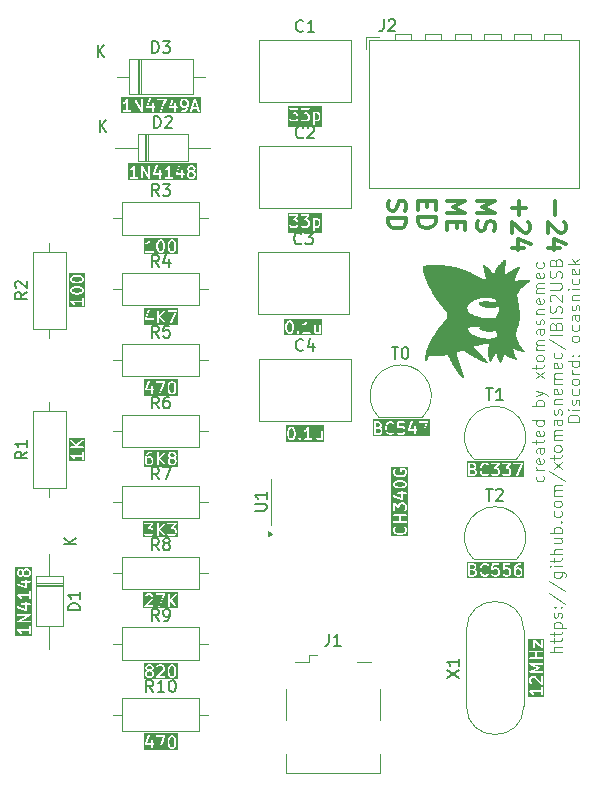
<source format=gbr>
%TF.GenerationSoftware,KiCad,Pcbnew,9.0.2*%
%TF.CreationDate,2025-06-01T20:35:33+02:00*%
%TF.ProjectId,IBIS,49424953-2e6b-4696-9361-645f70636258,rev?*%
%TF.SameCoordinates,Original*%
%TF.FileFunction,Legend,Top*%
%TF.FilePolarity,Positive*%
%FSLAX46Y46*%
G04 Gerber Fmt 4.6, Leading zero omitted, Abs format (unit mm)*
G04 Created by KiCad (PCBNEW 9.0.2) date 2025-06-01 20:35:33*
%MOMM*%
%LPD*%
G01*
G04 APERTURE LIST*
%ADD10C,0.300000*%
%ADD11C,0.100000*%
%ADD12C,0.150000*%
%ADD13C,0.120000*%
%ADD14C,0.000000*%
G04 APERTURE END LIST*
D10*
X96770600Y-56554510D02*
X96770600Y-57697368D01*
X97556314Y-58340225D02*
X97627742Y-58411653D01*
X97627742Y-58411653D02*
X97699171Y-58554511D01*
X97699171Y-58554511D02*
X97699171Y-58911653D01*
X97699171Y-58911653D02*
X97627742Y-59054511D01*
X97627742Y-59054511D02*
X97556314Y-59125939D01*
X97556314Y-59125939D02*
X97413457Y-59197368D01*
X97413457Y-59197368D02*
X97270600Y-59197368D01*
X97270600Y-59197368D02*
X97056314Y-59125939D01*
X97056314Y-59125939D02*
X96199171Y-58268796D01*
X96199171Y-58268796D02*
X96199171Y-59197368D01*
X97199171Y-60483082D02*
X96199171Y-60483082D01*
X97770600Y-60125939D02*
X96699171Y-59768796D01*
X96699171Y-59768796D02*
X96699171Y-60697367D01*
X82770600Y-56483082D02*
X82699171Y-56697368D01*
X82699171Y-56697368D02*
X82699171Y-57054510D01*
X82699171Y-57054510D02*
X82770600Y-57197368D01*
X82770600Y-57197368D02*
X82842028Y-57268796D01*
X82842028Y-57268796D02*
X82984885Y-57340225D01*
X82984885Y-57340225D02*
X83127742Y-57340225D01*
X83127742Y-57340225D02*
X83270600Y-57268796D01*
X83270600Y-57268796D02*
X83342028Y-57197368D01*
X83342028Y-57197368D02*
X83413457Y-57054510D01*
X83413457Y-57054510D02*
X83484885Y-56768796D01*
X83484885Y-56768796D02*
X83556314Y-56625939D01*
X83556314Y-56625939D02*
X83627742Y-56554510D01*
X83627742Y-56554510D02*
X83770600Y-56483082D01*
X83770600Y-56483082D02*
X83913457Y-56483082D01*
X83913457Y-56483082D02*
X84056314Y-56554510D01*
X84056314Y-56554510D02*
X84127742Y-56625939D01*
X84127742Y-56625939D02*
X84199171Y-56768796D01*
X84199171Y-56768796D02*
X84199171Y-57125939D01*
X84199171Y-57125939D02*
X84127742Y-57340225D01*
X82699171Y-57983081D02*
X84199171Y-57983081D01*
X84199171Y-57983081D02*
X84199171Y-58340224D01*
X84199171Y-58340224D02*
X84127742Y-58554510D01*
X84127742Y-58554510D02*
X83984885Y-58697367D01*
X83984885Y-58697367D02*
X83842028Y-58768796D01*
X83842028Y-58768796D02*
X83556314Y-58840224D01*
X83556314Y-58840224D02*
X83342028Y-58840224D01*
X83342028Y-58840224D02*
X83056314Y-58768796D01*
X83056314Y-58768796D02*
X82913457Y-58697367D01*
X82913457Y-58697367D02*
X82770600Y-58554510D01*
X82770600Y-58554510D02*
X82699171Y-58340224D01*
X82699171Y-58340224D02*
X82699171Y-57983081D01*
X87699171Y-56554510D02*
X89199171Y-56554510D01*
X89199171Y-56554510D02*
X88127742Y-57054510D01*
X88127742Y-57054510D02*
X89199171Y-57554510D01*
X89199171Y-57554510D02*
X87699171Y-57554510D01*
X88484885Y-58268796D02*
X88484885Y-58768796D01*
X87699171Y-58983082D02*
X87699171Y-58268796D01*
X87699171Y-58268796D02*
X89199171Y-58268796D01*
X89199171Y-58268796D02*
X89199171Y-58983082D01*
D11*
X97372419Y-94696115D02*
X96372419Y-94696115D01*
X97372419Y-94267544D02*
X96848609Y-94267544D01*
X96848609Y-94267544D02*
X96753371Y-94315163D01*
X96753371Y-94315163D02*
X96705752Y-94410401D01*
X96705752Y-94410401D02*
X96705752Y-94553258D01*
X96705752Y-94553258D02*
X96753371Y-94648496D01*
X96753371Y-94648496D02*
X96800990Y-94696115D01*
X96705752Y-93934210D02*
X96705752Y-93553258D01*
X96372419Y-93791353D02*
X97229561Y-93791353D01*
X97229561Y-93791353D02*
X97324800Y-93743734D01*
X97324800Y-93743734D02*
X97372419Y-93648496D01*
X97372419Y-93648496D02*
X97372419Y-93553258D01*
X96705752Y-93362781D02*
X96705752Y-92981829D01*
X96372419Y-93219924D02*
X97229561Y-93219924D01*
X97229561Y-93219924D02*
X97324800Y-93172305D01*
X97324800Y-93172305D02*
X97372419Y-93077067D01*
X97372419Y-93077067D02*
X97372419Y-92981829D01*
X96705752Y-92648495D02*
X97705752Y-92648495D01*
X96753371Y-92648495D02*
X96705752Y-92553257D01*
X96705752Y-92553257D02*
X96705752Y-92362781D01*
X96705752Y-92362781D02*
X96753371Y-92267543D01*
X96753371Y-92267543D02*
X96800990Y-92219924D01*
X96800990Y-92219924D02*
X96896228Y-92172305D01*
X96896228Y-92172305D02*
X97181942Y-92172305D01*
X97181942Y-92172305D02*
X97277180Y-92219924D01*
X97277180Y-92219924D02*
X97324800Y-92267543D01*
X97324800Y-92267543D02*
X97372419Y-92362781D01*
X97372419Y-92362781D02*
X97372419Y-92553257D01*
X97372419Y-92553257D02*
X97324800Y-92648495D01*
X97324800Y-91791352D02*
X97372419Y-91696114D01*
X97372419Y-91696114D02*
X97372419Y-91505638D01*
X97372419Y-91505638D02*
X97324800Y-91410400D01*
X97324800Y-91410400D02*
X97229561Y-91362781D01*
X97229561Y-91362781D02*
X97181942Y-91362781D01*
X97181942Y-91362781D02*
X97086704Y-91410400D01*
X97086704Y-91410400D02*
X97039085Y-91505638D01*
X97039085Y-91505638D02*
X97039085Y-91648495D01*
X97039085Y-91648495D02*
X96991466Y-91743733D01*
X96991466Y-91743733D02*
X96896228Y-91791352D01*
X96896228Y-91791352D02*
X96848609Y-91791352D01*
X96848609Y-91791352D02*
X96753371Y-91743733D01*
X96753371Y-91743733D02*
X96705752Y-91648495D01*
X96705752Y-91648495D02*
X96705752Y-91505638D01*
X96705752Y-91505638D02*
X96753371Y-91410400D01*
X97277180Y-90934209D02*
X97324800Y-90886590D01*
X97324800Y-90886590D02*
X97372419Y-90934209D01*
X97372419Y-90934209D02*
X97324800Y-90981828D01*
X97324800Y-90981828D02*
X97277180Y-90934209D01*
X97277180Y-90934209D02*
X97372419Y-90934209D01*
X96753371Y-90934209D02*
X96800990Y-90886590D01*
X96800990Y-90886590D02*
X96848609Y-90934209D01*
X96848609Y-90934209D02*
X96800990Y-90981828D01*
X96800990Y-90981828D02*
X96753371Y-90934209D01*
X96753371Y-90934209D02*
X96848609Y-90934209D01*
X96324800Y-89743734D02*
X97610514Y-90600876D01*
X96324800Y-88696115D02*
X97610514Y-89553257D01*
X96705752Y-87934210D02*
X97515276Y-87934210D01*
X97515276Y-87934210D02*
X97610514Y-87981829D01*
X97610514Y-87981829D02*
X97658133Y-88029448D01*
X97658133Y-88029448D02*
X97705752Y-88124686D01*
X97705752Y-88124686D02*
X97705752Y-88267543D01*
X97705752Y-88267543D02*
X97658133Y-88362781D01*
X97324800Y-87934210D02*
X97372419Y-88029448D01*
X97372419Y-88029448D02*
X97372419Y-88219924D01*
X97372419Y-88219924D02*
X97324800Y-88315162D01*
X97324800Y-88315162D02*
X97277180Y-88362781D01*
X97277180Y-88362781D02*
X97181942Y-88410400D01*
X97181942Y-88410400D02*
X96896228Y-88410400D01*
X96896228Y-88410400D02*
X96800990Y-88362781D01*
X96800990Y-88362781D02*
X96753371Y-88315162D01*
X96753371Y-88315162D02*
X96705752Y-88219924D01*
X96705752Y-88219924D02*
X96705752Y-88029448D01*
X96705752Y-88029448D02*
X96753371Y-87934210D01*
X97372419Y-87458019D02*
X96705752Y-87458019D01*
X96372419Y-87458019D02*
X96420038Y-87505638D01*
X96420038Y-87505638D02*
X96467657Y-87458019D01*
X96467657Y-87458019D02*
X96420038Y-87410400D01*
X96420038Y-87410400D02*
X96372419Y-87458019D01*
X96372419Y-87458019D02*
X96467657Y-87458019D01*
X96705752Y-87124686D02*
X96705752Y-86743734D01*
X96372419Y-86981829D02*
X97229561Y-86981829D01*
X97229561Y-86981829D02*
X97324800Y-86934210D01*
X97324800Y-86934210D02*
X97372419Y-86838972D01*
X97372419Y-86838972D02*
X97372419Y-86743734D01*
X97372419Y-86410400D02*
X96372419Y-86410400D01*
X97372419Y-85981829D02*
X96848609Y-85981829D01*
X96848609Y-85981829D02*
X96753371Y-86029448D01*
X96753371Y-86029448D02*
X96705752Y-86124686D01*
X96705752Y-86124686D02*
X96705752Y-86267543D01*
X96705752Y-86267543D02*
X96753371Y-86362781D01*
X96753371Y-86362781D02*
X96800990Y-86410400D01*
X96705752Y-85077067D02*
X97372419Y-85077067D01*
X96705752Y-85505638D02*
X97229561Y-85505638D01*
X97229561Y-85505638D02*
X97324800Y-85458019D01*
X97324800Y-85458019D02*
X97372419Y-85362781D01*
X97372419Y-85362781D02*
X97372419Y-85219924D01*
X97372419Y-85219924D02*
X97324800Y-85124686D01*
X97324800Y-85124686D02*
X97277180Y-85077067D01*
X97372419Y-84600876D02*
X96372419Y-84600876D01*
X96753371Y-84600876D02*
X96705752Y-84505638D01*
X96705752Y-84505638D02*
X96705752Y-84315162D01*
X96705752Y-84315162D02*
X96753371Y-84219924D01*
X96753371Y-84219924D02*
X96800990Y-84172305D01*
X96800990Y-84172305D02*
X96896228Y-84124686D01*
X96896228Y-84124686D02*
X97181942Y-84124686D01*
X97181942Y-84124686D02*
X97277180Y-84172305D01*
X97277180Y-84172305D02*
X97324800Y-84219924D01*
X97324800Y-84219924D02*
X97372419Y-84315162D01*
X97372419Y-84315162D02*
X97372419Y-84505638D01*
X97372419Y-84505638D02*
X97324800Y-84600876D01*
X97277180Y-83696114D02*
X97324800Y-83648495D01*
X97324800Y-83648495D02*
X97372419Y-83696114D01*
X97372419Y-83696114D02*
X97324800Y-83743733D01*
X97324800Y-83743733D02*
X97277180Y-83696114D01*
X97277180Y-83696114D02*
X97372419Y-83696114D01*
X97324800Y-82791353D02*
X97372419Y-82886591D01*
X97372419Y-82886591D02*
X97372419Y-83077067D01*
X97372419Y-83077067D02*
X97324800Y-83172305D01*
X97324800Y-83172305D02*
X97277180Y-83219924D01*
X97277180Y-83219924D02*
X97181942Y-83267543D01*
X97181942Y-83267543D02*
X96896228Y-83267543D01*
X96896228Y-83267543D02*
X96800990Y-83219924D01*
X96800990Y-83219924D02*
X96753371Y-83172305D01*
X96753371Y-83172305D02*
X96705752Y-83077067D01*
X96705752Y-83077067D02*
X96705752Y-82886591D01*
X96705752Y-82886591D02*
X96753371Y-82791353D01*
X97372419Y-82219924D02*
X97324800Y-82315162D01*
X97324800Y-82315162D02*
X97277180Y-82362781D01*
X97277180Y-82362781D02*
X97181942Y-82410400D01*
X97181942Y-82410400D02*
X96896228Y-82410400D01*
X96896228Y-82410400D02*
X96800990Y-82362781D01*
X96800990Y-82362781D02*
X96753371Y-82315162D01*
X96753371Y-82315162D02*
X96705752Y-82219924D01*
X96705752Y-82219924D02*
X96705752Y-82077067D01*
X96705752Y-82077067D02*
X96753371Y-81981829D01*
X96753371Y-81981829D02*
X96800990Y-81934210D01*
X96800990Y-81934210D02*
X96896228Y-81886591D01*
X96896228Y-81886591D02*
X97181942Y-81886591D01*
X97181942Y-81886591D02*
X97277180Y-81934210D01*
X97277180Y-81934210D02*
X97324800Y-81981829D01*
X97324800Y-81981829D02*
X97372419Y-82077067D01*
X97372419Y-82077067D02*
X97372419Y-82219924D01*
X97372419Y-81458019D02*
X96705752Y-81458019D01*
X96800990Y-81458019D02*
X96753371Y-81410400D01*
X96753371Y-81410400D02*
X96705752Y-81315162D01*
X96705752Y-81315162D02*
X96705752Y-81172305D01*
X96705752Y-81172305D02*
X96753371Y-81077067D01*
X96753371Y-81077067D02*
X96848609Y-81029448D01*
X96848609Y-81029448D02*
X97372419Y-81029448D01*
X96848609Y-81029448D02*
X96753371Y-80981829D01*
X96753371Y-80981829D02*
X96705752Y-80886591D01*
X96705752Y-80886591D02*
X96705752Y-80743734D01*
X96705752Y-80743734D02*
X96753371Y-80648495D01*
X96753371Y-80648495D02*
X96848609Y-80600876D01*
X96848609Y-80600876D02*
X97372419Y-80600876D01*
X96324800Y-79410401D02*
X97610514Y-80267543D01*
X97372419Y-79172305D02*
X96705752Y-78648496D01*
X96705752Y-79172305D02*
X97372419Y-78648496D01*
X96705752Y-78410400D02*
X96705752Y-78029448D01*
X96372419Y-78267543D02*
X97229561Y-78267543D01*
X97229561Y-78267543D02*
X97324800Y-78219924D01*
X97324800Y-78219924D02*
X97372419Y-78124686D01*
X97372419Y-78124686D02*
X97372419Y-78029448D01*
X97372419Y-77553257D02*
X97324800Y-77648495D01*
X97324800Y-77648495D02*
X97277180Y-77696114D01*
X97277180Y-77696114D02*
X97181942Y-77743733D01*
X97181942Y-77743733D02*
X96896228Y-77743733D01*
X96896228Y-77743733D02*
X96800990Y-77696114D01*
X96800990Y-77696114D02*
X96753371Y-77648495D01*
X96753371Y-77648495D02*
X96705752Y-77553257D01*
X96705752Y-77553257D02*
X96705752Y-77410400D01*
X96705752Y-77410400D02*
X96753371Y-77315162D01*
X96753371Y-77315162D02*
X96800990Y-77267543D01*
X96800990Y-77267543D02*
X96896228Y-77219924D01*
X96896228Y-77219924D02*
X97181942Y-77219924D01*
X97181942Y-77219924D02*
X97277180Y-77267543D01*
X97277180Y-77267543D02*
X97324800Y-77315162D01*
X97324800Y-77315162D02*
X97372419Y-77410400D01*
X97372419Y-77410400D02*
X97372419Y-77553257D01*
X97372419Y-76791352D02*
X96705752Y-76791352D01*
X96800990Y-76791352D02*
X96753371Y-76743733D01*
X96753371Y-76743733D02*
X96705752Y-76648495D01*
X96705752Y-76648495D02*
X96705752Y-76505638D01*
X96705752Y-76505638D02*
X96753371Y-76410400D01*
X96753371Y-76410400D02*
X96848609Y-76362781D01*
X96848609Y-76362781D02*
X97372419Y-76362781D01*
X96848609Y-76362781D02*
X96753371Y-76315162D01*
X96753371Y-76315162D02*
X96705752Y-76219924D01*
X96705752Y-76219924D02*
X96705752Y-76077067D01*
X96705752Y-76077067D02*
X96753371Y-75981828D01*
X96753371Y-75981828D02*
X96848609Y-75934209D01*
X96848609Y-75934209D02*
X97372419Y-75934209D01*
X97372419Y-75029448D02*
X96848609Y-75029448D01*
X96848609Y-75029448D02*
X96753371Y-75077067D01*
X96753371Y-75077067D02*
X96705752Y-75172305D01*
X96705752Y-75172305D02*
X96705752Y-75362781D01*
X96705752Y-75362781D02*
X96753371Y-75458019D01*
X97324800Y-75029448D02*
X97372419Y-75124686D01*
X97372419Y-75124686D02*
X97372419Y-75362781D01*
X97372419Y-75362781D02*
X97324800Y-75458019D01*
X97324800Y-75458019D02*
X97229561Y-75505638D01*
X97229561Y-75505638D02*
X97134323Y-75505638D01*
X97134323Y-75505638D02*
X97039085Y-75458019D01*
X97039085Y-75458019D02*
X96991466Y-75362781D01*
X96991466Y-75362781D02*
X96991466Y-75124686D01*
X96991466Y-75124686D02*
X96943847Y-75029448D01*
X97324800Y-74600876D02*
X97372419Y-74505638D01*
X97372419Y-74505638D02*
X97372419Y-74315162D01*
X97372419Y-74315162D02*
X97324800Y-74219924D01*
X97324800Y-74219924D02*
X97229561Y-74172305D01*
X97229561Y-74172305D02*
X97181942Y-74172305D01*
X97181942Y-74172305D02*
X97086704Y-74219924D01*
X97086704Y-74219924D02*
X97039085Y-74315162D01*
X97039085Y-74315162D02*
X97039085Y-74458019D01*
X97039085Y-74458019D02*
X96991466Y-74553257D01*
X96991466Y-74553257D02*
X96896228Y-74600876D01*
X96896228Y-74600876D02*
X96848609Y-74600876D01*
X96848609Y-74600876D02*
X96753371Y-74553257D01*
X96753371Y-74553257D02*
X96705752Y-74458019D01*
X96705752Y-74458019D02*
X96705752Y-74315162D01*
X96705752Y-74315162D02*
X96753371Y-74219924D01*
X96705752Y-73743733D02*
X97372419Y-73743733D01*
X96800990Y-73743733D02*
X96753371Y-73696114D01*
X96753371Y-73696114D02*
X96705752Y-73600876D01*
X96705752Y-73600876D02*
X96705752Y-73458019D01*
X96705752Y-73458019D02*
X96753371Y-73362781D01*
X96753371Y-73362781D02*
X96848609Y-73315162D01*
X96848609Y-73315162D02*
X97372419Y-73315162D01*
X97324800Y-72458019D02*
X97372419Y-72553257D01*
X97372419Y-72553257D02*
X97372419Y-72743733D01*
X97372419Y-72743733D02*
X97324800Y-72838971D01*
X97324800Y-72838971D02*
X97229561Y-72886590D01*
X97229561Y-72886590D02*
X96848609Y-72886590D01*
X96848609Y-72886590D02*
X96753371Y-72838971D01*
X96753371Y-72838971D02*
X96705752Y-72743733D01*
X96705752Y-72743733D02*
X96705752Y-72553257D01*
X96705752Y-72553257D02*
X96753371Y-72458019D01*
X96753371Y-72458019D02*
X96848609Y-72410400D01*
X96848609Y-72410400D02*
X96943847Y-72410400D01*
X96943847Y-72410400D02*
X97039085Y-72886590D01*
X97372419Y-71981828D02*
X96705752Y-71981828D01*
X96800990Y-71981828D02*
X96753371Y-71934209D01*
X96753371Y-71934209D02*
X96705752Y-71838971D01*
X96705752Y-71838971D02*
X96705752Y-71696114D01*
X96705752Y-71696114D02*
X96753371Y-71600876D01*
X96753371Y-71600876D02*
X96848609Y-71553257D01*
X96848609Y-71553257D02*
X97372419Y-71553257D01*
X96848609Y-71553257D02*
X96753371Y-71505638D01*
X96753371Y-71505638D02*
X96705752Y-71410400D01*
X96705752Y-71410400D02*
X96705752Y-71267543D01*
X96705752Y-71267543D02*
X96753371Y-71172304D01*
X96753371Y-71172304D02*
X96848609Y-71124685D01*
X96848609Y-71124685D02*
X97372419Y-71124685D01*
X97324800Y-70267543D02*
X97372419Y-70362781D01*
X97372419Y-70362781D02*
X97372419Y-70553257D01*
X97372419Y-70553257D02*
X97324800Y-70648495D01*
X97324800Y-70648495D02*
X97229561Y-70696114D01*
X97229561Y-70696114D02*
X96848609Y-70696114D01*
X96848609Y-70696114D02*
X96753371Y-70648495D01*
X96753371Y-70648495D02*
X96705752Y-70553257D01*
X96705752Y-70553257D02*
X96705752Y-70362781D01*
X96705752Y-70362781D02*
X96753371Y-70267543D01*
X96753371Y-70267543D02*
X96848609Y-70219924D01*
X96848609Y-70219924D02*
X96943847Y-70219924D01*
X96943847Y-70219924D02*
X97039085Y-70696114D01*
X97324800Y-69362781D02*
X97372419Y-69458019D01*
X97372419Y-69458019D02*
X97372419Y-69648495D01*
X97372419Y-69648495D02*
X97324800Y-69743733D01*
X97324800Y-69743733D02*
X97277180Y-69791352D01*
X97277180Y-69791352D02*
X97181942Y-69838971D01*
X97181942Y-69838971D02*
X96896228Y-69838971D01*
X96896228Y-69838971D02*
X96800990Y-69791352D01*
X96800990Y-69791352D02*
X96753371Y-69743733D01*
X96753371Y-69743733D02*
X96705752Y-69648495D01*
X96705752Y-69648495D02*
X96705752Y-69458019D01*
X96705752Y-69458019D02*
X96753371Y-69362781D01*
X96324800Y-68219924D02*
X97610514Y-69077066D01*
X97372419Y-67886590D02*
X96372419Y-67886590D01*
X96848609Y-67077067D02*
X96896228Y-66934210D01*
X96896228Y-66934210D02*
X96943847Y-66886591D01*
X96943847Y-66886591D02*
X97039085Y-66838972D01*
X97039085Y-66838972D02*
X97181942Y-66838972D01*
X97181942Y-66838972D02*
X97277180Y-66886591D01*
X97277180Y-66886591D02*
X97324800Y-66934210D01*
X97324800Y-66934210D02*
X97372419Y-67029448D01*
X97372419Y-67029448D02*
X97372419Y-67410400D01*
X97372419Y-67410400D02*
X96372419Y-67410400D01*
X96372419Y-67410400D02*
X96372419Y-67077067D01*
X96372419Y-67077067D02*
X96420038Y-66981829D01*
X96420038Y-66981829D02*
X96467657Y-66934210D01*
X96467657Y-66934210D02*
X96562895Y-66886591D01*
X96562895Y-66886591D02*
X96658133Y-66886591D01*
X96658133Y-66886591D02*
X96753371Y-66934210D01*
X96753371Y-66934210D02*
X96800990Y-66981829D01*
X96800990Y-66981829D02*
X96848609Y-67077067D01*
X96848609Y-67077067D02*
X96848609Y-67410400D01*
X97372419Y-66410400D02*
X96372419Y-66410400D01*
X97324800Y-65981829D02*
X97372419Y-65838972D01*
X97372419Y-65838972D02*
X97372419Y-65600877D01*
X97372419Y-65600877D02*
X97324800Y-65505639D01*
X97324800Y-65505639D02*
X97277180Y-65458020D01*
X97277180Y-65458020D02*
X97181942Y-65410401D01*
X97181942Y-65410401D02*
X97086704Y-65410401D01*
X97086704Y-65410401D02*
X96991466Y-65458020D01*
X96991466Y-65458020D02*
X96943847Y-65505639D01*
X96943847Y-65505639D02*
X96896228Y-65600877D01*
X96896228Y-65600877D02*
X96848609Y-65791353D01*
X96848609Y-65791353D02*
X96800990Y-65886591D01*
X96800990Y-65886591D02*
X96753371Y-65934210D01*
X96753371Y-65934210D02*
X96658133Y-65981829D01*
X96658133Y-65981829D02*
X96562895Y-65981829D01*
X96562895Y-65981829D02*
X96467657Y-65934210D01*
X96467657Y-65934210D02*
X96420038Y-65886591D01*
X96420038Y-65886591D02*
X96372419Y-65791353D01*
X96372419Y-65791353D02*
X96372419Y-65553258D01*
X96372419Y-65553258D02*
X96420038Y-65410401D01*
X96467657Y-65029448D02*
X96420038Y-64981829D01*
X96420038Y-64981829D02*
X96372419Y-64886591D01*
X96372419Y-64886591D02*
X96372419Y-64648496D01*
X96372419Y-64648496D02*
X96420038Y-64553258D01*
X96420038Y-64553258D02*
X96467657Y-64505639D01*
X96467657Y-64505639D02*
X96562895Y-64458020D01*
X96562895Y-64458020D02*
X96658133Y-64458020D01*
X96658133Y-64458020D02*
X96800990Y-64505639D01*
X96800990Y-64505639D02*
X97372419Y-65077067D01*
X97372419Y-65077067D02*
X97372419Y-64458020D01*
X96372419Y-64029448D02*
X97181942Y-64029448D01*
X97181942Y-64029448D02*
X97277180Y-63981829D01*
X97277180Y-63981829D02*
X97324800Y-63934210D01*
X97324800Y-63934210D02*
X97372419Y-63838972D01*
X97372419Y-63838972D02*
X97372419Y-63648496D01*
X97372419Y-63648496D02*
X97324800Y-63553258D01*
X97324800Y-63553258D02*
X97277180Y-63505639D01*
X97277180Y-63505639D02*
X97181942Y-63458020D01*
X97181942Y-63458020D02*
X96372419Y-63458020D01*
X97324800Y-63029448D02*
X97372419Y-62886591D01*
X97372419Y-62886591D02*
X97372419Y-62648496D01*
X97372419Y-62648496D02*
X97324800Y-62553258D01*
X97324800Y-62553258D02*
X97277180Y-62505639D01*
X97277180Y-62505639D02*
X97181942Y-62458020D01*
X97181942Y-62458020D02*
X97086704Y-62458020D01*
X97086704Y-62458020D02*
X96991466Y-62505639D01*
X96991466Y-62505639D02*
X96943847Y-62553258D01*
X96943847Y-62553258D02*
X96896228Y-62648496D01*
X96896228Y-62648496D02*
X96848609Y-62838972D01*
X96848609Y-62838972D02*
X96800990Y-62934210D01*
X96800990Y-62934210D02*
X96753371Y-62981829D01*
X96753371Y-62981829D02*
X96658133Y-63029448D01*
X96658133Y-63029448D02*
X96562895Y-63029448D01*
X96562895Y-63029448D02*
X96467657Y-62981829D01*
X96467657Y-62981829D02*
X96420038Y-62934210D01*
X96420038Y-62934210D02*
X96372419Y-62838972D01*
X96372419Y-62838972D02*
X96372419Y-62600877D01*
X96372419Y-62600877D02*
X96420038Y-62458020D01*
X96848609Y-61696115D02*
X96896228Y-61553258D01*
X96896228Y-61553258D02*
X96943847Y-61505639D01*
X96943847Y-61505639D02*
X97039085Y-61458020D01*
X97039085Y-61458020D02*
X97181942Y-61458020D01*
X97181942Y-61458020D02*
X97277180Y-61505639D01*
X97277180Y-61505639D02*
X97324800Y-61553258D01*
X97324800Y-61553258D02*
X97372419Y-61648496D01*
X97372419Y-61648496D02*
X97372419Y-62029448D01*
X97372419Y-62029448D02*
X96372419Y-62029448D01*
X96372419Y-62029448D02*
X96372419Y-61696115D01*
X96372419Y-61696115D02*
X96420038Y-61600877D01*
X96420038Y-61600877D02*
X96467657Y-61553258D01*
X96467657Y-61553258D02*
X96562895Y-61505639D01*
X96562895Y-61505639D02*
X96658133Y-61505639D01*
X96658133Y-61505639D02*
X96753371Y-61553258D01*
X96753371Y-61553258D02*
X96800990Y-61600877D01*
X96800990Y-61600877D02*
X96848609Y-61696115D01*
X96848609Y-61696115D02*
X96848609Y-62029448D01*
D10*
X93770600Y-56554510D02*
X93770600Y-57697368D01*
X93199171Y-57125939D02*
X94342028Y-57125939D01*
X94556314Y-58340225D02*
X94627742Y-58411653D01*
X94627742Y-58411653D02*
X94699171Y-58554511D01*
X94699171Y-58554511D02*
X94699171Y-58911653D01*
X94699171Y-58911653D02*
X94627742Y-59054511D01*
X94627742Y-59054511D02*
X94556314Y-59125939D01*
X94556314Y-59125939D02*
X94413457Y-59197368D01*
X94413457Y-59197368D02*
X94270600Y-59197368D01*
X94270600Y-59197368D02*
X94056314Y-59125939D01*
X94056314Y-59125939D02*
X93199171Y-58268796D01*
X93199171Y-58268796D02*
X93199171Y-59197368D01*
X94199171Y-60483082D02*
X93199171Y-60483082D01*
X94770600Y-60125939D02*
X93699171Y-59768796D01*
X93699171Y-59768796D02*
X93699171Y-60697367D01*
X85984885Y-56554510D02*
X85984885Y-57054510D01*
X85199171Y-57268796D02*
X85199171Y-56554510D01*
X85199171Y-56554510D02*
X86699171Y-56554510D01*
X86699171Y-56554510D02*
X86699171Y-57268796D01*
X85199171Y-57911653D02*
X86699171Y-57911653D01*
X86699171Y-57911653D02*
X86699171Y-58268796D01*
X86699171Y-58268796D02*
X86627742Y-58483082D01*
X86627742Y-58483082D02*
X86484885Y-58625939D01*
X86484885Y-58625939D02*
X86342028Y-58697368D01*
X86342028Y-58697368D02*
X86056314Y-58768796D01*
X86056314Y-58768796D02*
X85842028Y-58768796D01*
X85842028Y-58768796D02*
X85556314Y-58697368D01*
X85556314Y-58697368D02*
X85413457Y-58625939D01*
X85413457Y-58625939D02*
X85270600Y-58483082D01*
X85270600Y-58483082D02*
X85199171Y-58268796D01*
X85199171Y-58268796D02*
X85199171Y-57911653D01*
X90199171Y-56554510D02*
X91699171Y-56554510D01*
X91699171Y-56554510D02*
X90627742Y-57054510D01*
X90627742Y-57054510D02*
X91699171Y-57554510D01*
X91699171Y-57554510D02*
X90199171Y-57554510D01*
X90270600Y-58197368D02*
X90199171Y-58411654D01*
X90199171Y-58411654D02*
X90199171Y-58768796D01*
X90199171Y-58768796D02*
X90270600Y-58911654D01*
X90270600Y-58911654D02*
X90342028Y-58983082D01*
X90342028Y-58983082D02*
X90484885Y-59054511D01*
X90484885Y-59054511D02*
X90627742Y-59054511D01*
X90627742Y-59054511D02*
X90770600Y-58983082D01*
X90770600Y-58983082D02*
X90842028Y-58911654D01*
X90842028Y-58911654D02*
X90913457Y-58768796D01*
X90913457Y-58768796D02*
X90984885Y-58483082D01*
X90984885Y-58483082D02*
X91056314Y-58340225D01*
X91056314Y-58340225D02*
X91127742Y-58268796D01*
X91127742Y-58268796D02*
X91270600Y-58197368D01*
X91270600Y-58197368D02*
X91413457Y-58197368D01*
X91413457Y-58197368D02*
X91556314Y-58268796D01*
X91556314Y-58268796D02*
X91627742Y-58340225D01*
X91627742Y-58340225D02*
X91699171Y-58483082D01*
X91699171Y-58483082D02*
X91699171Y-58840225D01*
X91699171Y-58840225D02*
X91627742Y-59054511D01*
D11*
X95824800Y-79767544D02*
X95872419Y-79862782D01*
X95872419Y-79862782D02*
X95872419Y-80053258D01*
X95872419Y-80053258D02*
X95824800Y-80148496D01*
X95824800Y-80148496D02*
X95777180Y-80196115D01*
X95777180Y-80196115D02*
X95681942Y-80243734D01*
X95681942Y-80243734D02*
X95396228Y-80243734D01*
X95396228Y-80243734D02*
X95300990Y-80196115D01*
X95300990Y-80196115D02*
X95253371Y-80148496D01*
X95253371Y-80148496D02*
X95205752Y-80053258D01*
X95205752Y-80053258D02*
X95205752Y-79862782D01*
X95205752Y-79862782D02*
X95253371Y-79767544D01*
X95872419Y-79338972D02*
X95205752Y-79338972D01*
X95396228Y-79338972D02*
X95300990Y-79291353D01*
X95300990Y-79291353D02*
X95253371Y-79243734D01*
X95253371Y-79243734D02*
X95205752Y-79148496D01*
X95205752Y-79148496D02*
X95205752Y-79053258D01*
X95824800Y-78338972D02*
X95872419Y-78434210D01*
X95872419Y-78434210D02*
X95872419Y-78624686D01*
X95872419Y-78624686D02*
X95824800Y-78719924D01*
X95824800Y-78719924D02*
X95729561Y-78767543D01*
X95729561Y-78767543D02*
X95348609Y-78767543D01*
X95348609Y-78767543D02*
X95253371Y-78719924D01*
X95253371Y-78719924D02*
X95205752Y-78624686D01*
X95205752Y-78624686D02*
X95205752Y-78434210D01*
X95205752Y-78434210D02*
X95253371Y-78338972D01*
X95253371Y-78338972D02*
X95348609Y-78291353D01*
X95348609Y-78291353D02*
X95443847Y-78291353D01*
X95443847Y-78291353D02*
X95539085Y-78767543D01*
X95872419Y-77434210D02*
X95348609Y-77434210D01*
X95348609Y-77434210D02*
X95253371Y-77481829D01*
X95253371Y-77481829D02*
X95205752Y-77577067D01*
X95205752Y-77577067D02*
X95205752Y-77767543D01*
X95205752Y-77767543D02*
X95253371Y-77862781D01*
X95824800Y-77434210D02*
X95872419Y-77529448D01*
X95872419Y-77529448D02*
X95872419Y-77767543D01*
X95872419Y-77767543D02*
X95824800Y-77862781D01*
X95824800Y-77862781D02*
X95729561Y-77910400D01*
X95729561Y-77910400D02*
X95634323Y-77910400D01*
X95634323Y-77910400D02*
X95539085Y-77862781D01*
X95539085Y-77862781D02*
X95491466Y-77767543D01*
X95491466Y-77767543D02*
X95491466Y-77529448D01*
X95491466Y-77529448D02*
X95443847Y-77434210D01*
X95205752Y-77100876D02*
X95205752Y-76719924D01*
X94872419Y-76958019D02*
X95729561Y-76958019D01*
X95729561Y-76958019D02*
X95824800Y-76910400D01*
X95824800Y-76910400D02*
X95872419Y-76815162D01*
X95872419Y-76815162D02*
X95872419Y-76719924D01*
X95824800Y-76005638D02*
X95872419Y-76100876D01*
X95872419Y-76100876D02*
X95872419Y-76291352D01*
X95872419Y-76291352D02*
X95824800Y-76386590D01*
X95824800Y-76386590D02*
X95729561Y-76434209D01*
X95729561Y-76434209D02*
X95348609Y-76434209D01*
X95348609Y-76434209D02*
X95253371Y-76386590D01*
X95253371Y-76386590D02*
X95205752Y-76291352D01*
X95205752Y-76291352D02*
X95205752Y-76100876D01*
X95205752Y-76100876D02*
X95253371Y-76005638D01*
X95253371Y-76005638D02*
X95348609Y-75958019D01*
X95348609Y-75958019D02*
X95443847Y-75958019D01*
X95443847Y-75958019D02*
X95539085Y-76434209D01*
X95872419Y-75100876D02*
X94872419Y-75100876D01*
X95824800Y-75100876D02*
X95872419Y-75196114D01*
X95872419Y-75196114D02*
X95872419Y-75386590D01*
X95872419Y-75386590D02*
X95824800Y-75481828D01*
X95824800Y-75481828D02*
X95777180Y-75529447D01*
X95777180Y-75529447D02*
X95681942Y-75577066D01*
X95681942Y-75577066D02*
X95396228Y-75577066D01*
X95396228Y-75577066D02*
X95300990Y-75529447D01*
X95300990Y-75529447D02*
X95253371Y-75481828D01*
X95253371Y-75481828D02*
X95205752Y-75386590D01*
X95205752Y-75386590D02*
X95205752Y-75196114D01*
X95205752Y-75196114D02*
X95253371Y-75100876D01*
X95872419Y-73862780D02*
X94872419Y-73862780D01*
X95253371Y-73862780D02*
X95205752Y-73767542D01*
X95205752Y-73767542D02*
X95205752Y-73577066D01*
X95205752Y-73577066D02*
X95253371Y-73481828D01*
X95253371Y-73481828D02*
X95300990Y-73434209D01*
X95300990Y-73434209D02*
X95396228Y-73386590D01*
X95396228Y-73386590D02*
X95681942Y-73386590D01*
X95681942Y-73386590D02*
X95777180Y-73434209D01*
X95777180Y-73434209D02*
X95824800Y-73481828D01*
X95824800Y-73481828D02*
X95872419Y-73577066D01*
X95872419Y-73577066D02*
X95872419Y-73767542D01*
X95872419Y-73767542D02*
X95824800Y-73862780D01*
X95205752Y-73053256D02*
X95872419Y-72815161D01*
X95205752Y-72577066D02*
X95872419Y-72815161D01*
X95872419Y-72815161D02*
X96110514Y-72910399D01*
X96110514Y-72910399D02*
X96158133Y-72958018D01*
X96158133Y-72958018D02*
X96205752Y-73053256D01*
X95872419Y-71529446D02*
X95205752Y-71005637D01*
X95205752Y-71529446D02*
X95872419Y-71005637D01*
X95205752Y-70767541D02*
X95205752Y-70386589D01*
X94872419Y-70624684D02*
X95729561Y-70624684D01*
X95729561Y-70624684D02*
X95824800Y-70577065D01*
X95824800Y-70577065D02*
X95872419Y-70481827D01*
X95872419Y-70481827D02*
X95872419Y-70386589D01*
X95872419Y-69910398D02*
X95824800Y-70005636D01*
X95824800Y-70005636D02*
X95777180Y-70053255D01*
X95777180Y-70053255D02*
X95681942Y-70100874D01*
X95681942Y-70100874D02*
X95396228Y-70100874D01*
X95396228Y-70100874D02*
X95300990Y-70053255D01*
X95300990Y-70053255D02*
X95253371Y-70005636D01*
X95253371Y-70005636D02*
X95205752Y-69910398D01*
X95205752Y-69910398D02*
X95205752Y-69767541D01*
X95205752Y-69767541D02*
X95253371Y-69672303D01*
X95253371Y-69672303D02*
X95300990Y-69624684D01*
X95300990Y-69624684D02*
X95396228Y-69577065D01*
X95396228Y-69577065D02*
X95681942Y-69577065D01*
X95681942Y-69577065D02*
X95777180Y-69624684D01*
X95777180Y-69624684D02*
X95824800Y-69672303D01*
X95824800Y-69672303D02*
X95872419Y-69767541D01*
X95872419Y-69767541D02*
X95872419Y-69910398D01*
X95872419Y-69148493D02*
X95205752Y-69148493D01*
X95300990Y-69148493D02*
X95253371Y-69100874D01*
X95253371Y-69100874D02*
X95205752Y-69005636D01*
X95205752Y-69005636D02*
X95205752Y-68862779D01*
X95205752Y-68862779D02*
X95253371Y-68767541D01*
X95253371Y-68767541D02*
X95348609Y-68719922D01*
X95348609Y-68719922D02*
X95872419Y-68719922D01*
X95348609Y-68719922D02*
X95253371Y-68672303D01*
X95253371Y-68672303D02*
X95205752Y-68577065D01*
X95205752Y-68577065D02*
X95205752Y-68434208D01*
X95205752Y-68434208D02*
X95253371Y-68338969D01*
X95253371Y-68338969D02*
X95348609Y-68291350D01*
X95348609Y-68291350D02*
X95872419Y-68291350D01*
X95872419Y-67386589D02*
X95348609Y-67386589D01*
X95348609Y-67386589D02*
X95253371Y-67434208D01*
X95253371Y-67434208D02*
X95205752Y-67529446D01*
X95205752Y-67529446D02*
X95205752Y-67719922D01*
X95205752Y-67719922D02*
X95253371Y-67815160D01*
X95824800Y-67386589D02*
X95872419Y-67481827D01*
X95872419Y-67481827D02*
X95872419Y-67719922D01*
X95872419Y-67719922D02*
X95824800Y-67815160D01*
X95824800Y-67815160D02*
X95729561Y-67862779D01*
X95729561Y-67862779D02*
X95634323Y-67862779D01*
X95634323Y-67862779D02*
X95539085Y-67815160D01*
X95539085Y-67815160D02*
X95491466Y-67719922D01*
X95491466Y-67719922D02*
X95491466Y-67481827D01*
X95491466Y-67481827D02*
X95443847Y-67386589D01*
X95824800Y-66958017D02*
X95872419Y-66862779D01*
X95872419Y-66862779D02*
X95872419Y-66672303D01*
X95872419Y-66672303D02*
X95824800Y-66577065D01*
X95824800Y-66577065D02*
X95729561Y-66529446D01*
X95729561Y-66529446D02*
X95681942Y-66529446D01*
X95681942Y-66529446D02*
X95586704Y-66577065D01*
X95586704Y-66577065D02*
X95539085Y-66672303D01*
X95539085Y-66672303D02*
X95539085Y-66815160D01*
X95539085Y-66815160D02*
X95491466Y-66910398D01*
X95491466Y-66910398D02*
X95396228Y-66958017D01*
X95396228Y-66958017D02*
X95348609Y-66958017D01*
X95348609Y-66958017D02*
X95253371Y-66910398D01*
X95253371Y-66910398D02*
X95205752Y-66815160D01*
X95205752Y-66815160D02*
X95205752Y-66672303D01*
X95205752Y-66672303D02*
X95253371Y-66577065D01*
X95205752Y-66100874D02*
X95872419Y-66100874D01*
X95300990Y-66100874D02*
X95253371Y-66053255D01*
X95253371Y-66053255D02*
X95205752Y-65958017D01*
X95205752Y-65958017D02*
X95205752Y-65815160D01*
X95205752Y-65815160D02*
X95253371Y-65719922D01*
X95253371Y-65719922D02*
X95348609Y-65672303D01*
X95348609Y-65672303D02*
X95872419Y-65672303D01*
X95824800Y-64815160D02*
X95872419Y-64910398D01*
X95872419Y-64910398D02*
X95872419Y-65100874D01*
X95872419Y-65100874D02*
X95824800Y-65196112D01*
X95824800Y-65196112D02*
X95729561Y-65243731D01*
X95729561Y-65243731D02*
X95348609Y-65243731D01*
X95348609Y-65243731D02*
X95253371Y-65196112D01*
X95253371Y-65196112D02*
X95205752Y-65100874D01*
X95205752Y-65100874D02*
X95205752Y-64910398D01*
X95205752Y-64910398D02*
X95253371Y-64815160D01*
X95253371Y-64815160D02*
X95348609Y-64767541D01*
X95348609Y-64767541D02*
X95443847Y-64767541D01*
X95443847Y-64767541D02*
X95539085Y-65243731D01*
X95872419Y-64338969D02*
X95205752Y-64338969D01*
X95300990Y-64338969D02*
X95253371Y-64291350D01*
X95253371Y-64291350D02*
X95205752Y-64196112D01*
X95205752Y-64196112D02*
X95205752Y-64053255D01*
X95205752Y-64053255D02*
X95253371Y-63958017D01*
X95253371Y-63958017D02*
X95348609Y-63910398D01*
X95348609Y-63910398D02*
X95872419Y-63910398D01*
X95348609Y-63910398D02*
X95253371Y-63862779D01*
X95253371Y-63862779D02*
X95205752Y-63767541D01*
X95205752Y-63767541D02*
X95205752Y-63624684D01*
X95205752Y-63624684D02*
X95253371Y-63529445D01*
X95253371Y-63529445D02*
X95348609Y-63481826D01*
X95348609Y-63481826D02*
X95872419Y-63481826D01*
X95824800Y-62624684D02*
X95872419Y-62719922D01*
X95872419Y-62719922D02*
X95872419Y-62910398D01*
X95872419Y-62910398D02*
X95824800Y-63005636D01*
X95824800Y-63005636D02*
X95729561Y-63053255D01*
X95729561Y-63053255D02*
X95348609Y-63053255D01*
X95348609Y-63053255D02*
X95253371Y-63005636D01*
X95253371Y-63005636D02*
X95205752Y-62910398D01*
X95205752Y-62910398D02*
X95205752Y-62719922D01*
X95205752Y-62719922D02*
X95253371Y-62624684D01*
X95253371Y-62624684D02*
X95348609Y-62577065D01*
X95348609Y-62577065D02*
X95443847Y-62577065D01*
X95443847Y-62577065D02*
X95539085Y-63053255D01*
X95824800Y-61719922D02*
X95872419Y-61815160D01*
X95872419Y-61815160D02*
X95872419Y-62005636D01*
X95872419Y-62005636D02*
X95824800Y-62100874D01*
X95824800Y-62100874D02*
X95777180Y-62148493D01*
X95777180Y-62148493D02*
X95681942Y-62196112D01*
X95681942Y-62196112D02*
X95396228Y-62196112D01*
X95396228Y-62196112D02*
X95300990Y-62148493D01*
X95300990Y-62148493D02*
X95253371Y-62100874D01*
X95253371Y-62100874D02*
X95205752Y-62005636D01*
X95205752Y-62005636D02*
X95205752Y-61815160D01*
X95205752Y-61815160D02*
X95253371Y-61719922D01*
X98872419Y-75196115D02*
X97872419Y-75196115D01*
X97872419Y-75196115D02*
X97872419Y-74958020D01*
X97872419Y-74958020D02*
X97920038Y-74815163D01*
X97920038Y-74815163D02*
X98015276Y-74719925D01*
X98015276Y-74719925D02*
X98110514Y-74672306D01*
X98110514Y-74672306D02*
X98300990Y-74624687D01*
X98300990Y-74624687D02*
X98443847Y-74624687D01*
X98443847Y-74624687D02*
X98634323Y-74672306D01*
X98634323Y-74672306D02*
X98729561Y-74719925D01*
X98729561Y-74719925D02*
X98824800Y-74815163D01*
X98824800Y-74815163D02*
X98872419Y-74958020D01*
X98872419Y-74958020D02*
X98872419Y-75196115D01*
X98872419Y-74196115D02*
X98205752Y-74196115D01*
X97872419Y-74196115D02*
X97920038Y-74243734D01*
X97920038Y-74243734D02*
X97967657Y-74196115D01*
X97967657Y-74196115D02*
X97920038Y-74148496D01*
X97920038Y-74148496D02*
X97872419Y-74196115D01*
X97872419Y-74196115D02*
X97967657Y-74196115D01*
X98824800Y-73767544D02*
X98872419Y-73672306D01*
X98872419Y-73672306D02*
X98872419Y-73481830D01*
X98872419Y-73481830D02*
X98824800Y-73386592D01*
X98824800Y-73386592D02*
X98729561Y-73338973D01*
X98729561Y-73338973D02*
X98681942Y-73338973D01*
X98681942Y-73338973D02*
X98586704Y-73386592D01*
X98586704Y-73386592D02*
X98539085Y-73481830D01*
X98539085Y-73481830D02*
X98539085Y-73624687D01*
X98539085Y-73624687D02*
X98491466Y-73719925D01*
X98491466Y-73719925D02*
X98396228Y-73767544D01*
X98396228Y-73767544D02*
X98348609Y-73767544D01*
X98348609Y-73767544D02*
X98253371Y-73719925D01*
X98253371Y-73719925D02*
X98205752Y-73624687D01*
X98205752Y-73624687D02*
X98205752Y-73481830D01*
X98205752Y-73481830D02*
X98253371Y-73386592D01*
X98824800Y-72481830D02*
X98872419Y-72577068D01*
X98872419Y-72577068D02*
X98872419Y-72767544D01*
X98872419Y-72767544D02*
X98824800Y-72862782D01*
X98824800Y-72862782D02*
X98777180Y-72910401D01*
X98777180Y-72910401D02*
X98681942Y-72958020D01*
X98681942Y-72958020D02*
X98396228Y-72958020D01*
X98396228Y-72958020D02*
X98300990Y-72910401D01*
X98300990Y-72910401D02*
X98253371Y-72862782D01*
X98253371Y-72862782D02*
X98205752Y-72767544D01*
X98205752Y-72767544D02*
X98205752Y-72577068D01*
X98205752Y-72577068D02*
X98253371Y-72481830D01*
X98872419Y-71910401D02*
X98824800Y-72005639D01*
X98824800Y-72005639D02*
X98777180Y-72053258D01*
X98777180Y-72053258D02*
X98681942Y-72100877D01*
X98681942Y-72100877D02*
X98396228Y-72100877D01*
X98396228Y-72100877D02*
X98300990Y-72053258D01*
X98300990Y-72053258D02*
X98253371Y-72005639D01*
X98253371Y-72005639D02*
X98205752Y-71910401D01*
X98205752Y-71910401D02*
X98205752Y-71767544D01*
X98205752Y-71767544D02*
X98253371Y-71672306D01*
X98253371Y-71672306D02*
X98300990Y-71624687D01*
X98300990Y-71624687D02*
X98396228Y-71577068D01*
X98396228Y-71577068D02*
X98681942Y-71577068D01*
X98681942Y-71577068D02*
X98777180Y-71624687D01*
X98777180Y-71624687D02*
X98824800Y-71672306D01*
X98824800Y-71672306D02*
X98872419Y-71767544D01*
X98872419Y-71767544D02*
X98872419Y-71910401D01*
X98872419Y-71148496D02*
X98205752Y-71148496D01*
X98396228Y-71148496D02*
X98300990Y-71100877D01*
X98300990Y-71100877D02*
X98253371Y-71053258D01*
X98253371Y-71053258D02*
X98205752Y-70958020D01*
X98205752Y-70958020D02*
X98205752Y-70862782D01*
X98872419Y-70100877D02*
X97872419Y-70100877D01*
X98824800Y-70100877D02*
X98872419Y-70196115D01*
X98872419Y-70196115D02*
X98872419Y-70386591D01*
X98872419Y-70386591D02*
X98824800Y-70481829D01*
X98824800Y-70481829D02*
X98777180Y-70529448D01*
X98777180Y-70529448D02*
X98681942Y-70577067D01*
X98681942Y-70577067D02*
X98396228Y-70577067D01*
X98396228Y-70577067D02*
X98300990Y-70529448D01*
X98300990Y-70529448D02*
X98253371Y-70481829D01*
X98253371Y-70481829D02*
X98205752Y-70386591D01*
X98205752Y-70386591D02*
X98205752Y-70196115D01*
X98205752Y-70196115D02*
X98253371Y-70100877D01*
X98777180Y-69624686D02*
X98824800Y-69577067D01*
X98824800Y-69577067D02*
X98872419Y-69624686D01*
X98872419Y-69624686D02*
X98824800Y-69672305D01*
X98824800Y-69672305D02*
X98777180Y-69624686D01*
X98777180Y-69624686D02*
X98872419Y-69624686D01*
X98253371Y-69624686D02*
X98300990Y-69577067D01*
X98300990Y-69577067D02*
X98348609Y-69624686D01*
X98348609Y-69624686D02*
X98300990Y-69672305D01*
X98300990Y-69672305D02*
X98253371Y-69624686D01*
X98253371Y-69624686D02*
X98348609Y-69624686D01*
X98872419Y-68243734D02*
X98824800Y-68338972D01*
X98824800Y-68338972D02*
X98777180Y-68386591D01*
X98777180Y-68386591D02*
X98681942Y-68434210D01*
X98681942Y-68434210D02*
X98396228Y-68434210D01*
X98396228Y-68434210D02*
X98300990Y-68386591D01*
X98300990Y-68386591D02*
X98253371Y-68338972D01*
X98253371Y-68338972D02*
X98205752Y-68243734D01*
X98205752Y-68243734D02*
X98205752Y-68100877D01*
X98205752Y-68100877D02*
X98253371Y-68005639D01*
X98253371Y-68005639D02*
X98300990Y-67958020D01*
X98300990Y-67958020D02*
X98396228Y-67910401D01*
X98396228Y-67910401D02*
X98681942Y-67910401D01*
X98681942Y-67910401D02*
X98777180Y-67958020D01*
X98777180Y-67958020D02*
X98824800Y-68005639D01*
X98824800Y-68005639D02*
X98872419Y-68100877D01*
X98872419Y-68100877D02*
X98872419Y-68243734D01*
X98824800Y-67053258D02*
X98872419Y-67148496D01*
X98872419Y-67148496D02*
X98872419Y-67338972D01*
X98872419Y-67338972D02*
X98824800Y-67434210D01*
X98824800Y-67434210D02*
X98777180Y-67481829D01*
X98777180Y-67481829D02*
X98681942Y-67529448D01*
X98681942Y-67529448D02*
X98396228Y-67529448D01*
X98396228Y-67529448D02*
X98300990Y-67481829D01*
X98300990Y-67481829D02*
X98253371Y-67434210D01*
X98253371Y-67434210D02*
X98205752Y-67338972D01*
X98205752Y-67338972D02*
X98205752Y-67148496D01*
X98205752Y-67148496D02*
X98253371Y-67053258D01*
X98872419Y-66196115D02*
X98348609Y-66196115D01*
X98348609Y-66196115D02*
X98253371Y-66243734D01*
X98253371Y-66243734D02*
X98205752Y-66338972D01*
X98205752Y-66338972D02*
X98205752Y-66529448D01*
X98205752Y-66529448D02*
X98253371Y-66624686D01*
X98824800Y-66196115D02*
X98872419Y-66291353D01*
X98872419Y-66291353D02*
X98872419Y-66529448D01*
X98872419Y-66529448D02*
X98824800Y-66624686D01*
X98824800Y-66624686D02*
X98729561Y-66672305D01*
X98729561Y-66672305D02*
X98634323Y-66672305D01*
X98634323Y-66672305D02*
X98539085Y-66624686D01*
X98539085Y-66624686D02*
X98491466Y-66529448D01*
X98491466Y-66529448D02*
X98491466Y-66291353D01*
X98491466Y-66291353D02*
X98443847Y-66196115D01*
X98824800Y-65767543D02*
X98872419Y-65672305D01*
X98872419Y-65672305D02*
X98872419Y-65481829D01*
X98872419Y-65481829D02*
X98824800Y-65386591D01*
X98824800Y-65386591D02*
X98729561Y-65338972D01*
X98729561Y-65338972D02*
X98681942Y-65338972D01*
X98681942Y-65338972D02*
X98586704Y-65386591D01*
X98586704Y-65386591D02*
X98539085Y-65481829D01*
X98539085Y-65481829D02*
X98539085Y-65624686D01*
X98539085Y-65624686D02*
X98491466Y-65719924D01*
X98491466Y-65719924D02*
X98396228Y-65767543D01*
X98396228Y-65767543D02*
X98348609Y-65767543D01*
X98348609Y-65767543D02*
X98253371Y-65719924D01*
X98253371Y-65719924D02*
X98205752Y-65624686D01*
X98205752Y-65624686D02*
X98205752Y-65481829D01*
X98205752Y-65481829D02*
X98253371Y-65386591D01*
X98205752Y-64910400D02*
X98872419Y-64910400D01*
X98300990Y-64910400D02*
X98253371Y-64862781D01*
X98253371Y-64862781D02*
X98205752Y-64767543D01*
X98205752Y-64767543D02*
X98205752Y-64624686D01*
X98205752Y-64624686D02*
X98253371Y-64529448D01*
X98253371Y-64529448D02*
X98348609Y-64481829D01*
X98348609Y-64481829D02*
X98872419Y-64481829D01*
X98872419Y-64005638D02*
X98205752Y-64005638D01*
X97872419Y-64005638D02*
X97920038Y-64053257D01*
X97920038Y-64053257D02*
X97967657Y-64005638D01*
X97967657Y-64005638D02*
X97920038Y-63958019D01*
X97920038Y-63958019D02*
X97872419Y-64005638D01*
X97872419Y-64005638D02*
X97967657Y-64005638D01*
X98824800Y-63100877D02*
X98872419Y-63196115D01*
X98872419Y-63196115D02*
X98872419Y-63386591D01*
X98872419Y-63386591D02*
X98824800Y-63481829D01*
X98824800Y-63481829D02*
X98777180Y-63529448D01*
X98777180Y-63529448D02*
X98681942Y-63577067D01*
X98681942Y-63577067D02*
X98396228Y-63577067D01*
X98396228Y-63577067D02*
X98300990Y-63529448D01*
X98300990Y-63529448D02*
X98253371Y-63481829D01*
X98253371Y-63481829D02*
X98205752Y-63386591D01*
X98205752Y-63386591D02*
X98205752Y-63196115D01*
X98205752Y-63196115D02*
X98253371Y-63100877D01*
X98824800Y-62291353D02*
X98872419Y-62386591D01*
X98872419Y-62386591D02*
X98872419Y-62577067D01*
X98872419Y-62577067D02*
X98824800Y-62672305D01*
X98824800Y-62672305D02*
X98729561Y-62719924D01*
X98729561Y-62719924D02*
X98348609Y-62719924D01*
X98348609Y-62719924D02*
X98253371Y-62672305D01*
X98253371Y-62672305D02*
X98205752Y-62577067D01*
X98205752Y-62577067D02*
X98205752Y-62386591D01*
X98205752Y-62386591D02*
X98253371Y-62291353D01*
X98253371Y-62291353D02*
X98348609Y-62243734D01*
X98348609Y-62243734D02*
X98443847Y-62243734D01*
X98443847Y-62243734D02*
X98539085Y-62719924D01*
X98872419Y-61815162D02*
X97872419Y-61815162D01*
X98491466Y-61719924D02*
X98872419Y-61434210D01*
X98205752Y-61434210D02*
X98586704Y-61815162D01*
D12*
X90968095Y-80894819D02*
X91539523Y-80894819D01*
X91253809Y-81894819D02*
X91253809Y-80894819D01*
X91825238Y-80990057D02*
X91872857Y-80942438D01*
X91872857Y-80942438D02*
X91968095Y-80894819D01*
X91968095Y-80894819D02*
X92206190Y-80894819D01*
X92206190Y-80894819D02*
X92301428Y-80942438D01*
X92301428Y-80942438D02*
X92349047Y-80990057D01*
X92349047Y-80990057D02*
X92396666Y-81085295D01*
X92396666Y-81085295D02*
X92396666Y-81180533D01*
X92396666Y-81180533D02*
X92349047Y-81323390D01*
X92349047Y-81323390D02*
X91777619Y-81894819D01*
X91777619Y-81894819D02*
X92396666Y-81894819D01*
G36*
X89975200Y-87834180D02*
G01*
X90001694Y-87860674D01*
X90035952Y-87929190D01*
X90035952Y-88036637D01*
X90001693Y-88105153D01*
X89971286Y-88135561D01*
X89902771Y-88169819D01*
X89614524Y-88169819D01*
X89614524Y-87796009D01*
X89860687Y-87796009D01*
X89975200Y-87834180D01*
G37*
G36*
X89923668Y-87354077D02*
G01*
X89954075Y-87384484D01*
X89988333Y-87453000D01*
X89988333Y-87512828D01*
X89954075Y-87581344D01*
X89923668Y-87611751D01*
X89855152Y-87646009D01*
X89614524Y-87646009D01*
X89614524Y-87319819D01*
X89855152Y-87319819D01*
X89923668Y-87354077D01*
G37*
G36*
X93828430Y-87735029D02*
G01*
X93858837Y-87765436D01*
X93893095Y-87833952D01*
X93893095Y-88036637D01*
X93858836Y-88105153D01*
X93828429Y-88135561D01*
X93759914Y-88169819D01*
X93604848Y-88169819D01*
X93536332Y-88135561D01*
X93505925Y-88105153D01*
X93471667Y-88036637D01*
X93471667Y-87833952D01*
X93505925Y-87765436D01*
X93536332Y-87735029D01*
X93604848Y-87700771D01*
X93759914Y-87700771D01*
X93828430Y-87735029D01*
G37*
G36*
X94154206Y-88430930D02*
G01*
X89353413Y-88430930D01*
X89353413Y-87244819D01*
X89464524Y-87244819D01*
X89464524Y-88244819D01*
X89465965Y-88259451D01*
X89477164Y-88286487D01*
X89497856Y-88307179D01*
X89524892Y-88318378D01*
X89539524Y-88319819D01*
X89920476Y-88319819D01*
X89935108Y-88318378D01*
X89937597Y-88317346D01*
X89940285Y-88317156D01*
X89954017Y-88311901D01*
X90049255Y-88264282D01*
X90055554Y-88260317D01*
X90057382Y-88259560D01*
X90059438Y-88257872D01*
X90061698Y-88256450D01*
X90062998Y-88254950D01*
X90068748Y-88250232D01*
X90116366Y-88202613D01*
X90121084Y-88196863D01*
X90122583Y-88195564D01*
X90124004Y-88193305D01*
X90125694Y-88191247D01*
X90126451Y-88189417D01*
X90130415Y-88183121D01*
X90178034Y-88087883D01*
X90183289Y-88074152D01*
X90183480Y-88071462D01*
X90184511Y-88068974D01*
X90185952Y-88054342D01*
X90185952Y-87911485D01*
X90184511Y-87896853D01*
X90183480Y-87894364D01*
X90183289Y-87891675D01*
X90178034Y-87877944D01*
X90130415Y-87782706D01*
X90126450Y-87776406D01*
X90125693Y-87774579D01*
X90124004Y-87772522D01*
X90122583Y-87770263D01*
X90121084Y-87768963D01*
X90116366Y-87763214D01*
X90068747Y-87715595D01*
X90057382Y-87706268D01*
X90054891Y-87705236D01*
X90052856Y-87703471D01*
X90046788Y-87700762D01*
X90068747Y-87678804D01*
X90073189Y-87673390D01*
X90416905Y-87673390D01*
X90416905Y-87816247D01*
X90417156Y-87818800D01*
X90416994Y-87819893D01*
X90417803Y-87825366D01*
X90418346Y-87830879D01*
X90418768Y-87831900D01*
X90419144Y-87834437D01*
X90466763Y-88024913D01*
X90467148Y-88025992D01*
X90467187Y-88026532D01*
X90469514Y-88032613D01*
X90471710Y-88038759D01*
X90472032Y-88039194D01*
X90472442Y-88040264D01*
X90520061Y-88135502D01*
X90524024Y-88141798D01*
X90524782Y-88143628D01*
X90526471Y-88145686D01*
X90527893Y-88147945D01*
X90529391Y-88149244D01*
X90534110Y-88154994D01*
X90629348Y-88250233D01*
X90640713Y-88259561D01*
X90643203Y-88260592D01*
X90645238Y-88262357D01*
X90658664Y-88268351D01*
X90801520Y-88315970D01*
X90808775Y-88317619D01*
X90810606Y-88318378D01*
X90813259Y-88318639D01*
X90815857Y-88319230D01*
X90817831Y-88319089D01*
X90825238Y-88319819D01*
X90920476Y-88319819D01*
X90927881Y-88319089D01*
X90929856Y-88319230D01*
X90932453Y-88318639D01*
X90935108Y-88318378D01*
X90936939Y-88317619D01*
X90944193Y-88315970D01*
X91087050Y-88268351D01*
X91100475Y-88262357D01*
X91102510Y-88260591D01*
X91105001Y-88259560D01*
X91116367Y-88250232D01*
X91163985Y-88202613D01*
X91173313Y-88191247D01*
X91184511Y-88164211D01*
X91184511Y-88134948D01*
X91173312Y-88107912D01*
X91152619Y-88087219D01*
X91125583Y-88076021D01*
X91096320Y-88076021D01*
X91069284Y-88087220D01*
X91057918Y-88096548D01*
X91022819Y-88131647D01*
X90908306Y-88169819D01*
X90837408Y-88169819D01*
X90722895Y-88131648D01*
X90648782Y-88057534D01*
X90610288Y-87980547D01*
X90566905Y-87807013D01*
X90566905Y-87728249D01*
X91417255Y-87728249D01*
X91418346Y-87731864D01*
X91418346Y-87735640D01*
X91422540Y-87745765D01*
X91425708Y-87756265D01*
X91428099Y-87759188D01*
X91429545Y-87762677D01*
X91437298Y-87770430D01*
X91444239Y-87778913D01*
X91447565Y-87780697D01*
X91450237Y-87783369D01*
X91460364Y-87787564D01*
X91470026Y-87792747D01*
X91473785Y-87793122D01*
X91477274Y-87794568D01*
X91488235Y-87794568D01*
X91499145Y-87795659D01*
X91502761Y-87794568D01*
X91506536Y-87794568D01*
X91516661Y-87790373D01*
X91527161Y-87787206D01*
X91530084Y-87784814D01*
X91533573Y-87783369D01*
X91544938Y-87774042D01*
X91583951Y-87735029D01*
X91652467Y-87700771D01*
X91855152Y-87700771D01*
X91923668Y-87735029D01*
X91954075Y-87765436D01*
X91988333Y-87833952D01*
X91988333Y-88036637D01*
X91954074Y-88105153D01*
X91923667Y-88135561D01*
X91855152Y-88169819D01*
X91652467Y-88169819D01*
X91583951Y-88135561D01*
X91544939Y-88096548D01*
X91533573Y-88087220D01*
X91506537Y-88076021D01*
X91477274Y-88076021D01*
X91450238Y-88087219D01*
X91429545Y-88107912D01*
X91418346Y-88134948D01*
X91418346Y-88164211D01*
X91429544Y-88191247D01*
X91438871Y-88202612D01*
X91486490Y-88250232D01*
X91492239Y-88254950D01*
X91493540Y-88256450D01*
X91495799Y-88257872D01*
X91497856Y-88259560D01*
X91499683Y-88260317D01*
X91505983Y-88264282D01*
X91601221Y-88311901D01*
X91614952Y-88317156D01*
X91617641Y-88317347D01*
X91620130Y-88318378D01*
X91634762Y-88319819D01*
X91872857Y-88319819D01*
X91887489Y-88318378D01*
X91889978Y-88317346D01*
X91892666Y-88317156D01*
X91906398Y-88311901D01*
X92001636Y-88264282D01*
X92007935Y-88260317D01*
X92009763Y-88259560D01*
X92011819Y-88257872D01*
X92014079Y-88256450D01*
X92015379Y-88254950D01*
X92021129Y-88250232D01*
X92068747Y-88202613D01*
X92073465Y-88196863D01*
X92074964Y-88195564D01*
X92076385Y-88193305D01*
X92078075Y-88191247D01*
X92078832Y-88189417D01*
X92082796Y-88183121D01*
X92130415Y-88087883D01*
X92135670Y-88074152D01*
X92135861Y-88071462D01*
X92136892Y-88068974D01*
X92138333Y-88054342D01*
X92138333Y-87816247D01*
X92136892Y-87801615D01*
X92135861Y-87799126D01*
X92135670Y-87796437D01*
X92130415Y-87782706D01*
X92103186Y-87728249D01*
X92369636Y-87728249D01*
X92370727Y-87731864D01*
X92370727Y-87735640D01*
X92374921Y-87745765D01*
X92378089Y-87756265D01*
X92380480Y-87759188D01*
X92381926Y-87762677D01*
X92389679Y-87770430D01*
X92396620Y-87778913D01*
X92399946Y-87780697D01*
X92402618Y-87783369D01*
X92412745Y-87787564D01*
X92422407Y-87792747D01*
X92426166Y-87793122D01*
X92429655Y-87794568D01*
X92440616Y-87794568D01*
X92451526Y-87795659D01*
X92455142Y-87794568D01*
X92458917Y-87794568D01*
X92469042Y-87790373D01*
X92479542Y-87787206D01*
X92482465Y-87784814D01*
X92485954Y-87783369D01*
X92497319Y-87774042D01*
X92536332Y-87735029D01*
X92604848Y-87700771D01*
X92807533Y-87700771D01*
X92876049Y-87735029D01*
X92906456Y-87765436D01*
X92940714Y-87833952D01*
X92940714Y-88036637D01*
X92906455Y-88105153D01*
X92876048Y-88135561D01*
X92807533Y-88169819D01*
X92604848Y-88169819D01*
X92536332Y-88135561D01*
X92497320Y-88096548D01*
X92485954Y-88087220D01*
X92458918Y-88076021D01*
X92429655Y-88076021D01*
X92402619Y-88087219D01*
X92381926Y-88107912D01*
X92370727Y-88134948D01*
X92370727Y-88164211D01*
X92381925Y-88191247D01*
X92391252Y-88202612D01*
X92438871Y-88250232D01*
X92444620Y-88254950D01*
X92445921Y-88256450D01*
X92448180Y-88257872D01*
X92450237Y-88259560D01*
X92452064Y-88260317D01*
X92458364Y-88264282D01*
X92553602Y-88311901D01*
X92567333Y-88317156D01*
X92570022Y-88317347D01*
X92572511Y-88318378D01*
X92587143Y-88319819D01*
X92825238Y-88319819D01*
X92839870Y-88318378D01*
X92842359Y-88317346D01*
X92845047Y-88317156D01*
X92858779Y-88311901D01*
X92954017Y-88264282D01*
X92960316Y-88260317D01*
X92962144Y-88259560D01*
X92964200Y-88257872D01*
X92966460Y-88256450D01*
X92967760Y-88254950D01*
X92973510Y-88250232D01*
X93021128Y-88202613D01*
X93025846Y-88196863D01*
X93027345Y-88195564D01*
X93028766Y-88193305D01*
X93030456Y-88191247D01*
X93031213Y-88189417D01*
X93035177Y-88183121D01*
X93082796Y-88087883D01*
X93088051Y-88074152D01*
X93088242Y-88071462D01*
X93089273Y-88068974D01*
X93090714Y-88054342D01*
X93090714Y-87816247D01*
X93089273Y-87801615D01*
X93088242Y-87799126D01*
X93088051Y-87796437D01*
X93082796Y-87782706D01*
X93035177Y-87687468D01*
X93031212Y-87681168D01*
X93030455Y-87679341D01*
X93028766Y-87677284D01*
X93027345Y-87675025D01*
X93025846Y-87673725D01*
X93025571Y-87673390D01*
X93321667Y-87673390D01*
X93321667Y-88054342D01*
X93323108Y-88068974D01*
X93324139Y-88071463D01*
X93324330Y-88074151D01*
X93329585Y-88087883D01*
X93377204Y-88183121D01*
X93381167Y-88189417D01*
X93381925Y-88191247D01*
X93383614Y-88193305D01*
X93385036Y-88195564D01*
X93386534Y-88196863D01*
X93391252Y-88202612D01*
X93438871Y-88250232D01*
X93444620Y-88254950D01*
X93445921Y-88256450D01*
X93448180Y-88257872D01*
X93450237Y-88259560D01*
X93452064Y-88260317D01*
X93458364Y-88264282D01*
X93553602Y-88311901D01*
X93567333Y-88317156D01*
X93570022Y-88317347D01*
X93572511Y-88318378D01*
X93587143Y-88319819D01*
X93777619Y-88319819D01*
X93792251Y-88318378D01*
X93794740Y-88317346D01*
X93797428Y-88317156D01*
X93811160Y-88311901D01*
X93906398Y-88264282D01*
X93912697Y-88260317D01*
X93914525Y-88259560D01*
X93916581Y-88257872D01*
X93918841Y-88256450D01*
X93920141Y-88254950D01*
X93925891Y-88250232D01*
X93973509Y-88202613D01*
X93978227Y-88196863D01*
X93979726Y-88195564D01*
X93981147Y-88193305D01*
X93982837Y-88191247D01*
X93983594Y-88189417D01*
X93987558Y-88183121D01*
X94035177Y-88087883D01*
X94040432Y-88074152D01*
X94040623Y-88071462D01*
X94041654Y-88068974D01*
X94043095Y-88054342D01*
X94043095Y-87816247D01*
X94041654Y-87801615D01*
X94040623Y-87799126D01*
X94040432Y-87796437D01*
X94035177Y-87782706D01*
X93987558Y-87687468D01*
X93983593Y-87681168D01*
X93982836Y-87679341D01*
X93981147Y-87677284D01*
X93979726Y-87675025D01*
X93978227Y-87673725D01*
X93973509Y-87667976D01*
X93925890Y-87620357D01*
X93920140Y-87615638D01*
X93918841Y-87614140D01*
X93916581Y-87612718D01*
X93914525Y-87611030D01*
X93912697Y-87610272D01*
X93906398Y-87606308D01*
X93811160Y-87558689D01*
X93797428Y-87553434D01*
X93794740Y-87553243D01*
X93792251Y-87552212D01*
X93777619Y-87550771D01*
X93587143Y-87550771D01*
X93572511Y-87552212D01*
X93570022Y-87553242D01*
X93567333Y-87553434D01*
X93553602Y-87558689D01*
X93495372Y-87587804D01*
X93513896Y-87513707D01*
X93597808Y-87387838D01*
X93631570Y-87354077D01*
X93700086Y-87319819D01*
X93872857Y-87319819D01*
X93887489Y-87318378D01*
X93914525Y-87307179D01*
X93935217Y-87286487D01*
X93946416Y-87259451D01*
X93946416Y-87230187D01*
X93935217Y-87203151D01*
X93914525Y-87182459D01*
X93887489Y-87171260D01*
X93872857Y-87169819D01*
X93682381Y-87169819D01*
X93667749Y-87171260D01*
X93665260Y-87172290D01*
X93662571Y-87172482D01*
X93648840Y-87177737D01*
X93553602Y-87225356D01*
X93547302Y-87229320D01*
X93545475Y-87230078D01*
X93543418Y-87231766D01*
X93541159Y-87233188D01*
X93539859Y-87234686D01*
X93534110Y-87239405D01*
X93486491Y-87287024D01*
X93486457Y-87287064D01*
X93486436Y-87287079D01*
X93481652Y-87292920D01*
X93477164Y-87298389D01*
X93477154Y-87298411D01*
X93477120Y-87298454D01*
X93381882Y-87441311D01*
X93377575Y-87449389D01*
X93376472Y-87450878D01*
X93375843Y-87452637D01*
X93374965Y-87454285D01*
X93374605Y-87456101D01*
X93371525Y-87464724D01*
X93323906Y-87655200D01*
X93323530Y-87657736D01*
X93323108Y-87658758D01*
X93322565Y-87664270D01*
X93321756Y-87669744D01*
X93321918Y-87670836D01*
X93321667Y-87673390D01*
X93025571Y-87673390D01*
X93021128Y-87667976D01*
X92973509Y-87620357D01*
X92967759Y-87615638D01*
X92966460Y-87614140D01*
X92964200Y-87612718D01*
X92962144Y-87611030D01*
X92960316Y-87610272D01*
X92954017Y-87606308D01*
X92858779Y-87558689D01*
X92845047Y-87553434D01*
X92842359Y-87553243D01*
X92839870Y-87552212D01*
X92825238Y-87550771D01*
X92587143Y-87550771D01*
X92572511Y-87552212D01*
X92570022Y-87553242D01*
X92567333Y-87553434D01*
X92553602Y-87558689D01*
X92534960Y-87568009D01*
X92559779Y-87319819D01*
X92968095Y-87319819D01*
X92982727Y-87318378D01*
X93009763Y-87307179D01*
X93030455Y-87286487D01*
X93041654Y-87259451D01*
X93041654Y-87230187D01*
X93030455Y-87203151D01*
X93009763Y-87182459D01*
X92982727Y-87171260D01*
X92968095Y-87169819D01*
X92491905Y-87169819D01*
X92486493Y-87170351D01*
X92484665Y-87170169D01*
X92482878Y-87170707D01*
X92477273Y-87171260D01*
X92467146Y-87175454D01*
X92456649Y-87178622D01*
X92453725Y-87181013D01*
X92450237Y-87182459D01*
X92442483Y-87190212D01*
X92434001Y-87197153D01*
X92432216Y-87200479D01*
X92429545Y-87203151D01*
X92425349Y-87213280D01*
X92420167Y-87222940D01*
X92419059Y-87228464D01*
X92418346Y-87230187D01*
X92418346Y-87232023D01*
X92417277Y-87237356D01*
X92369658Y-87713546D01*
X92369636Y-87728249D01*
X92103186Y-87728249D01*
X92082796Y-87687468D01*
X92078831Y-87681168D01*
X92078074Y-87679341D01*
X92076385Y-87677284D01*
X92074964Y-87675025D01*
X92073465Y-87673725D01*
X92068747Y-87667976D01*
X92021128Y-87620357D01*
X92015378Y-87615638D01*
X92014079Y-87614140D01*
X92011819Y-87612718D01*
X92009763Y-87611030D01*
X92007935Y-87610272D01*
X92001636Y-87606308D01*
X91906398Y-87558689D01*
X91892666Y-87553434D01*
X91889978Y-87553243D01*
X91887489Y-87552212D01*
X91872857Y-87550771D01*
X91634762Y-87550771D01*
X91620130Y-87552212D01*
X91617641Y-87553242D01*
X91614952Y-87553434D01*
X91601221Y-87558689D01*
X91582579Y-87568009D01*
X91607398Y-87319819D01*
X92015714Y-87319819D01*
X92030346Y-87318378D01*
X92057382Y-87307179D01*
X92078074Y-87286487D01*
X92089273Y-87259451D01*
X92089273Y-87230187D01*
X92078074Y-87203151D01*
X92057382Y-87182459D01*
X92030346Y-87171260D01*
X92015714Y-87169819D01*
X91539524Y-87169819D01*
X91534112Y-87170351D01*
X91532284Y-87170169D01*
X91530497Y-87170707D01*
X91524892Y-87171260D01*
X91514765Y-87175454D01*
X91504268Y-87178622D01*
X91501344Y-87181013D01*
X91497856Y-87182459D01*
X91490102Y-87190212D01*
X91481620Y-87197153D01*
X91479835Y-87200479D01*
X91477164Y-87203151D01*
X91472968Y-87213280D01*
X91467786Y-87222940D01*
X91466678Y-87228464D01*
X91465965Y-87230187D01*
X91465965Y-87232023D01*
X91464896Y-87237356D01*
X91417277Y-87713546D01*
X91417255Y-87728249D01*
X90566905Y-87728249D01*
X90566905Y-87682624D01*
X90610288Y-87509090D01*
X90648782Y-87432103D01*
X90722895Y-87357990D01*
X90837408Y-87319819D01*
X90908306Y-87319819D01*
X91022819Y-87357990D01*
X91057919Y-87393090D01*
X91069284Y-87402417D01*
X91096320Y-87413616D01*
X91125583Y-87413616D01*
X91152619Y-87402417D01*
X91173312Y-87381724D01*
X91184511Y-87354688D01*
X91184511Y-87325425D01*
X91173312Y-87298389D01*
X91163985Y-87287024D01*
X91116366Y-87239405D01*
X91105001Y-87230078D01*
X91102510Y-87229046D01*
X91100475Y-87227281D01*
X91087050Y-87221287D01*
X90944193Y-87173668D01*
X90936939Y-87172018D01*
X90935108Y-87171260D01*
X90932453Y-87170998D01*
X90929856Y-87170408D01*
X90927881Y-87170548D01*
X90920476Y-87169819D01*
X90825238Y-87169819D01*
X90817831Y-87170548D01*
X90815857Y-87170408D01*
X90813259Y-87170998D01*
X90810606Y-87171260D01*
X90808775Y-87172018D01*
X90801520Y-87173668D01*
X90658664Y-87221287D01*
X90645238Y-87227281D01*
X90643203Y-87229045D01*
X90640713Y-87230077D01*
X90629348Y-87239405D01*
X90534110Y-87334643D01*
X90529391Y-87340392D01*
X90527893Y-87341692D01*
X90526471Y-87343951D01*
X90524783Y-87346008D01*
X90524025Y-87347835D01*
X90520061Y-87354135D01*
X90472442Y-87449373D01*
X90472032Y-87450442D01*
X90471710Y-87450878D01*
X90469514Y-87457023D01*
X90467187Y-87463105D01*
X90467148Y-87463644D01*
X90466763Y-87464724D01*
X90419144Y-87655200D01*
X90418768Y-87657736D01*
X90418346Y-87658758D01*
X90417803Y-87664270D01*
X90416994Y-87669744D01*
X90417156Y-87670836D01*
X90416905Y-87673390D01*
X90073189Y-87673390D01*
X90073465Y-87673054D01*
X90074964Y-87671755D01*
X90076385Y-87669495D01*
X90078074Y-87667439D01*
X90078831Y-87665611D01*
X90082796Y-87659312D01*
X90130415Y-87564074D01*
X90135670Y-87550343D01*
X90135861Y-87547653D01*
X90136892Y-87545165D01*
X90138333Y-87530533D01*
X90138333Y-87435295D01*
X90136892Y-87420663D01*
X90135861Y-87418174D01*
X90135670Y-87415485D01*
X90130415Y-87401754D01*
X90082796Y-87306516D01*
X90078831Y-87300216D01*
X90078074Y-87298389D01*
X90076385Y-87296332D01*
X90074964Y-87294073D01*
X90073465Y-87292773D01*
X90068747Y-87287024D01*
X90021128Y-87239405D01*
X90015378Y-87234686D01*
X90014079Y-87233188D01*
X90011819Y-87231766D01*
X90009763Y-87230078D01*
X90007935Y-87229320D01*
X90001636Y-87225356D01*
X89906398Y-87177737D01*
X89892666Y-87172482D01*
X89889978Y-87172291D01*
X89887489Y-87171260D01*
X89872857Y-87169819D01*
X89539524Y-87169819D01*
X89524892Y-87171260D01*
X89497856Y-87182459D01*
X89477164Y-87203151D01*
X89465965Y-87230187D01*
X89464524Y-87244819D01*
X89353413Y-87244819D01*
X89353413Y-87058708D01*
X94154206Y-87058708D01*
X94154206Y-88430930D01*
G37*
X52084819Y-77746666D02*
X51608628Y-78079999D01*
X52084819Y-78318094D02*
X51084819Y-78318094D01*
X51084819Y-78318094D02*
X51084819Y-77937142D01*
X51084819Y-77937142D02*
X51132438Y-77841904D01*
X51132438Y-77841904D02*
X51180057Y-77794285D01*
X51180057Y-77794285D02*
X51275295Y-77746666D01*
X51275295Y-77746666D02*
X51418152Y-77746666D01*
X51418152Y-77746666D02*
X51513390Y-77794285D01*
X51513390Y-77794285D02*
X51561009Y-77841904D01*
X51561009Y-77841904D02*
X51608628Y-77937142D01*
X51608628Y-77937142D02*
X51608628Y-78318094D01*
X52084819Y-76794285D02*
X52084819Y-77365713D01*
X52084819Y-77079999D02*
X51084819Y-77079999D01*
X51084819Y-77079999D02*
X51227676Y-77175237D01*
X51227676Y-77175237D02*
X51322914Y-77270475D01*
X51322914Y-77270475D02*
X51370533Y-77365713D01*
G36*
X57010930Y-78551235D02*
G01*
X55638708Y-78551235D01*
X55638708Y-78080078D01*
X55749819Y-78080078D01*
X55751260Y-78087282D01*
X55751260Y-78094631D01*
X55754101Y-78101491D01*
X55755558Y-78108772D01*
X55759646Y-78114877D01*
X55762459Y-78121667D01*
X55767709Y-78126917D01*
X55771841Y-78133087D01*
X55783099Y-78142307D01*
X55783151Y-78142359D01*
X55783173Y-78142368D01*
X55783216Y-78142403D01*
X55919894Y-78233521D01*
X56001275Y-78314902D01*
X56043451Y-78399254D01*
X56051283Y-78411697D01*
X56073391Y-78430870D01*
X56101152Y-78440124D01*
X56130342Y-78438050D01*
X56156517Y-78424962D01*
X56175690Y-78402855D01*
X56184944Y-78375093D01*
X56182870Y-78345903D01*
X56177615Y-78332172D01*
X56129996Y-78236934D01*
X56126033Y-78230639D01*
X56125275Y-78228807D01*
X56123583Y-78226745D01*
X56122164Y-78224491D01*
X56120667Y-78223192D01*
X56115947Y-78217442D01*
X56053504Y-78154999D01*
X56749819Y-78154999D01*
X56749819Y-78365713D01*
X56751260Y-78380345D01*
X56762459Y-78407381D01*
X56783151Y-78428073D01*
X56810187Y-78439272D01*
X56839451Y-78439272D01*
X56866487Y-78428073D01*
X56887179Y-78407381D01*
X56898378Y-78380345D01*
X56899819Y-78365713D01*
X56899819Y-77794285D01*
X56898378Y-77779653D01*
X56887179Y-77752617D01*
X56866487Y-77731925D01*
X56839451Y-77720726D01*
X56810187Y-77720726D01*
X56783151Y-77731925D01*
X56762459Y-77752617D01*
X56751260Y-77779653D01*
X56749819Y-77794285D01*
X56749819Y-78004999D01*
X55824819Y-78004999D01*
X55824766Y-78005004D01*
X55824740Y-78004999D01*
X55824663Y-78005014D01*
X55810187Y-78006440D01*
X55803326Y-78009281D01*
X55796046Y-78010738D01*
X55789940Y-78014826D01*
X55783151Y-78017639D01*
X55777900Y-78022889D01*
X55771731Y-78027021D01*
X55767654Y-78033135D01*
X55762459Y-78038331D01*
X55759617Y-78045191D01*
X55755498Y-78051370D01*
X55754072Y-78058578D01*
X55751260Y-78065367D01*
X55751260Y-78072793D01*
X55749819Y-78080078D01*
X55638708Y-78080078D01*
X55638708Y-76779654D01*
X55751260Y-76779654D01*
X55751260Y-76808916D01*
X55762459Y-76835953D01*
X55771786Y-76847318D01*
X56215181Y-77290713D01*
X55824819Y-77290713D01*
X55810187Y-77292154D01*
X55783151Y-77303353D01*
X55762459Y-77324045D01*
X55751260Y-77351081D01*
X55751260Y-77380345D01*
X55762459Y-77407381D01*
X55783151Y-77428073D01*
X55810187Y-77439272D01*
X55824819Y-77440713D01*
X56824819Y-77440713D01*
X56839451Y-77439272D01*
X56866487Y-77428073D01*
X56887179Y-77407381D01*
X56898378Y-77380345D01*
X56898378Y-77351081D01*
X56887179Y-77324045D01*
X56866487Y-77303353D01*
X56839451Y-77292154D01*
X56824819Y-77290713D01*
X56427313Y-77290713D01*
X56367570Y-77230970D01*
X56869819Y-76854285D01*
X56880660Y-76844353D01*
X56895570Y-76819172D01*
X56899708Y-76790203D01*
X56892446Y-76761855D01*
X56874887Y-76738444D01*
X56849706Y-76723535D01*
X56820738Y-76719396D01*
X56792389Y-76726658D01*
X56779819Y-76734285D01*
X56260427Y-77123827D01*
X55877852Y-76741252D01*
X55866487Y-76731925D01*
X55839450Y-76720726D01*
X55810188Y-76720726D01*
X55783151Y-76731925D01*
X55762459Y-76752617D01*
X55751260Y-76779654D01*
X55638708Y-76779654D01*
X55638708Y-76608285D01*
X57010930Y-76608285D01*
X57010930Y-78551235D01*
G37*
X75333333Y-60109580D02*
X75285714Y-60157200D01*
X75285714Y-60157200D02*
X75142857Y-60204819D01*
X75142857Y-60204819D02*
X75047619Y-60204819D01*
X75047619Y-60204819D02*
X74904762Y-60157200D01*
X74904762Y-60157200D02*
X74809524Y-60061961D01*
X74809524Y-60061961D02*
X74761905Y-59966723D01*
X74761905Y-59966723D02*
X74714286Y-59776247D01*
X74714286Y-59776247D02*
X74714286Y-59633390D01*
X74714286Y-59633390D02*
X74761905Y-59442914D01*
X74761905Y-59442914D02*
X74809524Y-59347676D01*
X74809524Y-59347676D02*
X74904762Y-59252438D01*
X74904762Y-59252438D02*
X75047619Y-59204819D01*
X75047619Y-59204819D02*
X75142857Y-59204819D01*
X75142857Y-59204819D02*
X75285714Y-59252438D01*
X75285714Y-59252438D02*
X75333333Y-59300057D01*
X75666667Y-59204819D02*
X76285714Y-59204819D01*
X76285714Y-59204819D02*
X75952381Y-59585771D01*
X75952381Y-59585771D02*
X76095238Y-59585771D01*
X76095238Y-59585771D02*
X76190476Y-59633390D01*
X76190476Y-59633390D02*
X76238095Y-59681009D01*
X76238095Y-59681009D02*
X76285714Y-59776247D01*
X76285714Y-59776247D02*
X76285714Y-60014342D01*
X76285714Y-60014342D02*
X76238095Y-60109580D01*
X76238095Y-60109580D02*
X76190476Y-60157200D01*
X76190476Y-60157200D02*
X76095238Y-60204819D01*
X76095238Y-60204819D02*
X75809524Y-60204819D01*
X75809524Y-60204819D02*
X75714286Y-60157200D01*
X75714286Y-60157200D02*
X75666667Y-60109580D01*
G36*
X74431763Y-66814077D02*
G01*
X74462170Y-66844484D01*
X74500663Y-66921471D01*
X74544047Y-67095005D01*
X74544047Y-67314632D01*
X74500663Y-67488166D01*
X74462169Y-67565153D01*
X74431762Y-67595561D01*
X74363247Y-67629819D01*
X74303419Y-67629819D01*
X74234903Y-67595561D01*
X74204496Y-67565153D01*
X74166002Y-67488166D01*
X74122619Y-67314632D01*
X74122619Y-67095005D01*
X74166002Y-66921471D01*
X74204496Y-66844484D01*
X74234903Y-66814077D01*
X74303419Y-66779819D01*
X74363247Y-66779819D01*
X74431763Y-66814077D01*
G37*
G36*
X77090872Y-67890930D02*
G01*
X73861508Y-67890930D01*
X73861508Y-67085771D01*
X73972619Y-67085771D01*
X73972619Y-67323866D01*
X73972870Y-67326419D01*
X73972708Y-67327512D01*
X73973517Y-67332985D01*
X73974060Y-67338498D01*
X73974482Y-67339519D01*
X73974858Y-67342056D01*
X74022477Y-67532532D01*
X74022862Y-67533611D01*
X74022901Y-67534151D01*
X74025228Y-67540232D01*
X74027424Y-67546378D01*
X74027746Y-67546813D01*
X74028156Y-67547883D01*
X74075775Y-67643121D01*
X74079738Y-67649417D01*
X74080496Y-67651247D01*
X74082185Y-67653305D01*
X74083607Y-67655564D01*
X74085105Y-67656863D01*
X74089823Y-67662612D01*
X74137442Y-67710232D01*
X74143191Y-67714950D01*
X74144492Y-67716450D01*
X74146751Y-67717872D01*
X74148808Y-67719560D01*
X74150635Y-67720317D01*
X74156935Y-67724282D01*
X74252173Y-67771901D01*
X74265904Y-67777156D01*
X74268593Y-67777347D01*
X74271082Y-67778378D01*
X74285714Y-67779819D01*
X74380952Y-67779819D01*
X74395584Y-67778378D01*
X74398073Y-67777346D01*
X74400761Y-67777156D01*
X74414493Y-67771901D01*
X74509731Y-67724282D01*
X74516030Y-67720317D01*
X74517858Y-67719560D01*
X74519914Y-67717872D01*
X74522174Y-67716450D01*
X74523474Y-67714950D01*
X74529224Y-67710232D01*
X74576842Y-67662613D01*
X74581560Y-67656863D01*
X74583059Y-67655564D01*
X74584480Y-67653305D01*
X74586170Y-67651247D01*
X74586927Y-67649417D01*
X74590891Y-67643121D01*
X74591167Y-67642569D01*
X74926441Y-67642569D01*
X74926441Y-67671832D01*
X74931478Y-67683991D01*
X74937640Y-67698868D01*
X74946967Y-67710233D01*
X74994586Y-67757852D01*
X75005951Y-67767179D01*
X75032987Y-67778378D01*
X75032988Y-67778378D01*
X75062250Y-67778378D01*
X75062251Y-67778378D01*
X75089287Y-67767179D01*
X75100652Y-67757852D01*
X75148271Y-67710233D01*
X75157598Y-67698868D01*
X75168797Y-67671832D01*
X75168797Y-67642569D01*
X75168751Y-67642459D01*
X75157599Y-67615533D01*
X75148271Y-67604167D01*
X75100653Y-67556548D01*
X75089287Y-67547220D01*
X75089286Y-67547219D01*
X75070990Y-67539641D01*
X75062251Y-67536021D01*
X75062250Y-67536021D01*
X75032987Y-67536021D01*
X75024248Y-67539641D01*
X75005952Y-67547219D01*
X75005951Y-67547220D01*
X74994585Y-67556548D01*
X74946966Y-67604168D01*
X74937639Y-67615533D01*
X74926441Y-67642569D01*
X74591167Y-67642569D01*
X74638510Y-67547883D01*
X74638919Y-67546813D01*
X74639242Y-67546378D01*
X74641434Y-67540241D01*
X74643765Y-67534152D01*
X74643803Y-67533611D01*
X74644189Y-67532532D01*
X74691808Y-67342056D01*
X74692183Y-67339519D01*
X74692606Y-67338498D01*
X74693148Y-67332985D01*
X74693958Y-67327512D01*
X74693795Y-67326419D01*
X74694047Y-67323866D01*
X74694047Y-67085771D01*
X74693795Y-67083217D01*
X74693958Y-67082125D01*
X74693148Y-67076651D01*
X74692606Y-67071139D01*
X74692183Y-67070117D01*
X74691808Y-67067581D01*
X74670201Y-66981152D01*
X75401779Y-66981152D01*
X75403853Y-67010342D01*
X75416940Y-67036517D01*
X75439048Y-67055690D01*
X75466809Y-67064944D01*
X75495999Y-67062870D01*
X75509731Y-67057615D01*
X75604969Y-67009996D01*
X75611268Y-67006031D01*
X75613096Y-67005274D01*
X75615152Y-67003585D01*
X75617412Y-67002164D01*
X75618711Y-67000665D01*
X75624461Y-66995947D01*
X75686904Y-66933504D01*
X75686904Y-67629819D01*
X75476190Y-67629819D01*
X75461558Y-67631260D01*
X75434522Y-67642459D01*
X75413830Y-67663151D01*
X75402631Y-67690187D01*
X75402631Y-67719451D01*
X75413830Y-67746487D01*
X75434522Y-67767179D01*
X75461558Y-67778378D01*
X75476190Y-67779819D01*
X76047618Y-67779819D01*
X76062250Y-67778378D01*
X76089286Y-67767179D01*
X76109978Y-67746487D01*
X76121177Y-67719451D01*
X76121177Y-67690187D01*
X76109978Y-67663151D01*
X76089286Y-67642459D01*
X76062250Y-67631260D01*
X76047618Y-67629819D01*
X75836904Y-67629819D01*
X75836904Y-67038152D01*
X76401190Y-67038152D01*
X76401190Y-67561961D01*
X76402631Y-67576593D01*
X76403662Y-67579082D01*
X76403853Y-67581770D01*
X76409108Y-67595502D01*
X76456727Y-67690741D01*
X76458267Y-67693187D01*
X76458652Y-67694342D01*
X76459898Y-67695779D01*
X76464559Y-67703183D01*
X76471661Y-67709342D01*
X76477825Y-67716450D01*
X76485230Y-67721111D01*
X76486667Y-67722357D01*
X76487820Y-67722741D01*
X76490268Y-67724282D01*
X76585506Y-67771901D01*
X76599237Y-67777156D01*
X76601926Y-67777347D01*
X76604415Y-67778378D01*
X76619047Y-67779819D01*
X76761904Y-67779819D01*
X76776536Y-67778378D01*
X76779025Y-67777346D01*
X76781713Y-67777156D01*
X76795445Y-67771901D01*
X76843691Y-67747777D01*
X76863093Y-67767179D01*
X76890129Y-67778378D01*
X76919393Y-67778378D01*
X76946429Y-67767179D01*
X76967121Y-67746487D01*
X76978320Y-67719451D01*
X76979761Y-67704819D01*
X76979761Y-67038152D01*
X76978320Y-67023520D01*
X76967121Y-66996484D01*
X76946429Y-66975792D01*
X76919393Y-66964593D01*
X76890129Y-66964593D01*
X76863093Y-66975792D01*
X76842401Y-66996484D01*
X76831202Y-67023520D01*
X76829761Y-67038152D01*
X76829761Y-67578514D01*
X76812714Y-67595561D01*
X76744199Y-67629819D01*
X76636752Y-67629819D01*
X76579710Y-67601298D01*
X76551190Y-67544256D01*
X76551190Y-67038152D01*
X76549749Y-67023520D01*
X76538550Y-66996484D01*
X76517858Y-66975792D01*
X76490822Y-66964593D01*
X76461558Y-66964593D01*
X76434522Y-66975792D01*
X76413830Y-66996484D01*
X76402631Y-67023520D01*
X76401190Y-67038152D01*
X75836904Y-67038152D01*
X75836904Y-66704819D01*
X75836898Y-66704766D01*
X75836904Y-66704740D01*
X75836888Y-66704663D01*
X75835463Y-66690187D01*
X75832621Y-66683326D01*
X75831165Y-66676045D01*
X75827075Y-66669938D01*
X75824264Y-66663151D01*
X75819015Y-66657902D01*
X75814882Y-66651730D01*
X75808765Y-66647652D01*
X75803572Y-66642459D01*
X75796712Y-66639617D01*
X75790533Y-66635498D01*
X75783324Y-66634072D01*
X75776536Y-66631260D01*
X75769109Y-66631260D01*
X75761825Y-66629819D01*
X75754620Y-66631260D01*
X75747272Y-66631260D01*
X75740411Y-66634101D01*
X75733131Y-66635558D01*
X75727025Y-66639646D01*
X75720236Y-66642459D01*
X75714985Y-66647709D01*
X75708816Y-66651841D01*
X75699595Y-66663099D01*
X75699544Y-66663151D01*
X75699534Y-66663173D01*
X75699500Y-66663216D01*
X75608380Y-66799896D01*
X75527001Y-66881275D01*
X75442649Y-66923451D01*
X75430206Y-66931283D01*
X75411033Y-66953391D01*
X75401779Y-66981152D01*
X74670201Y-66981152D01*
X74644189Y-66877105D01*
X74643803Y-66876025D01*
X74643765Y-66875485D01*
X74641434Y-66869395D01*
X74639242Y-66863259D01*
X74638919Y-66862823D01*
X74638510Y-66861754D01*
X74590891Y-66766516D01*
X74586926Y-66760216D01*
X74586169Y-66758389D01*
X74584480Y-66756332D01*
X74583059Y-66754073D01*
X74581560Y-66752773D01*
X74576842Y-66747024D01*
X74529223Y-66699405D01*
X74523473Y-66694686D01*
X74522174Y-66693188D01*
X74519914Y-66691766D01*
X74517858Y-66690078D01*
X74516030Y-66689320D01*
X74509731Y-66685356D01*
X74414493Y-66637737D01*
X74400761Y-66632482D01*
X74398073Y-66632291D01*
X74395584Y-66631260D01*
X74380952Y-66629819D01*
X74285714Y-66629819D01*
X74271082Y-66631260D01*
X74268593Y-66632290D01*
X74265904Y-66632482D01*
X74252173Y-66637737D01*
X74156935Y-66685356D01*
X74150635Y-66689320D01*
X74148808Y-66690078D01*
X74146751Y-66691766D01*
X74144492Y-66693188D01*
X74143192Y-66694686D01*
X74137443Y-66699405D01*
X74089824Y-66747024D01*
X74085105Y-66752773D01*
X74083607Y-66754073D01*
X74082185Y-66756332D01*
X74080497Y-66758389D01*
X74079739Y-66760216D01*
X74075775Y-66766516D01*
X74028156Y-66861754D01*
X74027746Y-66862823D01*
X74027424Y-66863259D01*
X74025228Y-66869404D01*
X74022901Y-66875486D01*
X74022862Y-66876025D01*
X74022477Y-66877105D01*
X73974858Y-67067581D01*
X73974482Y-67070117D01*
X73974060Y-67071139D01*
X73973517Y-67076651D01*
X73972708Y-67082125D01*
X73972870Y-67083217D01*
X73972619Y-67085771D01*
X73861508Y-67085771D01*
X73861508Y-66518708D01*
X77090872Y-66518708D01*
X77090872Y-67890930D01*
G37*
X75473333Y-51109580D02*
X75425714Y-51157200D01*
X75425714Y-51157200D02*
X75282857Y-51204819D01*
X75282857Y-51204819D02*
X75187619Y-51204819D01*
X75187619Y-51204819D02*
X75044762Y-51157200D01*
X75044762Y-51157200D02*
X74949524Y-51061961D01*
X74949524Y-51061961D02*
X74901905Y-50966723D01*
X74901905Y-50966723D02*
X74854286Y-50776247D01*
X74854286Y-50776247D02*
X74854286Y-50633390D01*
X74854286Y-50633390D02*
X74901905Y-50442914D01*
X74901905Y-50442914D02*
X74949524Y-50347676D01*
X74949524Y-50347676D02*
X75044762Y-50252438D01*
X75044762Y-50252438D02*
X75187619Y-50204819D01*
X75187619Y-50204819D02*
X75282857Y-50204819D01*
X75282857Y-50204819D02*
X75425714Y-50252438D01*
X75425714Y-50252438D02*
X75473333Y-50300057D01*
X75854286Y-50300057D02*
X75901905Y-50252438D01*
X75901905Y-50252438D02*
X75997143Y-50204819D01*
X75997143Y-50204819D02*
X76235238Y-50204819D01*
X76235238Y-50204819D02*
X76330476Y-50252438D01*
X76330476Y-50252438D02*
X76378095Y-50300057D01*
X76378095Y-50300057D02*
X76425714Y-50395295D01*
X76425714Y-50395295D02*
X76425714Y-50490533D01*
X76425714Y-50490533D02*
X76378095Y-50633390D01*
X76378095Y-50633390D02*
X75806667Y-51204819D01*
X75806667Y-51204819D02*
X76425714Y-51204819D01*
G36*
X76714620Y-58147410D02*
G01*
X76745027Y-58177817D01*
X76779285Y-58246333D01*
X76779285Y-58496637D01*
X76745026Y-58565153D01*
X76714619Y-58595561D01*
X76646104Y-58629819D01*
X76491038Y-58629819D01*
X76453095Y-58610847D01*
X76453095Y-58132123D01*
X76491038Y-58113152D01*
X76646104Y-58113152D01*
X76714620Y-58147410D01*
G37*
G36*
X77040396Y-59222822D02*
G01*
X74193425Y-59222822D01*
X74193425Y-57690187D01*
X74304536Y-57690187D01*
X74304536Y-57719451D01*
X74315735Y-57746487D01*
X74336427Y-57767179D01*
X74363463Y-57778378D01*
X74378095Y-57779819D01*
X74831860Y-57779819D01*
X74607366Y-58036383D01*
X74602844Y-58042707D01*
X74601449Y-58044103D01*
X74600900Y-58045426D01*
X74598815Y-58048344D01*
X74594913Y-58059881D01*
X74590250Y-58071139D01*
X74590250Y-58073669D01*
X74589440Y-58076065D01*
X74590250Y-58088218D01*
X74590250Y-58100403D01*
X74591217Y-58102739D01*
X74591386Y-58105263D01*
X74596788Y-58116188D01*
X74601449Y-58127439D01*
X74603235Y-58129225D01*
X74604358Y-58131495D01*
X74613530Y-58139520D01*
X74622141Y-58148131D01*
X74624477Y-58149099D01*
X74626382Y-58150765D01*
X74637919Y-58154666D01*
X74649177Y-58159330D01*
X74652747Y-58159681D01*
X74654103Y-58160140D01*
X74656070Y-58160008D01*
X74663809Y-58160771D01*
X74788961Y-58160771D01*
X74857477Y-58195029D01*
X74887884Y-58225436D01*
X74922142Y-58293952D01*
X74922142Y-58496637D01*
X74887883Y-58565153D01*
X74857476Y-58595561D01*
X74788961Y-58629819D01*
X74538657Y-58629819D01*
X74470141Y-58595561D01*
X74431129Y-58556548D01*
X74419763Y-58547220D01*
X74392727Y-58536021D01*
X74363464Y-58536021D01*
X74336428Y-58547219D01*
X74315735Y-58567912D01*
X74304536Y-58594948D01*
X74304536Y-58624211D01*
X74315734Y-58651247D01*
X74325061Y-58662612D01*
X74372680Y-58710232D01*
X74378429Y-58714950D01*
X74379730Y-58716450D01*
X74381989Y-58717872D01*
X74384046Y-58719560D01*
X74385873Y-58720317D01*
X74392173Y-58724282D01*
X74487411Y-58771901D01*
X74501142Y-58777156D01*
X74503831Y-58777347D01*
X74506320Y-58778378D01*
X74520952Y-58779819D01*
X74806666Y-58779819D01*
X74821298Y-58778378D01*
X74823787Y-58777346D01*
X74826475Y-58777156D01*
X74840207Y-58771901D01*
X74935445Y-58724282D01*
X74941744Y-58720317D01*
X74943572Y-58719560D01*
X74945628Y-58717872D01*
X74947888Y-58716450D01*
X74949188Y-58714950D01*
X74954938Y-58710232D01*
X75002556Y-58662613D01*
X75007274Y-58656863D01*
X75008773Y-58655564D01*
X75010194Y-58653305D01*
X75011884Y-58651247D01*
X75012641Y-58649417D01*
X75016605Y-58643121D01*
X75064224Y-58547883D01*
X75069479Y-58534152D01*
X75069670Y-58531462D01*
X75070701Y-58528974D01*
X75072142Y-58514342D01*
X75072142Y-58276247D01*
X75070701Y-58261615D01*
X75069670Y-58259126D01*
X75069479Y-58256437D01*
X75064224Y-58242706D01*
X75016605Y-58147468D01*
X75012640Y-58141168D01*
X75011883Y-58139341D01*
X75010194Y-58137284D01*
X75008773Y-58135025D01*
X75007274Y-58133725D01*
X75002556Y-58127976D01*
X74954937Y-58080357D01*
X74949187Y-58075638D01*
X74947888Y-58074140D01*
X74945628Y-58072718D01*
X74943572Y-58071030D01*
X74941744Y-58070272D01*
X74935445Y-58066308D01*
X74840207Y-58018689D01*
X74826689Y-58013516D01*
X75053585Y-57754207D01*
X75058106Y-57747882D01*
X75059502Y-57746487D01*
X75060050Y-57745163D01*
X75062136Y-57742246D01*
X75066037Y-57730708D01*
X75070701Y-57719451D01*
X75070701Y-57716920D01*
X75071511Y-57714525D01*
X75070701Y-57702371D01*
X75070701Y-57690187D01*
X75256917Y-57690187D01*
X75256917Y-57719451D01*
X75268116Y-57746487D01*
X75288808Y-57767179D01*
X75315844Y-57778378D01*
X75330476Y-57779819D01*
X75784241Y-57779819D01*
X75559747Y-58036383D01*
X75555225Y-58042707D01*
X75553830Y-58044103D01*
X75553281Y-58045426D01*
X75551196Y-58048344D01*
X75547294Y-58059881D01*
X75542631Y-58071139D01*
X75542631Y-58073669D01*
X75541821Y-58076065D01*
X75542631Y-58088218D01*
X75542631Y-58100403D01*
X75543598Y-58102739D01*
X75543767Y-58105263D01*
X75549169Y-58116188D01*
X75553830Y-58127439D01*
X75555616Y-58129225D01*
X75556739Y-58131495D01*
X75565911Y-58139520D01*
X75574522Y-58148131D01*
X75576858Y-58149099D01*
X75578763Y-58150765D01*
X75590300Y-58154666D01*
X75601558Y-58159330D01*
X75605128Y-58159681D01*
X75606484Y-58160140D01*
X75608451Y-58160008D01*
X75616190Y-58160771D01*
X75741342Y-58160771D01*
X75809858Y-58195029D01*
X75840265Y-58225436D01*
X75874523Y-58293952D01*
X75874523Y-58496637D01*
X75840264Y-58565153D01*
X75809857Y-58595561D01*
X75741342Y-58629819D01*
X75491038Y-58629819D01*
X75422522Y-58595561D01*
X75383510Y-58556548D01*
X75372144Y-58547220D01*
X75345108Y-58536021D01*
X75315845Y-58536021D01*
X75288809Y-58547219D01*
X75268116Y-58567912D01*
X75256917Y-58594948D01*
X75256917Y-58624211D01*
X75268115Y-58651247D01*
X75277442Y-58662612D01*
X75325061Y-58710232D01*
X75330810Y-58714950D01*
X75332111Y-58716450D01*
X75334370Y-58717872D01*
X75336427Y-58719560D01*
X75338254Y-58720317D01*
X75344554Y-58724282D01*
X75439792Y-58771901D01*
X75453523Y-58777156D01*
X75456212Y-58777347D01*
X75458701Y-58778378D01*
X75473333Y-58779819D01*
X75759047Y-58779819D01*
X75773679Y-58778378D01*
X75776168Y-58777346D01*
X75778856Y-58777156D01*
X75792588Y-58771901D01*
X75887826Y-58724282D01*
X75894125Y-58720317D01*
X75895953Y-58719560D01*
X75898009Y-58717872D01*
X75900269Y-58716450D01*
X75901569Y-58714950D01*
X75907319Y-58710232D01*
X75954937Y-58662613D01*
X75959655Y-58656863D01*
X75961154Y-58655564D01*
X75962575Y-58653305D01*
X75964265Y-58651247D01*
X75965022Y-58649417D01*
X75968986Y-58643121D01*
X76016605Y-58547883D01*
X76021860Y-58534152D01*
X76022051Y-58531462D01*
X76023082Y-58528974D01*
X76024523Y-58514342D01*
X76024523Y-58276247D01*
X76023082Y-58261615D01*
X76022051Y-58259126D01*
X76021860Y-58256437D01*
X76016605Y-58242706D01*
X75968986Y-58147468D01*
X75965021Y-58141168D01*
X75964264Y-58139341D01*
X75962575Y-58137284D01*
X75961154Y-58135025D01*
X75959655Y-58133725D01*
X75954937Y-58127976D01*
X75907318Y-58080357D01*
X75901568Y-58075638D01*
X75900269Y-58074140D01*
X75898009Y-58072718D01*
X75895953Y-58071030D01*
X75894125Y-58070272D01*
X75887826Y-58066308D01*
X75831514Y-58038152D01*
X76303095Y-58038152D01*
X76303095Y-59038152D01*
X76304536Y-59052784D01*
X76315735Y-59079820D01*
X76336427Y-59100512D01*
X76363463Y-59111711D01*
X76392727Y-59111711D01*
X76419763Y-59100512D01*
X76440455Y-59079820D01*
X76451654Y-59052784D01*
X76453095Y-59038152D01*
X76453095Y-58776992D01*
X76453523Y-58777156D01*
X76456212Y-58777347D01*
X76458701Y-58778378D01*
X76473333Y-58779819D01*
X76663809Y-58779819D01*
X76678441Y-58778378D01*
X76680930Y-58777346D01*
X76683618Y-58777156D01*
X76697350Y-58771901D01*
X76792588Y-58724282D01*
X76798887Y-58720317D01*
X76800715Y-58719560D01*
X76802771Y-58717872D01*
X76805031Y-58716450D01*
X76806331Y-58714950D01*
X76812081Y-58710232D01*
X76859699Y-58662613D01*
X76864417Y-58656863D01*
X76865916Y-58655564D01*
X76867337Y-58653305D01*
X76869027Y-58651247D01*
X76869784Y-58649417D01*
X76873748Y-58643121D01*
X76921367Y-58547883D01*
X76926622Y-58534152D01*
X76926813Y-58531462D01*
X76927844Y-58528974D01*
X76929285Y-58514342D01*
X76929285Y-58228628D01*
X76927844Y-58213996D01*
X76926813Y-58211507D01*
X76926622Y-58208818D01*
X76921367Y-58195087D01*
X76873748Y-58099849D01*
X76869783Y-58093549D01*
X76869026Y-58091722D01*
X76867337Y-58089665D01*
X76865916Y-58087406D01*
X76864417Y-58086106D01*
X76859699Y-58080357D01*
X76812080Y-58032738D01*
X76806330Y-58028019D01*
X76805031Y-58026521D01*
X76802771Y-58025099D01*
X76800715Y-58023411D01*
X76798887Y-58022653D01*
X76792588Y-58018689D01*
X76697350Y-57971070D01*
X76683618Y-57965815D01*
X76680930Y-57965624D01*
X76678441Y-57964593D01*
X76663809Y-57963152D01*
X76473333Y-57963152D01*
X76458701Y-57964593D01*
X76456212Y-57965623D01*
X76453523Y-57965815D01*
X76439792Y-57971070D01*
X76423291Y-57979320D01*
X76419763Y-57975792D01*
X76392727Y-57964593D01*
X76363463Y-57964593D01*
X76336427Y-57975792D01*
X76315735Y-57996484D01*
X76304536Y-58023520D01*
X76303095Y-58038152D01*
X75831514Y-58038152D01*
X75792588Y-58018689D01*
X75779070Y-58013516D01*
X76005966Y-57754207D01*
X76010487Y-57747882D01*
X76011883Y-57746487D01*
X76012431Y-57745163D01*
X76014517Y-57742246D01*
X76018418Y-57730708D01*
X76023082Y-57719451D01*
X76023082Y-57716920D01*
X76023892Y-57714525D01*
X76023082Y-57702371D01*
X76023082Y-57690187D01*
X76022114Y-57687850D01*
X76021946Y-57685327D01*
X76016543Y-57674401D01*
X76011883Y-57663151D01*
X76010096Y-57661364D01*
X76008974Y-57659095D01*
X75999801Y-57651069D01*
X75991191Y-57642459D01*
X75988854Y-57641490D01*
X75986950Y-57639825D01*
X75975412Y-57635923D01*
X75964155Y-57631260D01*
X75960584Y-57630908D01*
X75959229Y-57630450D01*
X75957261Y-57630581D01*
X75949523Y-57629819D01*
X75330476Y-57629819D01*
X75315844Y-57631260D01*
X75288808Y-57642459D01*
X75268116Y-57663151D01*
X75256917Y-57690187D01*
X75070701Y-57690187D01*
X75069733Y-57687850D01*
X75069565Y-57685327D01*
X75064162Y-57674401D01*
X75059502Y-57663151D01*
X75057715Y-57661364D01*
X75056593Y-57659095D01*
X75047420Y-57651069D01*
X75038810Y-57642459D01*
X75036473Y-57641490D01*
X75034569Y-57639825D01*
X75023031Y-57635923D01*
X75011774Y-57631260D01*
X75008203Y-57630908D01*
X75006848Y-57630450D01*
X75004880Y-57630581D01*
X74997142Y-57629819D01*
X74378095Y-57629819D01*
X74363463Y-57631260D01*
X74336427Y-57642459D01*
X74315735Y-57663151D01*
X74304536Y-57690187D01*
X74193425Y-57690187D01*
X74193425Y-57518708D01*
X77040396Y-57518708D01*
X77040396Y-59222822D01*
G37*
X77666666Y-93179819D02*
X77666666Y-93894104D01*
X77666666Y-93894104D02*
X77619047Y-94036961D01*
X77619047Y-94036961D02*
X77523809Y-94132200D01*
X77523809Y-94132200D02*
X77380952Y-94179819D01*
X77380952Y-94179819D02*
X77285714Y-94179819D01*
X78666666Y-94179819D02*
X78095238Y-94179819D01*
X78380952Y-94179819D02*
X78380952Y-93179819D01*
X78380952Y-93179819D02*
X78285714Y-93322676D01*
X78285714Y-93322676D02*
X78190476Y-93417914D01*
X78190476Y-93417914D02*
X78095238Y-93465533D01*
X63253333Y-62084819D02*
X62920000Y-61608628D01*
X62681905Y-62084819D02*
X62681905Y-61084819D01*
X62681905Y-61084819D02*
X63062857Y-61084819D01*
X63062857Y-61084819D02*
X63158095Y-61132438D01*
X63158095Y-61132438D02*
X63205714Y-61180057D01*
X63205714Y-61180057D02*
X63253333Y-61275295D01*
X63253333Y-61275295D02*
X63253333Y-61418152D01*
X63253333Y-61418152D02*
X63205714Y-61513390D01*
X63205714Y-61513390D02*
X63158095Y-61561009D01*
X63158095Y-61561009D02*
X63062857Y-61608628D01*
X63062857Y-61608628D02*
X62681905Y-61608628D01*
X64110476Y-61418152D02*
X64110476Y-62084819D01*
X63872381Y-61037200D02*
X63634286Y-61751485D01*
X63634286Y-61751485D02*
X64253333Y-61751485D01*
G36*
X64914366Y-67010819D02*
G01*
X61972573Y-67010819D01*
X61972573Y-66482105D01*
X62083684Y-66482105D01*
X62084536Y-66494090D01*
X62084536Y-66506117D01*
X62085568Y-66508608D01*
X62085759Y-66511295D01*
X62091133Y-66522044D01*
X62095735Y-66533153D01*
X62097640Y-66535058D01*
X62098845Y-66537468D01*
X62107927Y-66545345D01*
X62116427Y-66553845D01*
X62118915Y-66554875D01*
X62120952Y-66556642D01*
X62132355Y-66560443D01*
X62143463Y-66565044D01*
X62147289Y-66565420D01*
X62148715Y-66565896D01*
X62150689Y-66565755D01*
X62158095Y-66566485D01*
X62559285Y-66566485D01*
X62559285Y-66824819D01*
X62560726Y-66839451D01*
X62571925Y-66866487D01*
X62592617Y-66887179D01*
X62619653Y-66898378D01*
X62648917Y-66898378D01*
X62675953Y-66887179D01*
X62696645Y-66866487D01*
X62707844Y-66839451D01*
X62709285Y-66824819D01*
X62709285Y-66566485D01*
X62777142Y-66566485D01*
X62791774Y-66565044D01*
X62818810Y-66553845D01*
X62839502Y-66533153D01*
X62850701Y-66506117D01*
X62850701Y-66476853D01*
X62839502Y-66449817D01*
X62818810Y-66429125D01*
X62791774Y-66417926D01*
X62777142Y-66416485D01*
X62709285Y-66416485D01*
X62709285Y-66158152D01*
X62707844Y-66143520D01*
X62696645Y-66116484D01*
X62675953Y-66095792D01*
X62648917Y-66084593D01*
X62619653Y-66084593D01*
X62592617Y-66095792D01*
X62571925Y-66116484D01*
X62560726Y-66143520D01*
X62559285Y-66158152D01*
X62559285Y-66416485D01*
X62262152Y-66416485D01*
X62459374Y-65824819D01*
X63083095Y-65824819D01*
X63083095Y-66824819D01*
X63084536Y-66839451D01*
X63095735Y-66866487D01*
X63116427Y-66887179D01*
X63143463Y-66898378D01*
X63172727Y-66898378D01*
X63199763Y-66887179D01*
X63220455Y-66866487D01*
X63231654Y-66839451D01*
X63233095Y-66824819D01*
X63233095Y-66427313D01*
X63292837Y-66367570D01*
X63669523Y-66869819D01*
X63679455Y-66880660D01*
X63704636Y-66895570D01*
X63733605Y-66899708D01*
X63761953Y-66892446D01*
X63785364Y-66874887D01*
X63800273Y-66849706D01*
X63804412Y-66820738D01*
X63797150Y-66792389D01*
X63789523Y-66779819D01*
X63399980Y-66260427D01*
X63782556Y-65877852D01*
X63791883Y-65866487D01*
X63803082Y-65839451D01*
X63803082Y-65810188D01*
X63803082Y-65810187D01*
X63989298Y-65810187D01*
X63989298Y-65839451D01*
X64000497Y-65866487D01*
X64021189Y-65887179D01*
X64048225Y-65898378D01*
X64062857Y-65899819D01*
X64615782Y-65899819D01*
X64232016Y-66795275D01*
X64227577Y-66809292D01*
X64227220Y-66838553D01*
X64238088Y-66865723D01*
X64258527Y-66886667D01*
X64285425Y-66898194D01*
X64314686Y-66898551D01*
X64341856Y-66887683D01*
X64362800Y-66867244D01*
X64369888Y-66854363D01*
X64798459Y-65854363D01*
X64802898Y-65840347D01*
X64802903Y-65839881D01*
X64803082Y-65839451D01*
X64803082Y-65825265D01*
X64803255Y-65811085D01*
X64803082Y-65810652D01*
X64803082Y-65810187D01*
X64797660Y-65797097D01*
X64792387Y-65783915D01*
X64792061Y-65783581D01*
X64791883Y-65783151D01*
X64781843Y-65773111D01*
X64771948Y-65762972D01*
X64771520Y-65762788D01*
X64771191Y-65762459D01*
X64758056Y-65757018D01*
X64745050Y-65751444D01*
X64744585Y-65751438D01*
X64744155Y-65751260D01*
X64729523Y-65749819D01*
X64062857Y-65749819D01*
X64048225Y-65751260D01*
X64021189Y-65762459D01*
X64000497Y-65783151D01*
X63989298Y-65810187D01*
X63803082Y-65810187D01*
X63791883Y-65783151D01*
X63771191Y-65762459D01*
X63744154Y-65751260D01*
X63714891Y-65751260D01*
X63687855Y-65762459D01*
X63676490Y-65771786D01*
X63233095Y-66215181D01*
X63233095Y-65824819D01*
X63231654Y-65810187D01*
X63220455Y-65783151D01*
X63199763Y-65762459D01*
X63172727Y-65751260D01*
X63143463Y-65751260D01*
X63116427Y-65762459D01*
X63095735Y-65783151D01*
X63084536Y-65810187D01*
X63083095Y-65824819D01*
X62459374Y-65824819D01*
X62467341Y-65800918D01*
X62470601Y-65786581D01*
X62468526Y-65757391D01*
X62455440Y-65731217D01*
X62433332Y-65712043D01*
X62405570Y-65702789D01*
X62376380Y-65704864D01*
X62350207Y-65717951D01*
X62331033Y-65740058D01*
X62325039Y-65753483D01*
X62086944Y-66467768D01*
X62085294Y-66475021D01*
X62084536Y-66476853D01*
X62084536Y-66478358D01*
X62083684Y-66482105D01*
X61972573Y-66482105D01*
X61972573Y-65591678D01*
X64914366Y-65591678D01*
X64914366Y-67010819D01*
G37*
X75473333Y-69109580D02*
X75425714Y-69157200D01*
X75425714Y-69157200D02*
X75282857Y-69204819D01*
X75282857Y-69204819D02*
X75187619Y-69204819D01*
X75187619Y-69204819D02*
X75044762Y-69157200D01*
X75044762Y-69157200D02*
X74949524Y-69061961D01*
X74949524Y-69061961D02*
X74901905Y-68966723D01*
X74901905Y-68966723D02*
X74854286Y-68776247D01*
X74854286Y-68776247D02*
X74854286Y-68633390D01*
X74854286Y-68633390D02*
X74901905Y-68442914D01*
X74901905Y-68442914D02*
X74949524Y-68347676D01*
X74949524Y-68347676D02*
X75044762Y-68252438D01*
X75044762Y-68252438D02*
X75187619Y-68204819D01*
X75187619Y-68204819D02*
X75282857Y-68204819D01*
X75282857Y-68204819D02*
X75425714Y-68252438D01*
X75425714Y-68252438D02*
X75473333Y-68300057D01*
X76330476Y-68538152D02*
X76330476Y-69204819D01*
X76092381Y-68157200D02*
X75854286Y-68871485D01*
X75854286Y-68871485D02*
X76473333Y-68871485D01*
G36*
X74571763Y-75814077D02*
G01*
X74602170Y-75844484D01*
X74640663Y-75921471D01*
X74684047Y-76095005D01*
X74684047Y-76314632D01*
X74640663Y-76488166D01*
X74602169Y-76565153D01*
X74571762Y-76595561D01*
X74503247Y-76629819D01*
X74443419Y-76629819D01*
X74374903Y-76595561D01*
X74344496Y-76565153D01*
X74306002Y-76488166D01*
X74262619Y-76314632D01*
X74262619Y-76095005D01*
X74306002Y-75921471D01*
X74344496Y-75844484D01*
X74374903Y-75814077D01*
X74443419Y-75779819D01*
X74503247Y-75779819D01*
X74571763Y-75814077D01*
G37*
G36*
X77230872Y-76890930D02*
G01*
X74001508Y-76890930D01*
X74001508Y-76085771D01*
X74112619Y-76085771D01*
X74112619Y-76323866D01*
X74112870Y-76326419D01*
X74112708Y-76327512D01*
X74113517Y-76332985D01*
X74114060Y-76338498D01*
X74114482Y-76339519D01*
X74114858Y-76342056D01*
X74162477Y-76532532D01*
X74162862Y-76533611D01*
X74162901Y-76534151D01*
X74165228Y-76540232D01*
X74167424Y-76546378D01*
X74167746Y-76546813D01*
X74168156Y-76547883D01*
X74215775Y-76643121D01*
X74219738Y-76649417D01*
X74220496Y-76651247D01*
X74222185Y-76653305D01*
X74223607Y-76655564D01*
X74225105Y-76656863D01*
X74229823Y-76662612D01*
X74277442Y-76710232D01*
X74283191Y-76714950D01*
X74284492Y-76716450D01*
X74286751Y-76717872D01*
X74288808Y-76719560D01*
X74290635Y-76720317D01*
X74296935Y-76724282D01*
X74392173Y-76771901D01*
X74405904Y-76777156D01*
X74408593Y-76777347D01*
X74411082Y-76778378D01*
X74425714Y-76779819D01*
X74520952Y-76779819D01*
X74535584Y-76778378D01*
X74538073Y-76777346D01*
X74540761Y-76777156D01*
X74554493Y-76771901D01*
X74649731Y-76724282D01*
X74656030Y-76720317D01*
X74657858Y-76719560D01*
X74659914Y-76717872D01*
X74662174Y-76716450D01*
X74663474Y-76714950D01*
X74669224Y-76710232D01*
X74716842Y-76662613D01*
X74721560Y-76656863D01*
X74723059Y-76655564D01*
X74724480Y-76653305D01*
X74726170Y-76651247D01*
X74726927Y-76649417D01*
X74730891Y-76643121D01*
X74731167Y-76642569D01*
X75066441Y-76642569D01*
X75066441Y-76671832D01*
X75071478Y-76683991D01*
X75077640Y-76698868D01*
X75086967Y-76710233D01*
X75134586Y-76757852D01*
X75145951Y-76767179D01*
X75172987Y-76778378D01*
X75172988Y-76778378D01*
X75202250Y-76778378D01*
X75202251Y-76778378D01*
X75229287Y-76767179D01*
X75240652Y-76757852D01*
X75288271Y-76710233D01*
X75297598Y-76698868D01*
X75308797Y-76671832D01*
X75308797Y-76642569D01*
X75308751Y-76642459D01*
X75297599Y-76615533D01*
X75288271Y-76604167D01*
X75240653Y-76556548D01*
X75229287Y-76547220D01*
X75229286Y-76547219D01*
X75210990Y-76539641D01*
X75202251Y-76536021D01*
X75202250Y-76536021D01*
X75172987Y-76536021D01*
X75164248Y-76539641D01*
X75145952Y-76547219D01*
X75145951Y-76547220D01*
X75134585Y-76556548D01*
X75086966Y-76604168D01*
X75077639Y-76615533D01*
X75066441Y-76642569D01*
X74731167Y-76642569D01*
X74778510Y-76547883D01*
X74778919Y-76546813D01*
X74779242Y-76546378D01*
X74781434Y-76540241D01*
X74783765Y-76534152D01*
X74783803Y-76533611D01*
X74784189Y-76532532D01*
X74831808Y-76342056D01*
X74832183Y-76339519D01*
X74832606Y-76338498D01*
X74833148Y-76332985D01*
X74833958Y-76327512D01*
X74833795Y-76326419D01*
X74834047Y-76323866D01*
X74834047Y-76085771D01*
X74833795Y-76083217D01*
X74833958Y-76082125D01*
X74833148Y-76076651D01*
X74832606Y-76071139D01*
X74832183Y-76070117D01*
X74831808Y-76067581D01*
X74810201Y-75981152D01*
X75541779Y-75981152D01*
X75543853Y-76010342D01*
X75556940Y-76036517D01*
X75579048Y-76055690D01*
X75606809Y-76064944D01*
X75635999Y-76062870D01*
X75649731Y-76057615D01*
X75744969Y-76009996D01*
X75751268Y-76006031D01*
X75753096Y-76005274D01*
X75755152Y-76003585D01*
X75757412Y-76002164D01*
X75758711Y-76000665D01*
X75764461Y-75995947D01*
X75826904Y-75933504D01*
X75826904Y-76629819D01*
X75616190Y-76629819D01*
X75601558Y-76631260D01*
X75574522Y-76642459D01*
X75553830Y-76663151D01*
X75542631Y-76690187D01*
X75542631Y-76719451D01*
X75553830Y-76746487D01*
X75574522Y-76767179D01*
X75601558Y-76778378D01*
X75616190Y-76779819D01*
X76187618Y-76779819D01*
X76202250Y-76778378D01*
X76229286Y-76767179D01*
X76249978Y-76746487D01*
X76261177Y-76719451D01*
X76261177Y-76690187D01*
X76249978Y-76663151D01*
X76229286Y-76642459D01*
X76202250Y-76631260D01*
X76187618Y-76629819D01*
X75976904Y-76629819D01*
X75976904Y-76038152D01*
X76541190Y-76038152D01*
X76541190Y-76561961D01*
X76542631Y-76576593D01*
X76543662Y-76579082D01*
X76543853Y-76581770D01*
X76549108Y-76595502D01*
X76596727Y-76690741D01*
X76598267Y-76693187D01*
X76598652Y-76694342D01*
X76599898Y-76695779D01*
X76604559Y-76703183D01*
X76611661Y-76709342D01*
X76617825Y-76716450D01*
X76625230Y-76721111D01*
X76626667Y-76722357D01*
X76627820Y-76722741D01*
X76630268Y-76724282D01*
X76725506Y-76771901D01*
X76739237Y-76777156D01*
X76741926Y-76777347D01*
X76744415Y-76778378D01*
X76759047Y-76779819D01*
X76901904Y-76779819D01*
X76916536Y-76778378D01*
X76919025Y-76777346D01*
X76921713Y-76777156D01*
X76935445Y-76771901D01*
X76983691Y-76747777D01*
X77003093Y-76767179D01*
X77030129Y-76778378D01*
X77059393Y-76778378D01*
X77086429Y-76767179D01*
X77107121Y-76746487D01*
X77118320Y-76719451D01*
X77119761Y-76704819D01*
X77119761Y-76038152D01*
X77118320Y-76023520D01*
X77107121Y-75996484D01*
X77086429Y-75975792D01*
X77059393Y-75964593D01*
X77030129Y-75964593D01*
X77003093Y-75975792D01*
X76982401Y-75996484D01*
X76971202Y-76023520D01*
X76969761Y-76038152D01*
X76969761Y-76578514D01*
X76952714Y-76595561D01*
X76884199Y-76629819D01*
X76776752Y-76629819D01*
X76719710Y-76601298D01*
X76691190Y-76544256D01*
X76691190Y-76038152D01*
X76689749Y-76023520D01*
X76678550Y-75996484D01*
X76657858Y-75975792D01*
X76630822Y-75964593D01*
X76601558Y-75964593D01*
X76574522Y-75975792D01*
X76553830Y-75996484D01*
X76542631Y-76023520D01*
X76541190Y-76038152D01*
X75976904Y-76038152D01*
X75976904Y-75704819D01*
X75976898Y-75704766D01*
X75976904Y-75704740D01*
X75976888Y-75704663D01*
X75975463Y-75690187D01*
X75972621Y-75683326D01*
X75971165Y-75676045D01*
X75967075Y-75669938D01*
X75964264Y-75663151D01*
X75959015Y-75657902D01*
X75954882Y-75651730D01*
X75948765Y-75647652D01*
X75943572Y-75642459D01*
X75936712Y-75639617D01*
X75930533Y-75635498D01*
X75923324Y-75634072D01*
X75916536Y-75631260D01*
X75909109Y-75631260D01*
X75901825Y-75629819D01*
X75894620Y-75631260D01*
X75887272Y-75631260D01*
X75880411Y-75634101D01*
X75873131Y-75635558D01*
X75867025Y-75639646D01*
X75860236Y-75642459D01*
X75854985Y-75647709D01*
X75848816Y-75651841D01*
X75839595Y-75663099D01*
X75839544Y-75663151D01*
X75839534Y-75663173D01*
X75839500Y-75663216D01*
X75748380Y-75799896D01*
X75667001Y-75881275D01*
X75582649Y-75923451D01*
X75570206Y-75931283D01*
X75551033Y-75953391D01*
X75541779Y-75981152D01*
X74810201Y-75981152D01*
X74784189Y-75877105D01*
X74783803Y-75876025D01*
X74783765Y-75875485D01*
X74781434Y-75869395D01*
X74779242Y-75863259D01*
X74778919Y-75862823D01*
X74778510Y-75861754D01*
X74730891Y-75766516D01*
X74726926Y-75760216D01*
X74726169Y-75758389D01*
X74724480Y-75756332D01*
X74723059Y-75754073D01*
X74721560Y-75752773D01*
X74716842Y-75747024D01*
X74669223Y-75699405D01*
X74663473Y-75694686D01*
X74662174Y-75693188D01*
X74659914Y-75691766D01*
X74657858Y-75690078D01*
X74656030Y-75689320D01*
X74649731Y-75685356D01*
X74554493Y-75637737D01*
X74540761Y-75632482D01*
X74538073Y-75632291D01*
X74535584Y-75631260D01*
X74520952Y-75629819D01*
X74425714Y-75629819D01*
X74411082Y-75631260D01*
X74408593Y-75632290D01*
X74405904Y-75632482D01*
X74392173Y-75637737D01*
X74296935Y-75685356D01*
X74290635Y-75689320D01*
X74288808Y-75690078D01*
X74286751Y-75691766D01*
X74284492Y-75693188D01*
X74283192Y-75694686D01*
X74277443Y-75699405D01*
X74229824Y-75747024D01*
X74225105Y-75752773D01*
X74223607Y-75754073D01*
X74222185Y-75756332D01*
X74220497Y-75758389D01*
X74219739Y-75760216D01*
X74215775Y-75766516D01*
X74168156Y-75861754D01*
X74167746Y-75862823D01*
X74167424Y-75863259D01*
X74165228Y-75869404D01*
X74162901Y-75875486D01*
X74162862Y-75876025D01*
X74162477Y-75877105D01*
X74114858Y-76067581D01*
X74114482Y-76070117D01*
X74114060Y-76071139D01*
X74113517Y-76076651D01*
X74112708Y-76082125D01*
X74112870Y-76083217D01*
X74112619Y-76085771D01*
X74001508Y-76085771D01*
X74001508Y-75518708D01*
X77230872Y-75518708D01*
X77230872Y-76890930D01*
G37*
X63253333Y-86084819D02*
X62920000Y-85608628D01*
X62681905Y-86084819D02*
X62681905Y-85084819D01*
X62681905Y-85084819D02*
X63062857Y-85084819D01*
X63062857Y-85084819D02*
X63158095Y-85132438D01*
X63158095Y-85132438D02*
X63205714Y-85180057D01*
X63205714Y-85180057D02*
X63253333Y-85275295D01*
X63253333Y-85275295D02*
X63253333Y-85418152D01*
X63253333Y-85418152D02*
X63205714Y-85513390D01*
X63205714Y-85513390D02*
X63158095Y-85561009D01*
X63158095Y-85561009D02*
X63062857Y-85608628D01*
X63062857Y-85608628D02*
X62681905Y-85608628D01*
X63824762Y-85513390D02*
X63729524Y-85465771D01*
X63729524Y-85465771D02*
X63681905Y-85418152D01*
X63681905Y-85418152D02*
X63634286Y-85322914D01*
X63634286Y-85322914D02*
X63634286Y-85275295D01*
X63634286Y-85275295D02*
X63681905Y-85180057D01*
X63681905Y-85180057D02*
X63729524Y-85132438D01*
X63729524Y-85132438D02*
X63824762Y-85084819D01*
X63824762Y-85084819D02*
X64015238Y-85084819D01*
X64015238Y-85084819D02*
X64110476Y-85132438D01*
X64110476Y-85132438D02*
X64158095Y-85180057D01*
X64158095Y-85180057D02*
X64205714Y-85275295D01*
X64205714Y-85275295D02*
X64205714Y-85322914D01*
X64205714Y-85322914D02*
X64158095Y-85418152D01*
X64158095Y-85418152D02*
X64110476Y-85465771D01*
X64110476Y-85465771D02*
X64015238Y-85513390D01*
X64015238Y-85513390D02*
X63824762Y-85513390D01*
X63824762Y-85513390D02*
X63729524Y-85561009D01*
X63729524Y-85561009D02*
X63681905Y-85608628D01*
X63681905Y-85608628D02*
X63634286Y-85703866D01*
X63634286Y-85703866D02*
X63634286Y-85894342D01*
X63634286Y-85894342D02*
X63681905Y-85989580D01*
X63681905Y-85989580D02*
X63729524Y-86037200D01*
X63729524Y-86037200D02*
X63824762Y-86084819D01*
X63824762Y-86084819D02*
X64015238Y-86084819D01*
X64015238Y-86084819D02*
X64110476Y-86037200D01*
X64110476Y-86037200D02*
X64158095Y-85989580D01*
X64158095Y-85989580D02*
X64205714Y-85894342D01*
X64205714Y-85894342D02*
X64205714Y-85703866D01*
X64205714Y-85703866D02*
X64158095Y-85608628D01*
X64158095Y-85608628D02*
X64110476Y-85561009D01*
X64110476Y-85561009D02*
X64015238Y-85513390D01*
G36*
X64867904Y-91010930D02*
G01*
X61925806Y-91010930D01*
X61925806Y-90810187D01*
X62036917Y-90810187D01*
X62036917Y-90839451D01*
X62048116Y-90866487D01*
X62068808Y-90887179D01*
X62095844Y-90898378D01*
X62110476Y-90899819D01*
X62729523Y-90899819D01*
X62744155Y-90898378D01*
X62771191Y-90887179D01*
X62791883Y-90866487D01*
X62803082Y-90839451D01*
X62803082Y-90810187D01*
X62791883Y-90783151D01*
X62771191Y-90762459D01*
X62744155Y-90751260D01*
X62729523Y-90749819D01*
X62291542Y-90749819D01*
X62734937Y-90306423D01*
X62744265Y-90295058D01*
X62745296Y-90292567D01*
X62747061Y-90290533D01*
X62753055Y-90277107D01*
X62800674Y-90134251D01*
X62802323Y-90126995D01*
X62803082Y-90125165D01*
X62803343Y-90122511D01*
X62803934Y-90119914D01*
X62803793Y-90117939D01*
X62804523Y-90110533D01*
X62804523Y-90015295D01*
X62803082Y-90000663D01*
X62802051Y-89998174D01*
X62801860Y-89995485D01*
X62796605Y-89981754D01*
X62748986Y-89886516D01*
X62745021Y-89880216D01*
X62744264Y-89878389D01*
X62742575Y-89876332D01*
X62741154Y-89874073D01*
X62739655Y-89872773D01*
X62734937Y-89867024D01*
X62687318Y-89819405D01*
X62681568Y-89814686D01*
X62680269Y-89813188D01*
X62678009Y-89811766D01*
X62676086Y-89810187D01*
X62989298Y-89810187D01*
X62989298Y-89839451D01*
X63000497Y-89866487D01*
X63021189Y-89887179D01*
X63048225Y-89898378D01*
X63062857Y-89899819D01*
X63615782Y-89899819D01*
X63232016Y-90795275D01*
X63227577Y-90809292D01*
X63227220Y-90838553D01*
X63238088Y-90865723D01*
X63258527Y-90886667D01*
X63285425Y-90898194D01*
X63314686Y-90898551D01*
X63341856Y-90887683D01*
X63362800Y-90867244D01*
X63369888Y-90854363D01*
X63798459Y-89854363D01*
X63802898Y-89840347D01*
X63802903Y-89839881D01*
X63803082Y-89839451D01*
X63803082Y-89825265D01*
X63803087Y-89824819D01*
X64035476Y-89824819D01*
X64035476Y-90824819D01*
X64036917Y-90839451D01*
X64048116Y-90866487D01*
X64068808Y-90887179D01*
X64095844Y-90898378D01*
X64125108Y-90898378D01*
X64152144Y-90887179D01*
X64172836Y-90866487D01*
X64184035Y-90839451D01*
X64185476Y-90824819D01*
X64185476Y-90427313D01*
X64245218Y-90367570D01*
X64621904Y-90869819D01*
X64631836Y-90880660D01*
X64657017Y-90895570D01*
X64685986Y-90899708D01*
X64714334Y-90892446D01*
X64737745Y-90874887D01*
X64752654Y-90849706D01*
X64756793Y-90820738D01*
X64749531Y-90792389D01*
X64741904Y-90779819D01*
X64352361Y-90260427D01*
X64734937Y-89877852D01*
X64744264Y-89866487D01*
X64755463Y-89839451D01*
X64755463Y-89810188D01*
X64744264Y-89783151D01*
X64723572Y-89762459D01*
X64696535Y-89751260D01*
X64667272Y-89751260D01*
X64640236Y-89762459D01*
X64628871Y-89771786D01*
X64185476Y-90215181D01*
X64185476Y-89824819D01*
X64184035Y-89810187D01*
X64172836Y-89783151D01*
X64152144Y-89762459D01*
X64125108Y-89751260D01*
X64095844Y-89751260D01*
X64068808Y-89762459D01*
X64048116Y-89783151D01*
X64036917Y-89810187D01*
X64035476Y-89824819D01*
X63803087Y-89824819D01*
X63803255Y-89811085D01*
X63803082Y-89810652D01*
X63803082Y-89810187D01*
X63797660Y-89797097D01*
X63792387Y-89783915D01*
X63792061Y-89783581D01*
X63791883Y-89783151D01*
X63781843Y-89773111D01*
X63771948Y-89762972D01*
X63771520Y-89762788D01*
X63771191Y-89762459D01*
X63758056Y-89757018D01*
X63745050Y-89751444D01*
X63744585Y-89751438D01*
X63744155Y-89751260D01*
X63729523Y-89749819D01*
X63062857Y-89749819D01*
X63048225Y-89751260D01*
X63021189Y-89762459D01*
X63000497Y-89783151D01*
X62989298Y-89810187D01*
X62676086Y-89810187D01*
X62675953Y-89810078D01*
X62674125Y-89809320D01*
X62667826Y-89805356D01*
X62572588Y-89757737D01*
X62558856Y-89752482D01*
X62556168Y-89752291D01*
X62553679Y-89751260D01*
X62539047Y-89749819D01*
X62300952Y-89749819D01*
X62286320Y-89751260D01*
X62283831Y-89752290D01*
X62281142Y-89752482D01*
X62267411Y-89757737D01*
X62172173Y-89805356D01*
X62165873Y-89809320D01*
X62164046Y-89810078D01*
X62161989Y-89811766D01*
X62159730Y-89813188D01*
X62158430Y-89814686D01*
X62152681Y-89819405D01*
X62105062Y-89867024D01*
X62095735Y-89878389D01*
X62084536Y-89905426D01*
X62084536Y-89934688D01*
X62095735Y-89961725D01*
X62116427Y-89982417D01*
X62143464Y-89993616D01*
X62172726Y-89993616D01*
X62199763Y-89982417D01*
X62211128Y-89973090D01*
X62250141Y-89934077D01*
X62318657Y-89899819D01*
X62521342Y-89899819D01*
X62589858Y-89934077D01*
X62620265Y-89964484D01*
X62654523Y-90033000D01*
X62654523Y-90098363D01*
X62616351Y-90212876D01*
X62057443Y-90771786D01*
X62048116Y-90783151D01*
X62036917Y-90810187D01*
X61925806Y-90810187D01*
X61925806Y-89638708D01*
X64867904Y-89638708D01*
X64867904Y-91010930D01*
G37*
X63253333Y-56084819D02*
X62920000Y-55608628D01*
X62681905Y-56084819D02*
X62681905Y-55084819D01*
X62681905Y-55084819D02*
X63062857Y-55084819D01*
X63062857Y-55084819D02*
X63158095Y-55132438D01*
X63158095Y-55132438D02*
X63205714Y-55180057D01*
X63205714Y-55180057D02*
X63253333Y-55275295D01*
X63253333Y-55275295D02*
X63253333Y-55418152D01*
X63253333Y-55418152D02*
X63205714Y-55513390D01*
X63205714Y-55513390D02*
X63158095Y-55561009D01*
X63158095Y-55561009D02*
X63062857Y-55608628D01*
X63062857Y-55608628D02*
X62681905Y-55608628D01*
X63586667Y-55084819D02*
X64205714Y-55084819D01*
X64205714Y-55084819D02*
X63872381Y-55465771D01*
X63872381Y-55465771D02*
X64015238Y-55465771D01*
X64015238Y-55465771D02*
X64110476Y-55513390D01*
X64110476Y-55513390D02*
X64158095Y-55561009D01*
X64158095Y-55561009D02*
X64205714Y-55656247D01*
X64205714Y-55656247D02*
X64205714Y-55894342D01*
X64205714Y-55894342D02*
X64158095Y-55989580D01*
X64158095Y-55989580D02*
X64110476Y-56037200D01*
X64110476Y-56037200D02*
X64015238Y-56084819D01*
X64015238Y-56084819D02*
X63729524Y-56084819D01*
X63729524Y-56084819D02*
X63634286Y-56037200D01*
X63634286Y-56037200D02*
X63586667Y-55989580D01*
G36*
X63518430Y-59934077D02*
G01*
X63548837Y-59964484D01*
X63587330Y-60041471D01*
X63630714Y-60215005D01*
X63630714Y-60434632D01*
X63587330Y-60608166D01*
X63548836Y-60685153D01*
X63518429Y-60715561D01*
X63449914Y-60749819D01*
X63390086Y-60749819D01*
X63321570Y-60715561D01*
X63291163Y-60685153D01*
X63252669Y-60608166D01*
X63209286Y-60434632D01*
X63209286Y-60215005D01*
X63252669Y-60041471D01*
X63291163Y-59964484D01*
X63321570Y-59934077D01*
X63390086Y-59899819D01*
X63449914Y-59899819D01*
X63518430Y-59934077D01*
G37*
G36*
X64470811Y-59934077D02*
G01*
X64501218Y-59964484D01*
X64539711Y-60041471D01*
X64583095Y-60215005D01*
X64583095Y-60434632D01*
X64539711Y-60608166D01*
X64501217Y-60685153D01*
X64470810Y-60715561D01*
X64402295Y-60749819D01*
X64342467Y-60749819D01*
X64273951Y-60715561D01*
X64243544Y-60685153D01*
X64205050Y-60608166D01*
X64161667Y-60434632D01*
X64161667Y-60215005D01*
X64205050Y-60041471D01*
X64243544Y-59964484D01*
X64273951Y-59934077D01*
X64342467Y-59899819D01*
X64402295Y-59899819D01*
X64470811Y-59934077D01*
G37*
G36*
X64844206Y-61010930D02*
G01*
X61996383Y-61010930D01*
X61996383Y-60101152D01*
X62107494Y-60101152D01*
X62109568Y-60130342D01*
X62122655Y-60156517D01*
X62144763Y-60175690D01*
X62172524Y-60184944D01*
X62201714Y-60182870D01*
X62215446Y-60177615D01*
X62310684Y-60129996D01*
X62316983Y-60126031D01*
X62318811Y-60125274D01*
X62320867Y-60123585D01*
X62323127Y-60122164D01*
X62324426Y-60120665D01*
X62330176Y-60115947D01*
X62392619Y-60053504D01*
X62392619Y-60749819D01*
X62181905Y-60749819D01*
X62167273Y-60751260D01*
X62140237Y-60762459D01*
X62119545Y-60783151D01*
X62108346Y-60810187D01*
X62108346Y-60839451D01*
X62119545Y-60866487D01*
X62140237Y-60887179D01*
X62167273Y-60898378D01*
X62181905Y-60899819D01*
X62753333Y-60899819D01*
X62767965Y-60898378D01*
X62795001Y-60887179D01*
X62815693Y-60866487D01*
X62826892Y-60839451D01*
X62826892Y-60810187D01*
X62815693Y-60783151D01*
X62795001Y-60762459D01*
X62767965Y-60751260D01*
X62753333Y-60749819D01*
X62542619Y-60749819D01*
X62542619Y-60205771D01*
X63059286Y-60205771D01*
X63059286Y-60443866D01*
X63059537Y-60446419D01*
X63059375Y-60447512D01*
X63060184Y-60452985D01*
X63060727Y-60458498D01*
X63061149Y-60459519D01*
X63061525Y-60462056D01*
X63109144Y-60652532D01*
X63109529Y-60653611D01*
X63109568Y-60654151D01*
X63111895Y-60660232D01*
X63114091Y-60666378D01*
X63114413Y-60666813D01*
X63114823Y-60667883D01*
X63162442Y-60763121D01*
X63166405Y-60769417D01*
X63167163Y-60771247D01*
X63168852Y-60773305D01*
X63170274Y-60775564D01*
X63171772Y-60776863D01*
X63176490Y-60782612D01*
X63224109Y-60830232D01*
X63229858Y-60834950D01*
X63231159Y-60836450D01*
X63233418Y-60837872D01*
X63235475Y-60839560D01*
X63237302Y-60840317D01*
X63243602Y-60844282D01*
X63338840Y-60891901D01*
X63352571Y-60897156D01*
X63355260Y-60897347D01*
X63357749Y-60898378D01*
X63372381Y-60899819D01*
X63467619Y-60899819D01*
X63482251Y-60898378D01*
X63484740Y-60897346D01*
X63487428Y-60897156D01*
X63501160Y-60891901D01*
X63596398Y-60844282D01*
X63602697Y-60840317D01*
X63604525Y-60839560D01*
X63606581Y-60837872D01*
X63608841Y-60836450D01*
X63610141Y-60834950D01*
X63615891Y-60830232D01*
X63663509Y-60782613D01*
X63668227Y-60776863D01*
X63669726Y-60775564D01*
X63671147Y-60773305D01*
X63672837Y-60771247D01*
X63673594Y-60769417D01*
X63677558Y-60763121D01*
X63725177Y-60667883D01*
X63725586Y-60666813D01*
X63725909Y-60666378D01*
X63728101Y-60660241D01*
X63730432Y-60654152D01*
X63730470Y-60653611D01*
X63730856Y-60652532D01*
X63778475Y-60462056D01*
X63778850Y-60459519D01*
X63779273Y-60458498D01*
X63779815Y-60452985D01*
X63780625Y-60447512D01*
X63780462Y-60446419D01*
X63780714Y-60443866D01*
X63780714Y-60205771D01*
X64011667Y-60205771D01*
X64011667Y-60443866D01*
X64011918Y-60446419D01*
X64011756Y-60447512D01*
X64012565Y-60452985D01*
X64013108Y-60458498D01*
X64013530Y-60459519D01*
X64013906Y-60462056D01*
X64061525Y-60652532D01*
X64061910Y-60653611D01*
X64061949Y-60654151D01*
X64064276Y-60660232D01*
X64066472Y-60666378D01*
X64066794Y-60666813D01*
X64067204Y-60667883D01*
X64114823Y-60763121D01*
X64118786Y-60769417D01*
X64119544Y-60771247D01*
X64121233Y-60773305D01*
X64122655Y-60775564D01*
X64124153Y-60776863D01*
X64128871Y-60782612D01*
X64176490Y-60830232D01*
X64182239Y-60834950D01*
X64183540Y-60836450D01*
X64185799Y-60837872D01*
X64187856Y-60839560D01*
X64189683Y-60840317D01*
X64195983Y-60844282D01*
X64291221Y-60891901D01*
X64304952Y-60897156D01*
X64307641Y-60897347D01*
X64310130Y-60898378D01*
X64324762Y-60899819D01*
X64420000Y-60899819D01*
X64434632Y-60898378D01*
X64437121Y-60897346D01*
X64439809Y-60897156D01*
X64453541Y-60891901D01*
X64548779Y-60844282D01*
X64555078Y-60840317D01*
X64556906Y-60839560D01*
X64558962Y-60837872D01*
X64561222Y-60836450D01*
X64562522Y-60834950D01*
X64568272Y-60830232D01*
X64615890Y-60782613D01*
X64620608Y-60776863D01*
X64622107Y-60775564D01*
X64623528Y-60773305D01*
X64625218Y-60771247D01*
X64625975Y-60769417D01*
X64629939Y-60763121D01*
X64677558Y-60667883D01*
X64677967Y-60666813D01*
X64678290Y-60666378D01*
X64680482Y-60660241D01*
X64682813Y-60654152D01*
X64682851Y-60653611D01*
X64683237Y-60652532D01*
X64730856Y-60462056D01*
X64731231Y-60459519D01*
X64731654Y-60458498D01*
X64732196Y-60452985D01*
X64733006Y-60447512D01*
X64732843Y-60446419D01*
X64733095Y-60443866D01*
X64733095Y-60205771D01*
X64732843Y-60203217D01*
X64733006Y-60202125D01*
X64732196Y-60196651D01*
X64731654Y-60191139D01*
X64731231Y-60190117D01*
X64730856Y-60187581D01*
X64683237Y-59997105D01*
X64682851Y-59996025D01*
X64682813Y-59995485D01*
X64680482Y-59989395D01*
X64678290Y-59983259D01*
X64677967Y-59982823D01*
X64677558Y-59981754D01*
X64629939Y-59886516D01*
X64625974Y-59880216D01*
X64625217Y-59878389D01*
X64623528Y-59876332D01*
X64622107Y-59874073D01*
X64620608Y-59872773D01*
X64615890Y-59867024D01*
X64568271Y-59819405D01*
X64562521Y-59814686D01*
X64561222Y-59813188D01*
X64558962Y-59811766D01*
X64556906Y-59810078D01*
X64555078Y-59809320D01*
X64548779Y-59805356D01*
X64453541Y-59757737D01*
X64439809Y-59752482D01*
X64437121Y-59752291D01*
X64434632Y-59751260D01*
X64420000Y-59749819D01*
X64324762Y-59749819D01*
X64310130Y-59751260D01*
X64307641Y-59752290D01*
X64304952Y-59752482D01*
X64291221Y-59757737D01*
X64195983Y-59805356D01*
X64189683Y-59809320D01*
X64187856Y-59810078D01*
X64185799Y-59811766D01*
X64183540Y-59813188D01*
X64182240Y-59814686D01*
X64176491Y-59819405D01*
X64128872Y-59867024D01*
X64124153Y-59872773D01*
X64122655Y-59874073D01*
X64121233Y-59876332D01*
X64119545Y-59878389D01*
X64118787Y-59880216D01*
X64114823Y-59886516D01*
X64067204Y-59981754D01*
X64066794Y-59982823D01*
X64066472Y-59983259D01*
X64064276Y-59989404D01*
X64061949Y-59995486D01*
X64061910Y-59996025D01*
X64061525Y-59997105D01*
X64013906Y-60187581D01*
X64013530Y-60190117D01*
X64013108Y-60191139D01*
X64012565Y-60196651D01*
X64011756Y-60202125D01*
X64011918Y-60203217D01*
X64011667Y-60205771D01*
X63780714Y-60205771D01*
X63780462Y-60203217D01*
X63780625Y-60202125D01*
X63779815Y-60196651D01*
X63779273Y-60191139D01*
X63778850Y-60190117D01*
X63778475Y-60187581D01*
X63730856Y-59997105D01*
X63730470Y-59996025D01*
X63730432Y-59995485D01*
X63728101Y-59989395D01*
X63725909Y-59983259D01*
X63725586Y-59982823D01*
X63725177Y-59981754D01*
X63677558Y-59886516D01*
X63673593Y-59880216D01*
X63672836Y-59878389D01*
X63671147Y-59876332D01*
X63669726Y-59874073D01*
X63668227Y-59872773D01*
X63663509Y-59867024D01*
X63615890Y-59819405D01*
X63610140Y-59814686D01*
X63608841Y-59813188D01*
X63606581Y-59811766D01*
X63604525Y-59810078D01*
X63602697Y-59809320D01*
X63596398Y-59805356D01*
X63501160Y-59757737D01*
X63487428Y-59752482D01*
X63484740Y-59752291D01*
X63482251Y-59751260D01*
X63467619Y-59749819D01*
X63372381Y-59749819D01*
X63357749Y-59751260D01*
X63355260Y-59752290D01*
X63352571Y-59752482D01*
X63338840Y-59757737D01*
X63243602Y-59805356D01*
X63237302Y-59809320D01*
X63235475Y-59810078D01*
X63233418Y-59811766D01*
X63231159Y-59813188D01*
X63229859Y-59814686D01*
X63224110Y-59819405D01*
X63176491Y-59867024D01*
X63171772Y-59872773D01*
X63170274Y-59874073D01*
X63168852Y-59876332D01*
X63167164Y-59878389D01*
X63166406Y-59880216D01*
X63162442Y-59886516D01*
X63114823Y-59981754D01*
X63114413Y-59982823D01*
X63114091Y-59983259D01*
X63111895Y-59989404D01*
X63109568Y-59995486D01*
X63109529Y-59996025D01*
X63109144Y-59997105D01*
X63061525Y-60187581D01*
X63061149Y-60190117D01*
X63060727Y-60191139D01*
X63060184Y-60196651D01*
X63059375Y-60202125D01*
X63059537Y-60203217D01*
X63059286Y-60205771D01*
X62542619Y-60205771D01*
X62542619Y-59824819D01*
X62542613Y-59824766D01*
X62542619Y-59824740D01*
X62542603Y-59824663D01*
X62541178Y-59810187D01*
X62538336Y-59803326D01*
X62536880Y-59796045D01*
X62532790Y-59789938D01*
X62529979Y-59783151D01*
X62524730Y-59777902D01*
X62520597Y-59771730D01*
X62514480Y-59767652D01*
X62509287Y-59762459D01*
X62502427Y-59759617D01*
X62496248Y-59755498D01*
X62489039Y-59754072D01*
X62482251Y-59751260D01*
X62474824Y-59751260D01*
X62467540Y-59749819D01*
X62460335Y-59751260D01*
X62452987Y-59751260D01*
X62446126Y-59754101D01*
X62438846Y-59755558D01*
X62432740Y-59759646D01*
X62425951Y-59762459D01*
X62420700Y-59767709D01*
X62414531Y-59771841D01*
X62405310Y-59783099D01*
X62405259Y-59783151D01*
X62405249Y-59783173D01*
X62405215Y-59783216D01*
X62314095Y-59919896D01*
X62232716Y-60001275D01*
X62148364Y-60043451D01*
X62135921Y-60051283D01*
X62116748Y-60073391D01*
X62107494Y-60101152D01*
X61996383Y-60101152D01*
X61996383Y-59638708D01*
X64844206Y-59638708D01*
X64844206Y-61010930D01*
G37*
X82968095Y-68894819D02*
X83539523Y-68894819D01*
X83253809Y-69894819D02*
X83253809Y-68894819D01*
X84063333Y-68894819D02*
X84158571Y-68894819D01*
X84158571Y-68894819D02*
X84253809Y-68942438D01*
X84253809Y-68942438D02*
X84301428Y-68990057D01*
X84301428Y-68990057D02*
X84349047Y-69085295D01*
X84349047Y-69085295D02*
X84396666Y-69275771D01*
X84396666Y-69275771D02*
X84396666Y-69513866D01*
X84396666Y-69513866D02*
X84349047Y-69704342D01*
X84349047Y-69704342D02*
X84301428Y-69799580D01*
X84301428Y-69799580D02*
X84253809Y-69847200D01*
X84253809Y-69847200D02*
X84158571Y-69894819D01*
X84158571Y-69894819D02*
X84063333Y-69894819D01*
X84063333Y-69894819D02*
X83968095Y-69847200D01*
X83968095Y-69847200D02*
X83920476Y-69799580D01*
X83920476Y-69799580D02*
X83872857Y-69704342D01*
X83872857Y-69704342D02*
X83825238Y-69513866D01*
X83825238Y-69513866D02*
X83825238Y-69275771D01*
X83825238Y-69275771D02*
X83872857Y-69085295D01*
X83872857Y-69085295D02*
X83920476Y-68990057D01*
X83920476Y-68990057D02*
X83968095Y-68942438D01*
X83968095Y-68942438D02*
X84063333Y-68894819D01*
G36*
X81975200Y-75834180D02*
G01*
X82001694Y-75860674D01*
X82035952Y-75929190D01*
X82035952Y-76036637D01*
X82001693Y-76105153D01*
X81971286Y-76135561D01*
X81902771Y-76169819D01*
X81614524Y-76169819D01*
X81614524Y-75796009D01*
X81860687Y-75796009D01*
X81975200Y-75834180D01*
G37*
G36*
X81923668Y-75354077D02*
G01*
X81954075Y-75384484D01*
X81988333Y-75453000D01*
X81988333Y-75512828D01*
X81954075Y-75581344D01*
X81923668Y-75611751D01*
X81855152Y-75646009D01*
X81614524Y-75646009D01*
X81614524Y-75319819D01*
X81855152Y-75319819D01*
X81923668Y-75354077D01*
G37*
G36*
X86200557Y-76430930D02*
G01*
X81353413Y-76430930D01*
X81353413Y-75244819D01*
X81464524Y-75244819D01*
X81464524Y-76244819D01*
X81465965Y-76259451D01*
X81477164Y-76286487D01*
X81497856Y-76307179D01*
X81524892Y-76318378D01*
X81539524Y-76319819D01*
X81920476Y-76319819D01*
X81935108Y-76318378D01*
X81937597Y-76317346D01*
X81940285Y-76317156D01*
X81954017Y-76311901D01*
X82049255Y-76264282D01*
X82055554Y-76260317D01*
X82057382Y-76259560D01*
X82059438Y-76257872D01*
X82061698Y-76256450D01*
X82062998Y-76254950D01*
X82068748Y-76250232D01*
X82116366Y-76202613D01*
X82121084Y-76196863D01*
X82122583Y-76195564D01*
X82124004Y-76193305D01*
X82125694Y-76191247D01*
X82126451Y-76189417D01*
X82130415Y-76183121D01*
X82178034Y-76087883D01*
X82183289Y-76074152D01*
X82183480Y-76071462D01*
X82184511Y-76068974D01*
X82185952Y-76054342D01*
X82185952Y-75911485D01*
X82184511Y-75896853D01*
X82183480Y-75894364D01*
X82183289Y-75891675D01*
X82178034Y-75877944D01*
X82130415Y-75782706D01*
X82126450Y-75776406D01*
X82125693Y-75774579D01*
X82124004Y-75772522D01*
X82122583Y-75770263D01*
X82121084Y-75768963D01*
X82116366Y-75763214D01*
X82068747Y-75715595D01*
X82057382Y-75706268D01*
X82054891Y-75705236D01*
X82052856Y-75703471D01*
X82046788Y-75700762D01*
X82068747Y-75678804D01*
X82073189Y-75673390D01*
X82416905Y-75673390D01*
X82416905Y-75816247D01*
X82417156Y-75818800D01*
X82416994Y-75819893D01*
X82417803Y-75825366D01*
X82418346Y-75830879D01*
X82418768Y-75831900D01*
X82419144Y-75834437D01*
X82466763Y-76024913D01*
X82467148Y-76025992D01*
X82467187Y-76026532D01*
X82469514Y-76032613D01*
X82471710Y-76038759D01*
X82472032Y-76039194D01*
X82472442Y-76040264D01*
X82520061Y-76135502D01*
X82524024Y-76141798D01*
X82524782Y-76143628D01*
X82526471Y-76145686D01*
X82527893Y-76147945D01*
X82529391Y-76149244D01*
X82534110Y-76154994D01*
X82629348Y-76250233D01*
X82640713Y-76259561D01*
X82643203Y-76260592D01*
X82645238Y-76262357D01*
X82658664Y-76268351D01*
X82801520Y-76315970D01*
X82808775Y-76317619D01*
X82810606Y-76318378D01*
X82813259Y-76318639D01*
X82815857Y-76319230D01*
X82817831Y-76319089D01*
X82825238Y-76319819D01*
X82920476Y-76319819D01*
X82927881Y-76319089D01*
X82929856Y-76319230D01*
X82932453Y-76318639D01*
X82935108Y-76318378D01*
X82936939Y-76317619D01*
X82944193Y-76315970D01*
X83087050Y-76268351D01*
X83100475Y-76262357D01*
X83102510Y-76260591D01*
X83105001Y-76259560D01*
X83116367Y-76250232D01*
X83163985Y-76202613D01*
X83173313Y-76191247D01*
X83184511Y-76164211D01*
X83184511Y-76134948D01*
X83173312Y-76107912D01*
X83152619Y-76087219D01*
X83125583Y-76076021D01*
X83096320Y-76076021D01*
X83069284Y-76087220D01*
X83057918Y-76096548D01*
X83022819Y-76131647D01*
X82908306Y-76169819D01*
X82837408Y-76169819D01*
X82722895Y-76131648D01*
X82648782Y-76057534D01*
X82610288Y-75980547D01*
X82566905Y-75807013D01*
X82566905Y-75728249D01*
X83417255Y-75728249D01*
X83418346Y-75731864D01*
X83418346Y-75735640D01*
X83422540Y-75745765D01*
X83425708Y-75756265D01*
X83428099Y-75759188D01*
X83429545Y-75762677D01*
X83437298Y-75770430D01*
X83444239Y-75778913D01*
X83447565Y-75780697D01*
X83450237Y-75783369D01*
X83460364Y-75787564D01*
X83470026Y-75792747D01*
X83473785Y-75793122D01*
X83477274Y-75794568D01*
X83488235Y-75794568D01*
X83499145Y-75795659D01*
X83502761Y-75794568D01*
X83506536Y-75794568D01*
X83516661Y-75790373D01*
X83527161Y-75787206D01*
X83530084Y-75784814D01*
X83533573Y-75783369D01*
X83544938Y-75774042D01*
X83583951Y-75735029D01*
X83652467Y-75700771D01*
X83855152Y-75700771D01*
X83923668Y-75735029D01*
X83954075Y-75765436D01*
X83988333Y-75833952D01*
X83988333Y-76036637D01*
X83954074Y-76105153D01*
X83923667Y-76135561D01*
X83855152Y-76169819D01*
X83652467Y-76169819D01*
X83583951Y-76135561D01*
X83544939Y-76096548D01*
X83533573Y-76087220D01*
X83506537Y-76076021D01*
X83477274Y-76076021D01*
X83450238Y-76087219D01*
X83429545Y-76107912D01*
X83418346Y-76134948D01*
X83418346Y-76164211D01*
X83429544Y-76191247D01*
X83438871Y-76202612D01*
X83486490Y-76250232D01*
X83492239Y-76254950D01*
X83493540Y-76256450D01*
X83495799Y-76257872D01*
X83497856Y-76259560D01*
X83499683Y-76260317D01*
X83505983Y-76264282D01*
X83601221Y-76311901D01*
X83614952Y-76317156D01*
X83617641Y-76317347D01*
X83620130Y-76318378D01*
X83634762Y-76319819D01*
X83872857Y-76319819D01*
X83887489Y-76318378D01*
X83889978Y-76317346D01*
X83892666Y-76317156D01*
X83906398Y-76311901D01*
X84001636Y-76264282D01*
X84007935Y-76260317D01*
X84009763Y-76259560D01*
X84011819Y-76257872D01*
X84014079Y-76256450D01*
X84015379Y-76254950D01*
X84021129Y-76250232D01*
X84068747Y-76202613D01*
X84073465Y-76196863D01*
X84074964Y-76195564D01*
X84076385Y-76193305D01*
X84078075Y-76191247D01*
X84078832Y-76189417D01*
X84082796Y-76183121D01*
X84130415Y-76087883D01*
X84135670Y-76074152D01*
X84135861Y-76071462D01*
X84136892Y-76068974D01*
X84138333Y-76054342D01*
X84138333Y-75902105D01*
X84369875Y-75902105D01*
X84370727Y-75914090D01*
X84370727Y-75926117D01*
X84371759Y-75928608D01*
X84371950Y-75931295D01*
X84377324Y-75942044D01*
X84381926Y-75953153D01*
X84383831Y-75955058D01*
X84385036Y-75957468D01*
X84394118Y-75965345D01*
X84402618Y-75973845D01*
X84405106Y-75974875D01*
X84407143Y-75976642D01*
X84418546Y-75980443D01*
X84429654Y-75985044D01*
X84433480Y-75985420D01*
X84434906Y-75985896D01*
X84436880Y-75985755D01*
X84444286Y-75986485D01*
X84845476Y-75986485D01*
X84845476Y-76244819D01*
X84846917Y-76259451D01*
X84858116Y-76286487D01*
X84878808Y-76307179D01*
X84905844Y-76318378D01*
X84935108Y-76318378D01*
X84962144Y-76307179D01*
X84982836Y-76286487D01*
X84994035Y-76259451D01*
X84995476Y-76244819D01*
X84995476Y-75986485D01*
X85063333Y-75986485D01*
X85077965Y-75985044D01*
X85105001Y-75973845D01*
X85125693Y-75953153D01*
X85136892Y-75926117D01*
X85136892Y-75896853D01*
X85125693Y-75869817D01*
X85105001Y-75849125D01*
X85077965Y-75837926D01*
X85063333Y-75836485D01*
X84995476Y-75836485D01*
X84995476Y-75578152D01*
X84994035Y-75563520D01*
X84982836Y-75536484D01*
X84962144Y-75515792D01*
X84935108Y-75504593D01*
X84905844Y-75504593D01*
X84878808Y-75515792D01*
X84858116Y-75536484D01*
X84846917Y-75563520D01*
X84845476Y-75578152D01*
X84845476Y-75836485D01*
X84548343Y-75836485D01*
X84750442Y-75230187D01*
X85275489Y-75230187D01*
X85275489Y-75259451D01*
X85286688Y-75286487D01*
X85307380Y-75307179D01*
X85334416Y-75318378D01*
X85349048Y-75319819D01*
X85901973Y-75319819D01*
X85518207Y-76215275D01*
X85513768Y-76229292D01*
X85513411Y-76258553D01*
X85524279Y-76285723D01*
X85544718Y-76306667D01*
X85571616Y-76318194D01*
X85600877Y-76318551D01*
X85628047Y-76307683D01*
X85648991Y-76287244D01*
X85656079Y-76274363D01*
X86084650Y-75274363D01*
X86089089Y-75260347D01*
X86089094Y-75259881D01*
X86089273Y-75259451D01*
X86089273Y-75245265D01*
X86089446Y-75231085D01*
X86089273Y-75230652D01*
X86089273Y-75230187D01*
X86083851Y-75217097D01*
X86078578Y-75203915D01*
X86078252Y-75203581D01*
X86078074Y-75203151D01*
X86068034Y-75193111D01*
X86058139Y-75182972D01*
X86057711Y-75182788D01*
X86057382Y-75182459D01*
X86044247Y-75177018D01*
X86031241Y-75171444D01*
X86030776Y-75171438D01*
X86030346Y-75171260D01*
X86015714Y-75169819D01*
X85349048Y-75169819D01*
X85334416Y-75171260D01*
X85307380Y-75182459D01*
X85286688Y-75203151D01*
X85275489Y-75230187D01*
X84750442Y-75230187D01*
X84753532Y-75220918D01*
X84756792Y-75206581D01*
X84754717Y-75177391D01*
X84741631Y-75151217D01*
X84719523Y-75132043D01*
X84691761Y-75122789D01*
X84662571Y-75124864D01*
X84636398Y-75137951D01*
X84617224Y-75160058D01*
X84611230Y-75173483D01*
X84373135Y-75887768D01*
X84371485Y-75895021D01*
X84370727Y-75896853D01*
X84370727Y-75898358D01*
X84369875Y-75902105D01*
X84138333Y-75902105D01*
X84138333Y-75816247D01*
X84136892Y-75801615D01*
X84135861Y-75799126D01*
X84135670Y-75796437D01*
X84130415Y-75782706D01*
X84082796Y-75687468D01*
X84078831Y-75681168D01*
X84078074Y-75679341D01*
X84076385Y-75677284D01*
X84074964Y-75675025D01*
X84073465Y-75673725D01*
X84068747Y-75667976D01*
X84021128Y-75620357D01*
X84015378Y-75615638D01*
X84014079Y-75614140D01*
X84011819Y-75612718D01*
X84009763Y-75611030D01*
X84007935Y-75610272D01*
X84001636Y-75606308D01*
X83906398Y-75558689D01*
X83892666Y-75553434D01*
X83889978Y-75553243D01*
X83887489Y-75552212D01*
X83872857Y-75550771D01*
X83634762Y-75550771D01*
X83620130Y-75552212D01*
X83617641Y-75553242D01*
X83614952Y-75553434D01*
X83601221Y-75558689D01*
X83582579Y-75568009D01*
X83607398Y-75319819D01*
X84015714Y-75319819D01*
X84030346Y-75318378D01*
X84057382Y-75307179D01*
X84078074Y-75286487D01*
X84089273Y-75259451D01*
X84089273Y-75230187D01*
X84078074Y-75203151D01*
X84057382Y-75182459D01*
X84030346Y-75171260D01*
X84015714Y-75169819D01*
X83539524Y-75169819D01*
X83534112Y-75170351D01*
X83532284Y-75170169D01*
X83530497Y-75170707D01*
X83524892Y-75171260D01*
X83514765Y-75175454D01*
X83504268Y-75178622D01*
X83501344Y-75181013D01*
X83497856Y-75182459D01*
X83490102Y-75190212D01*
X83481620Y-75197153D01*
X83479835Y-75200479D01*
X83477164Y-75203151D01*
X83472968Y-75213280D01*
X83467786Y-75222940D01*
X83466678Y-75228464D01*
X83465965Y-75230187D01*
X83465965Y-75232023D01*
X83464896Y-75237356D01*
X83417277Y-75713546D01*
X83417255Y-75728249D01*
X82566905Y-75728249D01*
X82566905Y-75682624D01*
X82610288Y-75509090D01*
X82648782Y-75432103D01*
X82722895Y-75357990D01*
X82837408Y-75319819D01*
X82908306Y-75319819D01*
X83022819Y-75357990D01*
X83057919Y-75393090D01*
X83069284Y-75402417D01*
X83096320Y-75413616D01*
X83125583Y-75413616D01*
X83152619Y-75402417D01*
X83173312Y-75381724D01*
X83184511Y-75354688D01*
X83184511Y-75325425D01*
X83173312Y-75298389D01*
X83163985Y-75287024D01*
X83116366Y-75239405D01*
X83105001Y-75230078D01*
X83102510Y-75229046D01*
X83100475Y-75227281D01*
X83087050Y-75221287D01*
X82944193Y-75173668D01*
X82936939Y-75172018D01*
X82935108Y-75171260D01*
X82932453Y-75170998D01*
X82929856Y-75170408D01*
X82927881Y-75170548D01*
X82920476Y-75169819D01*
X82825238Y-75169819D01*
X82817831Y-75170548D01*
X82815857Y-75170408D01*
X82813259Y-75170998D01*
X82810606Y-75171260D01*
X82808775Y-75172018D01*
X82801520Y-75173668D01*
X82658664Y-75221287D01*
X82645238Y-75227281D01*
X82643203Y-75229045D01*
X82640713Y-75230077D01*
X82629348Y-75239405D01*
X82534110Y-75334643D01*
X82529391Y-75340392D01*
X82527893Y-75341692D01*
X82526471Y-75343951D01*
X82524783Y-75346008D01*
X82524025Y-75347835D01*
X82520061Y-75354135D01*
X82472442Y-75449373D01*
X82472032Y-75450442D01*
X82471710Y-75450878D01*
X82469514Y-75457023D01*
X82467187Y-75463105D01*
X82467148Y-75463644D01*
X82466763Y-75464724D01*
X82419144Y-75655200D01*
X82418768Y-75657736D01*
X82418346Y-75658758D01*
X82417803Y-75664270D01*
X82416994Y-75669744D01*
X82417156Y-75670836D01*
X82416905Y-75673390D01*
X82073189Y-75673390D01*
X82073465Y-75673054D01*
X82074964Y-75671755D01*
X82076385Y-75669495D01*
X82078074Y-75667439D01*
X82078831Y-75665611D01*
X82082796Y-75659312D01*
X82130415Y-75564074D01*
X82135670Y-75550343D01*
X82135861Y-75547653D01*
X82136892Y-75545165D01*
X82138333Y-75530533D01*
X82138333Y-75435295D01*
X82136892Y-75420663D01*
X82135861Y-75418174D01*
X82135670Y-75415485D01*
X82130415Y-75401754D01*
X82082796Y-75306516D01*
X82078831Y-75300216D01*
X82078074Y-75298389D01*
X82076385Y-75296332D01*
X82074964Y-75294073D01*
X82073465Y-75292773D01*
X82068747Y-75287024D01*
X82021128Y-75239405D01*
X82015378Y-75234686D01*
X82014079Y-75233188D01*
X82011819Y-75231766D01*
X82009763Y-75230078D01*
X82007935Y-75229320D01*
X82001636Y-75225356D01*
X81906398Y-75177737D01*
X81892666Y-75172482D01*
X81889978Y-75172291D01*
X81887489Y-75171260D01*
X81872857Y-75169819D01*
X81539524Y-75169819D01*
X81524892Y-75171260D01*
X81497856Y-75182459D01*
X81477164Y-75203151D01*
X81465965Y-75230187D01*
X81464524Y-75244819D01*
X81353413Y-75244819D01*
X81353413Y-75011678D01*
X86200557Y-75011678D01*
X86200557Y-76430930D01*
G37*
X56574819Y-91158094D02*
X55574819Y-91158094D01*
X55574819Y-91158094D02*
X55574819Y-90919999D01*
X55574819Y-90919999D02*
X55622438Y-90777142D01*
X55622438Y-90777142D02*
X55717676Y-90681904D01*
X55717676Y-90681904D02*
X55812914Y-90634285D01*
X55812914Y-90634285D02*
X56003390Y-90586666D01*
X56003390Y-90586666D02*
X56146247Y-90586666D01*
X56146247Y-90586666D02*
X56336723Y-90634285D01*
X56336723Y-90634285D02*
X56431961Y-90681904D01*
X56431961Y-90681904D02*
X56527200Y-90777142D01*
X56527200Y-90777142D02*
X56574819Y-90919999D01*
X56574819Y-90919999D02*
X56574819Y-91158094D01*
X56574819Y-89634285D02*
X56574819Y-90205713D01*
X56574819Y-89919999D02*
X55574819Y-89919999D01*
X55574819Y-89919999D02*
X55717676Y-90015237D01*
X55717676Y-90015237D02*
X55812914Y-90110475D01*
X55812914Y-90110475D02*
X55860533Y-90205713D01*
G36*
X51623725Y-87814972D02*
G01*
X51654132Y-87845379D01*
X51688390Y-87913895D01*
X51688390Y-88068961D01*
X51654132Y-88137477D01*
X51623725Y-88167884D01*
X51555209Y-88202142D01*
X51543000Y-88202142D01*
X51474484Y-88167884D01*
X51444077Y-88137477D01*
X51409819Y-88068961D01*
X51409819Y-87913895D01*
X51444077Y-87845379D01*
X51474484Y-87814972D01*
X51543000Y-87780714D01*
X51555209Y-87780714D01*
X51623725Y-87814972D01*
G37*
G36*
X52195153Y-87814972D02*
G01*
X52225561Y-87845379D01*
X52259819Y-87913895D01*
X52259819Y-88068961D01*
X52225561Y-88137476D01*
X52195153Y-88167883D01*
X52126637Y-88202142D01*
X51971571Y-88202142D01*
X51903055Y-88167884D01*
X51872648Y-88137477D01*
X51838390Y-88068961D01*
X51838390Y-87913895D01*
X51872648Y-87845379D01*
X51903055Y-87814972D01*
X51971571Y-87780714D01*
X52126637Y-87780714D01*
X52195153Y-87814972D01*
G37*
G36*
X52520930Y-93319807D02*
G01*
X51101678Y-93319807D01*
X51101678Y-92848650D01*
X51259819Y-92848650D01*
X51261260Y-92855854D01*
X51261260Y-92863203D01*
X51264101Y-92870063D01*
X51265558Y-92877344D01*
X51269646Y-92883449D01*
X51272459Y-92890239D01*
X51277709Y-92895489D01*
X51281841Y-92901659D01*
X51293099Y-92910879D01*
X51293151Y-92910931D01*
X51293173Y-92910940D01*
X51293216Y-92910975D01*
X51429894Y-93002093D01*
X51511275Y-93083474D01*
X51553451Y-93167826D01*
X51561283Y-93180269D01*
X51583391Y-93199442D01*
X51611152Y-93208696D01*
X51640342Y-93206622D01*
X51666517Y-93193534D01*
X51685690Y-93171427D01*
X51694944Y-93143665D01*
X51692870Y-93114475D01*
X51687615Y-93100744D01*
X51639996Y-93005506D01*
X51636033Y-92999211D01*
X51635275Y-92997379D01*
X51633583Y-92995317D01*
X51632164Y-92993063D01*
X51630667Y-92991764D01*
X51625947Y-92986014D01*
X51563504Y-92923571D01*
X52259819Y-92923571D01*
X52259819Y-93134285D01*
X52261260Y-93148917D01*
X52272459Y-93175953D01*
X52293151Y-93196645D01*
X52320187Y-93207844D01*
X52349451Y-93207844D01*
X52376487Y-93196645D01*
X52397179Y-93175953D01*
X52408378Y-93148917D01*
X52409819Y-93134285D01*
X52409819Y-92562857D01*
X52408378Y-92548225D01*
X52397179Y-92521189D01*
X52376487Y-92500497D01*
X52349451Y-92489298D01*
X52320187Y-92489298D01*
X52293151Y-92500497D01*
X52272459Y-92521189D01*
X52261260Y-92548225D01*
X52259819Y-92562857D01*
X52259819Y-92773571D01*
X51334819Y-92773571D01*
X51334766Y-92773576D01*
X51334740Y-92773571D01*
X51334663Y-92773586D01*
X51320187Y-92775012D01*
X51313326Y-92777853D01*
X51306046Y-92779310D01*
X51299940Y-92783398D01*
X51293151Y-92786211D01*
X51287900Y-92791461D01*
X51281731Y-92795593D01*
X51277654Y-92801707D01*
X51272459Y-92806903D01*
X51269617Y-92813763D01*
X51265498Y-92819942D01*
X51264072Y-92827150D01*
X51261260Y-92833939D01*
X51261260Y-92841365D01*
X51259819Y-92848650D01*
X51101678Y-92848650D01*
X51101678Y-92129046D01*
X51260002Y-92129046D01*
X51261260Y-92138942D01*
X51261260Y-92148917D01*
X51263089Y-92153332D01*
X51263692Y-92158076D01*
X51268642Y-92166740D01*
X51272459Y-92175953D01*
X51275837Y-92179331D01*
X51278211Y-92183485D01*
X51286100Y-92189594D01*
X51293151Y-92196645D01*
X51297567Y-92198474D01*
X51301348Y-92201402D01*
X51310971Y-92204026D01*
X51320187Y-92207844D01*
X51327669Y-92208580D01*
X51329580Y-92209102D01*
X51331055Y-92208914D01*
X51334819Y-92209285D01*
X52334819Y-92209285D01*
X52349451Y-92207844D01*
X52376487Y-92196645D01*
X52397179Y-92175953D01*
X52408378Y-92148917D01*
X52408378Y-92119653D01*
X52397179Y-92092617D01*
X52376487Y-92071925D01*
X52349451Y-92060726D01*
X52334819Y-92059285D01*
X51617236Y-92059285D01*
X52372030Y-91627975D01*
X52375114Y-91625785D01*
X52376487Y-91625217D01*
X52377884Y-91623819D01*
X52384019Y-91619465D01*
X52390127Y-91611576D01*
X52397179Y-91604525D01*
X52399009Y-91600106D01*
X52401936Y-91596327D01*
X52404560Y-91586705D01*
X52408378Y-91577489D01*
X52408378Y-91572708D01*
X52409636Y-91568096D01*
X52408378Y-91558199D01*
X52408378Y-91548225D01*
X52406548Y-91543809D01*
X52405946Y-91539066D01*
X52400995Y-91530401D01*
X52397179Y-91521189D01*
X52393800Y-91517810D01*
X52391427Y-91513657D01*
X52383537Y-91507547D01*
X52376487Y-91500497D01*
X52372070Y-91498667D01*
X52368290Y-91495740D01*
X52358666Y-91493115D01*
X52349451Y-91489298D01*
X52341968Y-91488561D01*
X52340058Y-91488040D01*
X52338582Y-91488227D01*
X52334819Y-91487857D01*
X51334819Y-91487857D01*
X51320187Y-91489298D01*
X51293151Y-91500497D01*
X51272459Y-91521189D01*
X51261260Y-91548225D01*
X51261260Y-91577489D01*
X51272459Y-91604525D01*
X51293151Y-91625217D01*
X51320187Y-91636416D01*
X51334819Y-91637857D01*
X52052402Y-91637857D01*
X51297609Y-92069167D01*
X51294525Y-92071355D01*
X51293151Y-92071925D01*
X51291751Y-92073324D01*
X51285619Y-92077677D01*
X51279509Y-92085566D01*
X51272459Y-92092617D01*
X51270629Y-92097033D01*
X51267702Y-92100814D01*
X51265077Y-92110437D01*
X51261260Y-92119653D01*
X51261260Y-92124433D01*
X51260002Y-92129046D01*
X51101678Y-92129046D01*
X51101678Y-90886810D01*
X51212789Y-90886810D01*
X51214864Y-90916000D01*
X51227950Y-90942173D01*
X51250057Y-90961347D01*
X51263483Y-90967341D01*
X51977767Y-91205436D01*
X51985022Y-91207085D01*
X51986853Y-91207844D01*
X51988357Y-91207844D01*
X51992104Y-91208696D01*
X52004089Y-91207844D01*
X52016117Y-91207844D01*
X52018608Y-91206811D01*
X52021294Y-91206621D01*
X52032041Y-91201247D01*
X52043153Y-91196645D01*
X52045058Y-91194739D01*
X52047468Y-91193535D01*
X52055342Y-91184455D01*
X52063845Y-91175953D01*
X52064876Y-91173462D01*
X52066642Y-91171427D01*
X52070442Y-91160026D01*
X52075044Y-91148917D01*
X52075420Y-91145090D01*
X52075896Y-91143665D01*
X52075755Y-91141690D01*
X52076485Y-91134285D01*
X52076485Y-90733095D01*
X52334819Y-90733095D01*
X52349451Y-90731654D01*
X52376487Y-90720455D01*
X52397179Y-90699763D01*
X52408378Y-90672727D01*
X52408378Y-90643463D01*
X52397179Y-90616427D01*
X52376487Y-90595735D01*
X52349451Y-90584536D01*
X52334819Y-90583095D01*
X52076485Y-90583095D01*
X52076485Y-90515238D01*
X52075044Y-90500606D01*
X52063845Y-90473570D01*
X52043153Y-90452878D01*
X52016117Y-90441679D01*
X51986853Y-90441679D01*
X51959817Y-90452878D01*
X51939125Y-90473570D01*
X51927926Y-90500606D01*
X51926485Y-90515238D01*
X51926485Y-90583095D01*
X51668152Y-90583095D01*
X51653520Y-90584536D01*
X51626484Y-90595735D01*
X51605792Y-90616427D01*
X51594593Y-90643463D01*
X51594593Y-90672727D01*
X51605792Y-90699763D01*
X51626484Y-90720455D01*
X51653520Y-90731654D01*
X51668152Y-90733095D01*
X51926485Y-90733095D01*
X51926485Y-91030228D01*
X51310917Y-90825039D01*
X51296580Y-90821779D01*
X51267390Y-90823854D01*
X51241217Y-90836940D01*
X51222043Y-90859047D01*
X51212789Y-90886810D01*
X51101678Y-90886810D01*
X51101678Y-89896269D01*
X51259819Y-89896269D01*
X51261260Y-89903473D01*
X51261260Y-89910822D01*
X51264101Y-89917682D01*
X51265558Y-89924963D01*
X51269646Y-89931068D01*
X51272459Y-89937858D01*
X51277709Y-89943108D01*
X51281841Y-89949278D01*
X51293099Y-89958498D01*
X51293151Y-89958550D01*
X51293173Y-89958559D01*
X51293216Y-89958594D01*
X51429894Y-90049712D01*
X51511275Y-90131093D01*
X51553451Y-90215445D01*
X51561283Y-90227888D01*
X51583391Y-90247061D01*
X51611152Y-90256315D01*
X51640342Y-90254241D01*
X51666517Y-90241153D01*
X51685690Y-90219046D01*
X51694944Y-90191284D01*
X51692870Y-90162094D01*
X51687615Y-90148363D01*
X51639996Y-90053125D01*
X51636033Y-90046830D01*
X51635275Y-90044998D01*
X51633583Y-90042936D01*
X51632164Y-90040682D01*
X51630667Y-90039383D01*
X51625947Y-90033633D01*
X51563504Y-89971190D01*
X52259819Y-89971190D01*
X52259819Y-90181904D01*
X52261260Y-90196536D01*
X52272459Y-90223572D01*
X52293151Y-90244264D01*
X52320187Y-90255463D01*
X52349451Y-90255463D01*
X52376487Y-90244264D01*
X52397179Y-90223572D01*
X52408378Y-90196536D01*
X52409819Y-90181904D01*
X52409819Y-89610476D01*
X52408378Y-89595844D01*
X52397179Y-89568808D01*
X52376487Y-89548116D01*
X52349451Y-89536917D01*
X52320187Y-89536917D01*
X52293151Y-89548116D01*
X52272459Y-89568808D01*
X52261260Y-89595844D01*
X52259819Y-89610476D01*
X52259819Y-89821190D01*
X51334819Y-89821190D01*
X51334766Y-89821195D01*
X51334740Y-89821190D01*
X51334663Y-89821205D01*
X51320187Y-89822631D01*
X51313326Y-89825472D01*
X51306046Y-89826929D01*
X51299940Y-89831017D01*
X51293151Y-89833830D01*
X51287900Y-89839080D01*
X51281731Y-89843212D01*
X51277654Y-89849326D01*
X51272459Y-89854522D01*
X51269617Y-89861382D01*
X51265498Y-89867561D01*
X51264072Y-89874769D01*
X51261260Y-89881558D01*
X51261260Y-89888984D01*
X51259819Y-89896269D01*
X51101678Y-89896269D01*
X51101678Y-88982048D01*
X51212789Y-88982048D01*
X51214864Y-89011238D01*
X51227950Y-89037411D01*
X51250057Y-89056585D01*
X51263483Y-89062579D01*
X51977767Y-89300674D01*
X51985022Y-89302323D01*
X51986853Y-89303082D01*
X51988357Y-89303082D01*
X51992104Y-89303934D01*
X52004089Y-89303082D01*
X52016117Y-89303082D01*
X52018608Y-89302049D01*
X52021294Y-89301859D01*
X52032041Y-89296485D01*
X52043153Y-89291883D01*
X52045058Y-89289977D01*
X52047468Y-89288773D01*
X52055342Y-89279693D01*
X52063845Y-89271191D01*
X52064876Y-89268700D01*
X52066642Y-89266665D01*
X52070442Y-89255264D01*
X52075044Y-89244155D01*
X52075420Y-89240328D01*
X52075896Y-89238903D01*
X52075755Y-89236928D01*
X52076485Y-89229523D01*
X52076485Y-88828333D01*
X52334819Y-88828333D01*
X52349451Y-88826892D01*
X52376487Y-88815693D01*
X52397179Y-88795001D01*
X52408378Y-88767965D01*
X52408378Y-88738701D01*
X52397179Y-88711665D01*
X52376487Y-88690973D01*
X52349451Y-88679774D01*
X52334819Y-88678333D01*
X52076485Y-88678333D01*
X52076485Y-88610476D01*
X52075044Y-88595844D01*
X52063845Y-88568808D01*
X52043153Y-88548116D01*
X52016117Y-88536917D01*
X51986853Y-88536917D01*
X51959817Y-88548116D01*
X51939125Y-88568808D01*
X51927926Y-88595844D01*
X51926485Y-88610476D01*
X51926485Y-88678333D01*
X51668152Y-88678333D01*
X51653520Y-88679774D01*
X51626484Y-88690973D01*
X51605792Y-88711665D01*
X51594593Y-88738701D01*
X51594593Y-88767965D01*
X51605792Y-88795001D01*
X51626484Y-88815693D01*
X51653520Y-88826892D01*
X51668152Y-88828333D01*
X51926485Y-88828333D01*
X51926485Y-89125466D01*
X51310917Y-88920277D01*
X51296580Y-88917017D01*
X51267390Y-88919092D01*
X51241217Y-88932178D01*
X51222043Y-88954285D01*
X51212789Y-88982048D01*
X51101678Y-88982048D01*
X51101678Y-87896190D01*
X51259819Y-87896190D01*
X51259819Y-88086666D01*
X51261260Y-88101298D01*
X51262291Y-88103787D01*
X51262482Y-88106475D01*
X51267737Y-88120207D01*
X51315356Y-88215445D01*
X51319320Y-88221744D01*
X51320078Y-88223572D01*
X51321766Y-88225628D01*
X51323188Y-88227888D01*
X51324686Y-88229187D01*
X51329405Y-88234937D01*
X51377024Y-88282556D01*
X51382773Y-88287274D01*
X51384073Y-88288773D01*
X51386332Y-88290194D01*
X51388389Y-88291883D01*
X51390216Y-88292640D01*
X51396516Y-88296605D01*
X51491754Y-88344224D01*
X51505485Y-88349479D01*
X51508174Y-88349670D01*
X51510663Y-88350701D01*
X51525295Y-88352142D01*
X51572914Y-88352142D01*
X51587546Y-88350701D01*
X51590035Y-88349669D01*
X51592723Y-88349479D01*
X51606455Y-88344224D01*
X51701693Y-88296605D01*
X51707992Y-88292640D01*
X51709820Y-88291883D01*
X51711876Y-88290194D01*
X51714136Y-88288773D01*
X51715435Y-88287274D01*
X51721185Y-88282556D01*
X51763390Y-88240351D01*
X51805595Y-88282556D01*
X51811344Y-88287274D01*
X51812644Y-88288773D01*
X51814903Y-88290194D01*
X51816960Y-88291883D01*
X51818787Y-88292640D01*
X51825087Y-88296605D01*
X51920325Y-88344224D01*
X51934056Y-88349479D01*
X51936745Y-88349670D01*
X51939234Y-88350701D01*
X51953866Y-88352142D01*
X52144342Y-88352142D01*
X52158974Y-88350701D01*
X52161463Y-88349669D01*
X52164151Y-88349479D01*
X52177883Y-88344224D01*
X52273121Y-88296605D01*
X52279417Y-88292641D01*
X52281247Y-88291884D01*
X52283305Y-88290194D01*
X52285564Y-88288773D01*
X52286863Y-88287274D01*
X52292612Y-88282557D01*
X52340232Y-88234938D01*
X52344950Y-88229188D01*
X52346450Y-88227888D01*
X52347872Y-88225628D01*
X52349560Y-88223572D01*
X52350317Y-88221744D01*
X52354282Y-88215445D01*
X52401901Y-88120207D01*
X52407156Y-88106476D01*
X52407347Y-88103786D01*
X52408378Y-88101298D01*
X52409819Y-88086666D01*
X52409819Y-87896190D01*
X52408378Y-87881558D01*
X52407347Y-87879069D01*
X52407156Y-87876380D01*
X52401901Y-87862649D01*
X52354282Y-87767411D01*
X52350317Y-87761111D01*
X52349560Y-87759284D01*
X52347872Y-87757227D01*
X52346450Y-87754968D01*
X52344950Y-87753667D01*
X52340232Y-87747918D01*
X52292612Y-87700299D01*
X52286863Y-87695581D01*
X52285564Y-87694083D01*
X52283305Y-87692661D01*
X52281247Y-87690972D01*
X52279417Y-87690214D01*
X52273121Y-87686251D01*
X52177883Y-87638632D01*
X52164151Y-87633377D01*
X52161463Y-87633186D01*
X52158974Y-87632155D01*
X52144342Y-87630714D01*
X51953866Y-87630714D01*
X51939234Y-87632155D01*
X51936745Y-87633185D01*
X51934056Y-87633377D01*
X51920325Y-87638632D01*
X51825087Y-87686251D01*
X51818787Y-87690215D01*
X51816960Y-87690973D01*
X51814903Y-87692661D01*
X51812644Y-87694083D01*
X51811344Y-87695581D01*
X51805595Y-87700300D01*
X51763390Y-87742505D01*
X51721185Y-87700300D01*
X51715435Y-87695581D01*
X51714136Y-87694083D01*
X51711876Y-87692661D01*
X51709820Y-87690973D01*
X51707992Y-87690215D01*
X51701693Y-87686251D01*
X51606455Y-87638632D01*
X51592723Y-87633377D01*
X51590035Y-87633186D01*
X51587546Y-87632155D01*
X51572914Y-87630714D01*
X51525295Y-87630714D01*
X51510663Y-87632155D01*
X51508174Y-87633185D01*
X51505485Y-87633377D01*
X51491754Y-87638632D01*
X51396516Y-87686251D01*
X51390216Y-87690215D01*
X51388389Y-87690973D01*
X51386332Y-87692661D01*
X51384073Y-87694083D01*
X51382773Y-87695581D01*
X51377024Y-87700300D01*
X51329405Y-87747919D01*
X51324686Y-87753668D01*
X51323188Y-87754968D01*
X51321766Y-87757227D01*
X51320078Y-87759284D01*
X51319320Y-87761111D01*
X51315356Y-87767411D01*
X51267737Y-87862649D01*
X51262482Y-87876381D01*
X51262291Y-87879068D01*
X51261260Y-87881558D01*
X51259819Y-87896190D01*
X51101678Y-87896190D01*
X51101678Y-87519603D01*
X52520930Y-87519603D01*
X52520930Y-93319807D01*
G37*
X56254819Y-85601904D02*
X55254819Y-85601904D01*
X56254819Y-85030476D02*
X55683390Y-85459047D01*
X55254819Y-85030476D02*
X55826247Y-85601904D01*
X63253333Y-68084819D02*
X62920000Y-67608628D01*
X62681905Y-68084819D02*
X62681905Y-67084819D01*
X62681905Y-67084819D02*
X63062857Y-67084819D01*
X63062857Y-67084819D02*
X63158095Y-67132438D01*
X63158095Y-67132438D02*
X63205714Y-67180057D01*
X63205714Y-67180057D02*
X63253333Y-67275295D01*
X63253333Y-67275295D02*
X63253333Y-67418152D01*
X63253333Y-67418152D02*
X63205714Y-67513390D01*
X63205714Y-67513390D02*
X63158095Y-67561009D01*
X63158095Y-67561009D02*
X63062857Y-67608628D01*
X63062857Y-67608628D02*
X62681905Y-67608628D01*
X64158095Y-67084819D02*
X63681905Y-67084819D01*
X63681905Y-67084819D02*
X63634286Y-67561009D01*
X63634286Y-67561009D02*
X63681905Y-67513390D01*
X63681905Y-67513390D02*
X63777143Y-67465771D01*
X63777143Y-67465771D02*
X64015238Y-67465771D01*
X64015238Y-67465771D02*
X64110476Y-67513390D01*
X64110476Y-67513390D02*
X64158095Y-67561009D01*
X64158095Y-67561009D02*
X64205714Y-67656247D01*
X64205714Y-67656247D02*
X64205714Y-67894342D01*
X64205714Y-67894342D02*
X64158095Y-67989580D01*
X64158095Y-67989580D02*
X64110476Y-68037200D01*
X64110476Y-68037200D02*
X64015238Y-68084819D01*
X64015238Y-68084819D02*
X63777143Y-68084819D01*
X63777143Y-68084819D02*
X63681905Y-68037200D01*
X63681905Y-68037200D02*
X63634286Y-67989580D01*
G36*
X64470811Y-71934077D02*
G01*
X64501218Y-71964484D01*
X64539711Y-72041471D01*
X64583095Y-72215005D01*
X64583095Y-72434632D01*
X64539711Y-72608166D01*
X64501217Y-72685153D01*
X64470810Y-72715561D01*
X64402295Y-72749819D01*
X64342467Y-72749819D01*
X64273951Y-72715561D01*
X64243544Y-72685153D01*
X64205050Y-72608166D01*
X64161667Y-72434632D01*
X64161667Y-72215005D01*
X64205050Y-72041471D01*
X64243544Y-71964484D01*
X64273951Y-71934077D01*
X64342467Y-71899819D01*
X64402295Y-71899819D01*
X64470811Y-71934077D01*
G37*
G36*
X64844206Y-73010930D02*
G01*
X61996383Y-73010930D01*
X61996383Y-72482105D01*
X62107494Y-72482105D01*
X62108346Y-72494090D01*
X62108346Y-72506117D01*
X62109378Y-72508608D01*
X62109569Y-72511295D01*
X62114943Y-72522044D01*
X62119545Y-72533153D01*
X62121450Y-72535058D01*
X62122655Y-72537468D01*
X62131737Y-72545345D01*
X62140237Y-72553845D01*
X62142725Y-72554875D01*
X62144762Y-72556642D01*
X62156165Y-72560443D01*
X62167273Y-72565044D01*
X62171099Y-72565420D01*
X62172525Y-72565896D01*
X62174499Y-72565755D01*
X62181905Y-72566485D01*
X62583095Y-72566485D01*
X62583095Y-72824819D01*
X62584536Y-72839451D01*
X62595735Y-72866487D01*
X62616427Y-72887179D01*
X62643463Y-72898378D01*
X62672727Y-72898378D01*
X62699763Y-72887179D01*
X62720455Y-72866487D01*
X62731654Y-72839451D01*
X62733095Y-72824819D01*
X62733095Y-72566485D01*
X62800952Y-72566485D01*
X62815584Y-72565044D01*
X62842620Y-72553845D01*
X62863312Y-72533153D01*
X62874511Y-72506117D01*
X62874511Y-72476853D01*
X62863312Y-72449817D01*
X62842620Y-72429125D01*
X62815584Y-72417926D01*
X62800952Y-72416485D01*
X62733095Y-72416485D01*
X62733095Y-72158152D01*
X62731654Y-72143520D01*
X62720455Y-72116484D01*
X62699763Y-72095792D01*
X62672727Y-72084593D01*
X62643463Y-72084593D01*
X62616427Y-72095792D01*
X62595735Y-72116484D01*
X62584536Y-72143520D01*
X62583095Y-72158152D01*
X62583095Y-72416485D01*
X62285962Y-72416485D01*
X62488061Y-71810187D01*
X63013108Y-71810187D01*
X63013108Y-71839451D01*
X63024307Y-71866487D01*
X63044999Y-71887179D01*
X63072035Y-71898378D01*
X63086667Y-71899819D01*
X63639592Y-71899819D01*
X63255826Y-72795275D01*
X63251387Y-72809292D01*
X63251030Y-72838553D01*
X63261898Y-72865723D01*
X63282337Y-72886667D01*
X63309235Y-72898194D01*
X63338496Y-72898551D01*
X63365666Y-72887683D01*
X63386610Y-72867244D01*
X63393698Y-72854363D01*
X63671666Y-72205771D01*
X64011667Y-72205771D01*
X64011667Y-72443866D01*
X64011918Y-72446419D01*
X64011756Y-72447512D01*
X64012565Y-72452985D01*
X64013108Y-72458498D01*
X64013530Y-72459519D01*
X64013906Y-72462056D01*
X64061525Y-72652532D01*
X64061910Y-72653611D01*
X64061949Y-72654151D01*
X64064276Y-72660232D01*
X64066472Y-72666378D01*
X64066794Y-72666813D01*
X64067204Y-72667883D01*
X64114823Y-72763121D01*
X64118786Y-72769417D01*
X64119544Y-72771247D01*
X64121233Y-72773305D01*
X64122655Y-72775564D01*
X64124153Y-72776863D01*
X64128871Y-72782612D01*
X64176490Y-72830232D01*
X64182239Y-72834950D01*
X64183540Y-72836450D01*
X64185799Y-72837872D01*
X64187856Y-72839560D01*
X64189683Y-72840317D01*
X64195983Y-72844282D01*
X64291221Y-72891901D01*
X64304952Y-72897156D01*
X64307641Y-72897347D01*
X64310130Y-72898378D01*
X64324762Y-72899819D01*
X64420000Y-72899819D01*
X64434632Y-72898378D01*
X64437121Y-72897346D01*
X64439809Y-72897156D01*
X64453541Y-72891901D01*
X64548779Y-72844282D01*
X64555078Y-72840317D01*
X64556906Y-72839560D01*
X64558962Y-72837872D01*
X64561222Y-72836450D01*
X64562522Y-72834950D01*
X64568272Y-72830232D01*
X64615890Y-72782613D01*
X64620608Y-72776863D01*
X64622107Y-72775564D01*
X64623528Y-72773305D01*
X64625218Y-72771247D01*
X64625975Y-72769417D01*
X64629939Y-72763121D01*
X64677558Y-72667883D01*
X64677967Y-72666813D01*
X64678290Y-72666378D01*
X64680482Y-72660241D01*
X64682813Y-72654152D01*
X64682851Y-72653611D01*
X64683237Y-72652532D01*
X64730856Y-72462056D01*
X64731231Y-72459519D01*
X64731654Y-72458498D01*
X64732196Y-72452985D01*
X64733006Y-72447512D01*
X64732843Y-72446419D01*
X64733095Y-72443866D01*
X64733095Y-72205771D01*
X64732843Y-72203217D01*
X64733006Y-72202125D01*
X64732196Y-72196651D01*
X64731654Y-72191139D01*
X64731231Y-72190117D01*
X64730856Y-72187581D01*
X64683237Y-71997105D01*
X64682851Y-71996025D01*
X64682813Y-71995485D01*
X64680482Y-71989395D01*
X64678290Y-71983259D01*
X64677967Y-71982823D01*
X64677558Y-71981754D01*
X64629939Y-71886516D01*
X64625974Y-71880216D01*
X64625217Y-71878389D01*
X64623528Y-71876332D01*
X64622107Y-71874073D01*
X64620608Y-71872773D01*
X64615890Y-71867024D01*
X64568271Y-71819405D01*
X64562521Y-71814686D01*
X64561222Y-71813188D01*
X64558962Y-71811766D01*
X64556906Y-71810078D01*
X64555078Y-71809320D01*
X64548779Y-71805356D01*
X64453541Y-71757737D01*
X64439809Y-71752482D01*
X64437121Y-71752291D01*
X64434632Y-71751260D01*
X64420000Y-71749819D01*
X64324762Y-71749819D01*
X64310130Y-71751260D01*
X64307641Y-71752290D01*
X64304952Y-71752482D01*
X64291221Y-71757737D01*
X64195983Y-71805356D01*
X64189683Y-71809320D01*
X64187856Y-71810078D01*
X64185799Y-71811766D01*
X64183540Y-71813188D01*
X64182240Y-71814686D01*
X64176491Y-71819405D01*
X64128872Y-71867024D01*
X64124153Y-71872773D01*
X64122655Y-71874073D01*
X64121233Y-71876332D01*
X64119545Y-71878389D01*
X64118787Y-71880216D01*
X64114823Y-71886516D01*
X64067204Y-71981754D01*
X64066794Y-71982823D01*
X64066472Y-71983259D01*
X64064276Y-71989404D01*
X64061949Y-71995486D01*
X64061910Y-71996025D01*
X64061525Y-71997105D01*
X64013906Y-72187581D01*
X64013530Y-72190117D01*
X64013108Y-72191139D01*
X64012565Y-72196651D01*
X64011756Y-72202125D01*
X64011918Y-72203217D01*
X64011667Y-72205771D01*
X63671666Y-72205771D01*
X63822269Y-71854363D01*
X63826708Y-71840347D01*
X63826713Y-71839881D01*
X63826892Y-71839451D01*
X63826892Y-71825265D01*
X63827065Y-71811085D01*
X63826892Y-71810652D01*
X63826892Y-71810187D01*
X63821470Y-71797097D01*
X63816197Y-71783915D01*
X63815871Y-71783581D01*
X63815693Y-71783151D01*
X63805653Y-71773111D01*
X63795758Y-71762972D01*
X63795330Y-71762788D01*
X63795001Y-71762459D01*
X63781866Y-71757018D01*
X63768860Y-71751444D01*
X63768395Y-71751438D01*
X63767965Y-71751260D01*
X63753333Y-71749819D01*
X63086667Y-71749819D01*
X63072035Y-71751260D01*
X63044999Y-71762459D01*
X63024307Y-71783151D01*
X63013108Y-71810187D01*
X62488061Y-71810187D01*
X62491151Y-71800918D01*
X62494411Y-71786581D01*
X62492336Y-71757391D01*
X62479250Y-71731217D01*
X62457142Y-71712043D01*
X62429380Y-71702789D01*
X62400190Y-71704864D01*
X62374017Y-71717951D01*
X62354843Y-71740058D01*
X62348849Y-71753483D01*
X62110754Y-72467768D01*
X62109104Y-72475021D01*
X62108346Y-72476853D01*
X62108346Y-72478358D01*
X62107494Y-72482105D01*
X61996383Y-72482105D01*
X61996383Y-71591678D01*
X64844206Y-71591678D01*
X64844206Y-73010930D01*
G37*
X82286666Y-41144819D02*
X82286666Y-41859104D01*
X82286666Y-41859104D02*
X82239047Y-42001961D01*
X82239047Y-42001961D02*
X82143809Y-42097200D01*
X82143809Y-42097200D02*
X82000952Y-42144819D01*
X82000952Y-42144819D02*
X81905714Y-42144819D01*
X82715238Y-41240057D02*
X82762857Y-41192438D01*
X82762857Y-41192438D02*
X82858095Y-41144819D01*
X82858095Y-41144819D02*
X83096190Y-41144819D01*
X83096190Y-41144819D02*
X83191428Y-41192438D01*
X83191428Y-41192438D02*
X83239047Y-41240057D01*
X83239047Y-41240057D02*
X83286666Y-41335295D01*
X83286666Y-41335295D02*
X83286666Y-41430533D01*
X83286666Y-41430533D02*
X83239047Y-41573390D01*
X83239047Y-41573390D02*
X82667619Y-42144819D01*
X82667619Y-42144819D02*
X83286666Y-42144819D01*
X62841905Y-50334819D02*
X62841905Y-49334819D01*
X62841905Y-49334819D02*
X63080000Y-49334819D01*
X63080000Y-49334819D02*
X63222857Y-49382438D01*
X63222857Y-49382438D02*
X63318095Y-49477676D01*
X63318095Y-49477676D02*
X63365714Y-49572914D01*
X63365714Y-49572914D02*
X63413333Y-49763390D01*
X63413333Y-49763390D02*
X63413333Y-49906247D01*
X63413333Y-49906247D02*
X63365714Y-50096723D01*
X63365714Y-50096723D02*
X63318095Y-50191961D01*
X63318095Y-50191961D02*
X63222857Y-50287200D01*
X63222857Y-50287200D02*
X63080000Y-50334819D01*
X63080000Y-50334819D02*
X62841905Y-50334819D01*
X63794286Y-49430057D02*
X63841905Y-49382438D01*
X63841905Y-49382438D02*
X63937143Y-49334819D01*
X63937143Y-49334819D02*
X64175238Y-49334819D01*
X64175238Y-49334819D02*
X64270476Y-49382438D01*
X64270476Y-49382438D02*
X64318095Y-49430057D01*
X64318095Y-49430057D02*
X64365714Y-49525295D01*
X64365714Y-49525295D02*
X64365714Y-49620533D01*
X64365714Y-49620533D02*
X64318095Y-49763390D01*
X64318095Y-49763390D02*
X63746667Y-50334819D01*
X63746667Y-50334819D02*
X64365714Y-50334819D01*
G36*
X66154620Y-54112648D02*
G01*
X66185027Y-54143055D01*
X66219285Y-54211571D01*
X66219285Y-54366637D01*
X66185026Y-54435153D01*
X66154619Y-54465561D01*
X66086104Y-54499819D01*
X65931038Y-54499819D01*
X65862522Y-54465561D01*
X65832115Y-54435153D01*
X65797857Y-54366637D01*
X65797857Y-54211571D01*
X65832115Y-54143055D01*
X65862522Y-54112648D01*
X65931038Y-54078390D01*
X66086104Y-54078390D01*
X66154620Y-54112648D01*
G37*
G36*
X66154620Y-53684077D02*
G01*
X66185027Y-53714484D01*
X66219285Y-53783000D01*
X66219285Y-53795209D01*
X66185027Y-53863725D01*
X66154620Y-53894132D01*
X66086104Y-53928390D01*
X65931038Y-53928390D01*
X65862522Y-53894132D01*
X65832115Y-53863725D01*
X65797857Y-53795209D01*
X65797857Y-53783000D01*
X65832115Y-53714484D01*
X65862522Y-53684077D01*
X65931038Y-53649819D01*
X66086104Y-53649819D01*
X66154620Y-53684077D01*
G37*
G36*
X66480396Y-54760930D02*
G01*
X60680192Y-54760930D01*
X60680192Y-53851152D01*
X60791303Y-53851152D01*
X60793377Y-53880342D01*
X60806464Y-53906517D01*
X60828572Y-53925690D01*
X60856333Y-53934944D01*
X60885523Y-53932870D01*
X60899255Y-53927615D01*
X60994493Y-53879996D01*
X61000792Y-53876031D01*
X61002620Y-53875274D01*
X61004676Y-53873585D01*
X61006936Y-53872164D01*
X61008235Y-53870665D01*
X61013985Y-53865947D01*
X61076428Y-53803504D01*
X61076428Y-54499819D01*
X60865714Y-54499819D01*
X60851082Y-54501260D01*
X60824046Y-54512459D01*
X60803354Y-54533151D01*
X60792155Y-54560187D01*
X60792155Y-54589451D01*
X60803354Y-54616487D01*
X60824046Y-54637179D01*
X60851082Y-54648378D01*
X60865714Y-54649819D01*
X61437142Y-54649819D01*
X61451774Y-54648378D01*
X61478810Y-54637179D01*
X61499502Y-54616487D01*
X61510701Y-54589451D01*
X61510701Y-54560187D01*
X61499502Y-54533151D01*
X61478810Y-54512459D01*
X61451774Y-54501260D01*
X61437142Y-54499819D01*
X61226428Y-54499819D01*
X61226428Y-53574819D01*
X61790714Y-53574819D01*
X61790714Y-54574819D01*
X61792155Y-54589451D01*
X61803354Y-54616487D01*
X61824046Y-54637179D01*
X61851082Y-54648378D01*
X61880346Y-54648378D01*
X61907382Y-54637179D01*
X61928074Y-54616487D01*
X61939273Y-54589451D01*
X61940714Y-54574819D01*
X61940714Y-53857235D01*
X62372024Y-54612030D01*
X62374213Y-54615114D01*
X62374782Y-54616487D01*
X62376179Y-54617884D01*
X62380534Y-54624019D01*
X62388422Y-54630127D01*
X62395474Y-54637179D01*
X62399892Y-54639009D01*
X62403672Y-54641936D01*
X62413293Y-54644560D01*
X62422510Y-54648378D01*
X62427291Y-54648378D01*
X62431903Y-54649636D01*
X62441800Y-54648378D01*
X62451774Y-54648378D01*
X62456189Y-54646548D01*
X62460933Y-54645946D01*
X62469597Y-54640995D01*
X62478810Y-54637179D01*
X62482188Y-54633800D01*
X62486342Y-54631427D01*
X62492451Y-54623537D01*
X62499502Y-54616487D01*
X62501331Y-54612070D01*
X62504259Y-54608290D01*
X62506883Y-54598666D01*
X62510701Y-54589451D01*
X62511437Y-54581968D01*
X62511959Y-54580058D01*
X62511771Y-54578582D01*
X62512142Y-54574819D01*
X62512142Y-54232105D01*
X62791303Y-54232105D01*
X62792155Y-54244090D01*
X62792155Y-54256117D01*
X62793187Y-54258608D01*
X62793378Y-54261295D01*
X62798752Y-54272044D01*
X62803354Y-54283153D01*
X62805259Y-54285058D01*
X62806464Y-54287468D01*
X62815546Y-54295345D01*
X62824046Y-54303845D01*
X62826534Y-54304875D01*
X62828571Y-54306642D01*
X62839974Y-54310443D01*
X62851082Y-54315044D01*
X62854908Y-54315420D01*
X62856334Y-54315896D01*
X62858308Y-54315755D01*
X62865714Y-54316485D01*
X63266904Y-54316485D01*
X63266904Y-54574819D01*
X63268345Y-54589451D01*
X63279544Y-54616487D01*
X63300236Y-54637179D01*
X63327272Y-54648378D01*
X63356536Y-54648378D01*
X63383572Y-54637179D01*
X63404264Y-54616487D01*
X63415463Y-54589451D01*
X63416904Y-54574819D01*
X63416904Y-54316485D01*
X63484761Y-54316485D01*
X63499393Y-54315044D01*
X63526429Y-54303845D01*
X63547121Y-54283153D01*
X63558320Y-54256117D01*
X63558320Y-54226853D01*
X63547121Y-54199817D01*
X63526429Y-54179125D01*
X63499393Y-54167926D01*
X63484761Y-54166485D01*
X63416904Y-54166485D01*
X63416904Y-53908152D01*
X63415463Y-53893520D01*
X63404264Y-53866484D01*
X63388932Y-53851152D01*
X63743684Y-53851152D01*
X63745758Y-53880342D01*
X63758845Y-53906517D01*
X63780953Y-53925690D01*
X63808714Y-53934944D01*
X63837904Y-53932870D01*
X63851636Y-53927615D01*
X63946874Y-53879996D01*
X63953173Y-53876031D01*
X63955001Y-53875274D01*
X63957057Y-53873585D01*
X63959317Y-53872164D01*
X63960616Y-53870665D01*
X63966366Y-53865947D01*
X64028809Y-53803504D01*
X64028809Y-54499819D01*
X63818095Y-54499819D01*
X63803463Y-54501260D01*
X63776427Y-54512459D01*
X63755735Y-54533151D01*
X63744536Y-54560187D01*
X63744536Y-54589451D01*
X63755735Y-54616487D01*
X63776427Y-54637179D01*
X63803463Y-54648378D01*
X63818095Y-54649819D01*
X64389523Y-54649819D01*
X64404155Y-54648378D01*
X64431191Y-54637179D01*
X64451883Y-54616487D01*
X64463082Y-54589451D01*
X64463082Y-54560187D01*
X64451883Y-54533151D01*
X64431191Y-54512459D01*
X64404155Y-54501260D01*
X64389523Y-54499819D01*
X64178809Y-54499819D01*
X64178809Y-54232105D01*
X64696065Y-54232105D01*
X64696917Y-54244090D01*
X64696917Y-54256117D01*
X64697949Y-54258608D01*
X64698140Y-54261295D01*
X64703514Y-54272044D01*
X64708116Y-54283153D01*
X64710021Y-54285058D01*
X64711226Y-54287468D01*
X64720308Y-54295345D01*
X64728808Y-54303845D01*
X64731296Y-54304875D01*
X64733333Y-54306642D01*
X64744736Y-54310443D01*
X64755844Y-54315044D01*
X64759670Y-54315420D01*
X64761096Y-54315896D01*
X64763070Y-54315755D01*
X64770476Y-54316485D01*
X65171666Y-54316485D01*
X65171666Y-54574819D01*
X65173107Y-54589451D01*
X65184306Y-54616487D01*
X65204998Y-54637179D01*
X65232034Y-54648378D01*
X65261298Y-54648378D01*
X65288334Y-54637179D01*
X65309026Y-54616487D01*
X65320225Y-54589451D01*
X65321666Y-54574819D01*
X65321666Y-54316485D01*
X65389523Y-54316485D01*
X65404155Y-54315044D01*
X65431191Y-54303845D01*
X65451883Y-54283153D01*
X65463082Y-54256117D01*
X65463082Y-54226853D01*
X65451883Y-54199817D01*
X65431191Y-54179125D01*
X65404155Y-54167926D01*
X65389523Y-54166485D01*
X65321666Y-54166485D01*
X65321666Y-53908152D01*
X65320225Y-53893520D01*
X65309026Y-53866484D01*
X65288334Y-53845792D01*
X65261298Y-53834593D01*
X65232034Y-53834593D01*
X65204998Y-53845792D01*
X65184306Y-53866484D01*
X65173107Y-53893520D01*
X65171666Y-53908152D01*
X65171666Y-54166485D01*
X64874533Y-54166485D01*
X65008263Y-53765295D01*
X65647857Y-53765295D01*
X65647857Y-53812914D01*
X65649298Y-53827546D01*
X65650329Y-53830035D01*
X65650520Y-53832723D01*
X65655775Y-53846455D01*
X65703394Y-53941693D01*
X65707358Y-53947992D01*
X65708116Y-53949820D01*
X65709804Y-53951876D01*
X65711226Y-53954136D01*
X65712724Y-53955435D01*
X65717443Y-53961185D01*
X65759648Y-54003390D01*
X65717443Y-54045595D01*
X65712724Y-54051344D01*
X65711226Y-54052644D01*
X65709804Y-54054903D01*
X65708116Y-54056960D01*
X65707358Y-54058787D01*
X65703394Y-54065087D01*
X65655775Y-54160325D01*
X65650520Y-54174057D01*
X65650329Y-54176744D01*
X65649298Y-54179234D01*
X65647857Y-54193866D01*
X65647857Y-54384342D01*
X65649298Y-54398974D01*
X65650329Y-54401463D01*
X65650520Y-54404151D01*
X65655775Y-54417883D01*
X65703394Y-54513121D01*
X65707357Y-54519417D01*
X65708115Y-54521247D01*
X65709804Y-54523305D01*
X65711226Y-54525564D01*
X65712724Y-54526863D01*
X65717442Y-54532612D01*
X65765061Y-54580232D01*
X65770810Y-54584950D01*
X65772111Y-54586450D01*
X65774370Y-54587872D01*
X65776427Y-54589560D01*
X65778254Y-54590317D01*
X65784554Y-54594282D01*
X65879792Y-54641901D01*
X65893523Y-54647156D01*
X65896212Y-54647347D01*
X65898701Y-54648378D01*
X65913333Y-54649819D01*
X66103809Y-54649819D01*
X66118441Y-54648378D01*
X66120930Y-54647346D01*
X66123618Y-54647156D01*
X66137350Y-54641901D01*
X66232588Y-54594282D01*
X66238887Y-54590317D01*
X66240715Y-54589560D01*
X66242771Y-54587872D01*
X66245031Y-54586450D01*
X66246331Y-54584950D01*
X66252081Y-54580232D01*
X66299699Y-54532613D01*
X66304417Y-54526863D01*
X66305916Y-54525564D01*
X66307337Y-54523305D01*
X66309027Y-54521247D01*
X66309784Y-54519417D01*
X66313748Y-54513121D01*
X66361367Y-54417883D01*
X66366622Y-54404152D01*
X66366813Y-54401462D01*
X66367844Y-54398974D01*
X66369285Y-54384342D01*
X66369285Y-54193866D01*
X66367844Y-54179234D01*
X66366813Y-54176745D01*
X66366622Y-54174056D01*
X66361367Y-54160325D01*
X66313748Y-54065087D01*
X66309783Y-54058787D01*
X66309026Y-54056960D01*
X66307337Y-54054903D01*
X66305916Y-54052644D01*
X66304417Y-54051344D01*
X66299699Y-54045595D01*
X66257494Y-54003390D01*
X66299699Y-53961185D01*
X66304417Y-53955435D01*
X66305916Y-53954136D01*
X66307337Y-53951876D01*
X66309026Y-53949820D01*
X66309783Y-53947992D01*
X66313748Y-53941693D01*
X66361367Y-53846455D01*
X66366622Y-53832724D01*
X66366813Y-53830034D01*
X66367844Y-53827546D01*
X66369285Y-53812914D01*
X66369285Y-53765295D01*
X66367844Y-53750663D01*
X66366813Y-53748174D01*
X66366622Y-53745485D01*
X66361367Y-53731754D01*
X66313748Y-53636516D01*
X66309783Y-53630216D01*
X66309026Y-53628389D01*
X66307337Y-53626332D01*
X66305916Y-53624073D01*
X66304417Y-53622773D01*
X66299699Y-53617024D01*
X66252080Y-53569405D01*
X66246330Y-53564686D01*
X66245031Y-53563188D01*
X66242771Y-53561766D01*
X66240715Y-53560078D01*
X66238887Y-53559320D01*
X66232588Y-53555356D01*
X66137350Y-53507737D01*
X66123618Y-53502482D01*
X66120930Y-53502291D01*
X66118441Y-53501260D01*
X66103809Y-53499819D01*
X65913333Y-53499819D01*
X65898701Y-53501260D01*
X65896212Y-53502290D01*
X65893523Y-53502482D01*
X65879792Y-53507737D01*
X65784554Y-53555356D01*
X65778254Y-53559320D01*
X65776427Y-53560078D01*
X65774370Y-53561766D01*
X65772111Y-53563188D01*
X65770811Y-53564686D01*
X65765062Y-53569405D01*
X65717443Y-53617024D01*
X65712724Y-53622773D01*
X65711226Y-53624073D01*
X65709804Y-53626332D01*
X65708116Y-53628389D01*
X65707358Y-53630216D01*
X65703394Y-53636516D01*
X65655775Y-53731754D01*
X65650520Y-53745486D01*
X65650329Y-53748173D01*
X65649298Y-53750663D01*
X65647857Y-53765295D01*
X65008263Y-53765295D01*
X65079722Y-53550918D01*
X65082982Y-53536581D01*
X65080907Y-53507391D01*
X65067821Y-53481217D01*
X65045713Y-53462043D01*
X65017951Y-53452789D01*
X64988761Y-53454864D01*
X64962588Y-53467951D01*
X64943414Y-53490058D01*
X64937420Y-53503483D01*
X64699325Y-54217768D01*
X64697675Y-54225021D01*
X64696917Y-54226853D01*
X64696917Y-54228358D01*
X64696065Y-54232105D01*
X64178809Y-54232105D01*
X64178809Y-53574819D01*
X64178803Y-53574766D01*
X64178809Y-53574740D01*
X64178793Y-53574663D01*
X64177368Y-53560187D01*
X64174526Y-53553326D01*
X64173070Y-53546045D01*
X64168980Y-53539938D01*
X64166169Y-53533151D01*
X64160920Y-53527902D01*
X64156787Y-53521730D01*
X64150670Y-53517652D01*
X64145477Y-53512459D01*
X64138617Y-53509617D01*
X64132438Y-53505498D01*
X64125229Y-53504072D01*
X64118441Y-53501260D01*
X64111014Y-53501260D01*
X64103730Y-53499819D01*
X64096525Y-53501260D01*
X64089177Y-53501260D01*
X64082316Y-53504101D01*
X64075036Y-53505558D01*
X64068930Y-53509646D01*
X64062141Y-53512459D01*
X64056890Y-53517709D01*
X64050721Y-53521841D01*
X64041500Y-53533099D01*
X64041449Y-53533151D01*
X64041439Y-53533173D01*
X64041405Y-53533216D01*
X63950285Y-53669896D01*
X63868906Y-53751275D01*
X63784554Y-53793451D01*
X63772111Y-53801283D01*
X63752938Y-53823391D01*
X63743684Y-53851152D01*
X63388932Y-53851152D01*
X63383572Y-53845792D01*
X63356536Y-53834593D01*
X63327272Y-53834593D01*
X63300236Y-53845792D01*
X63279544Y-53866484D01*
X63268345Y-53893520D01*
X63266904Y-53908152D01*
X63266904Y-54166485D01*
X62969771Y-54166485D01*
X63174960Y-53550918D01*
X63178220Y-53536581D01*
X63176145Y-53507391D01*
X63163059Y-53481217D01*
X63140951Y-53462043D01*
X63113189Y-53452789D01*
X63083999Y-53454864D01*
X63057826Y-53467951D01*
X63038652Y-53490058D01*
X63032658Y-53503483D01*
X62794563Y-54217768D01*
X62792913Y-54225021D01*
X62792155Y-54226853D01*
X62792155Y-54228358D01*
X62791303Y-54232105D01*
X62512142Y-54232105D01*
X62512142Y-53574819D01*
X62510701Y-53560187D01*
X62499502Y-53533151D01*
X62478810Y-53512459D01*
X62451774Y-53501260D01*
X62422510Y-53501260D01*
X62395474Y-53512459D01*
X62374782Y-53533151D01*
X62363583Y-53560187D01*
X62362142Y-53574819D01*
X62362142Y-54292402D01*
X61930832Y-53537609D01*
X61928643Y-53534525D01*
X61928074Y-53533151D01*
X61926674Y-53531751D01*
X61922322Y-53525619D01*
X61914432Y-53519509D01*
X61907382Y-53512459D01*
X61902965Y-53510629D01*
X61899185Y-53507702D01*
X61889561Y-53505077D01*
X61880346Y-53501260D01*
X61875565Y-53501260D01*
X61870953Y-53500002D01*
X61861056Y-53501260D01*
X61851082Y-53501260D01*
X61846666Y-53503089D01*
X61841923Y-53503692D01*
X61833258Y-53508642D01*
X61824046Y-53512459D01*
X61820667Y-53515837D01*
X61816514Y-53518211D01*
X61810404Y-53526100D01*
X61803354Y-53533151D01*
X61801524Y-53537567D01*
X61798597Y-53541348D01*
X61795972Y-53550971D01*
X61792155Y-53560187D01*
X61791418Y-53567669D01*
X61790897Y-53569580D01*
X61791084Y-53571055D01*
X61790714Y-53574819D01*
X61226428Y-53574819D01*
X61226422Y-53574766D01*
X61226428Y-53574740D01*
X61226412Y-53574663D01*
X61224987Y-53560187D01*
X61222145Y-53553326D01*
X61220689Y-53546045D01*
X61216599Y-53539938D01*
X61213788Y-53533151D01*
X61208539Y-53527902D01*
X61204406Y-53521730D01*
X61198289Y-53517652D01*
X61193096Y-53512459D01*
X61186236Y-53509617D01*
X61180057Y-53505498D01*
X61172848Y-53504072D01*
X61166060Y-53501260D01*
X61158633Y-53501260D01*
X61151349Y-53499819D01*
X61144144Y-53501260D01*
X61136796Y-53501260D01*
X61129935Y-53504101D01*
X61122655Y-53505558D01*
X61116549Y-53509646D01*
X61109760Y-53512459D01*
X61104509Y-53517709D01*
X61098340Y-53521841D01*
X61089119Y-53533099D01*
X61089068Y-53533151D01*
X61089058Y-53533173D01*
X61089024Y-53533216D01*
X60997904Y-53669896D01*
X60916525Y-53751275D01*
X60832173Y-53793451D01*
X60819730Y-53801283D01*
X60800557Y-53823391D01*
X60791303Y-53851152D01*
X60680192Y-53851152D01*
X60680192Y-53341678D01*
X66480396Y-53341678D01*
X66480396Y-54760930D01*
G37*
X58238095Y-50654819D02*
X58238095Y-49654819D01*
X58809523Y-50654819D02*
X58380952Y-50083390D01*
X58809523Y-49654819D02*
X58238095Y-50226247D01*
X87664819Y-96869523D02*
X88664819Y-96202857D01*
X87664819Y-96202857D02*
X88664819Y-96869523D01*
X88664819Y-95298095D02*
X88664819Y-95869523D01*
X88664819Y-95583809D02*
X87664819Y-95583809D01*
X87664819Y-95583809D02*
X87807676Y-95679047D01*
X87807676Y-95679047D02*
X87902914Y-95774285D01*
X87902914Y-95774285D02*
X87950533Y-95869523D01*
G36*
X95890930Y-98507426D02*
G01*
X94518708Y-98507426D01*
X94518708Y-98036269D01*
X94629819Y-98036269D01*
X94631260Y-98043473D01*
X94631260Y-98050822D01*
X94634101Y-98057682D01*
X94635558Y-98064963D01*
X94639646Y-98071068D01*
X94642459Y-98077858D01*
X94647709Y-98083108D01*
X94651841Y-98089278D01*
X94663099Y-98098498D01*
X94663151Y-98098550D01*
X94663173Y-98098559D01*
X94663216Y-98098594D01*
X94799894Y-98189712D01*
X94881275Y-98271093D01*
X94923451Y-98355445D01*
X94931283Y-98367888D01*
X94953391Y-98387061D01*
X94981152Y-98396315D01*
X95010342Y-98394241D01*
X95036517Y-98381153D01*
X95055690Y-98359046D01*
X95064944Y-98331284D01*
X95062870Y-98302094D01*
X95057615Y-98288363D01*
X95009996Y-98193125D01*
X95006033Y-98186830D01*
X95005275Y-98184998D01*
X95003583Y-98182936D01*
X95002164Y-98180682D01*
X95000667Y-98179383D01*
X94995947Y-98173633D01*
X94933504Y-98111190D01*
X95629819Y-98111190D01*
X95629819Y-98321904D01*
X95631260Y-98336536D01*
X95642459Y-98363572D01*
X95663151Y-98384264D01*
X95690187Y-98395463D01*
X95719451Y-98395463D01*
X95746487Y-98384264D01*
X95767179Y-98363572D01*
X95778378Y-98336536D01*
X95779819Y-98321904D01*
X95779819Y-97750476D01*
X95778378Y-97735844D01*
X95767179Y-97708808D01*
X95746487Y-97688116D01*
X95719451Y-97676917D01*
X95690187Y-97676917D01*
X95663151Y-97688116D01*
X95642459Y-97708808D01*
X95631260Y-97735844D01*
X95629819Y-97750476D01*
X95629819Y-97961190D01*
X94704819Y-97961190D01*
X94704766Y-97961195D01*
X94704740Y-97961190D01*
X94704663Y-97961205D01*
X94690187Y-97962631D01*
X94683326Y-97965472D01*
X94676046Y-97966929D01*
X94669940Y-97971017D01*
X94663151Y-97973830D01*
X94657900Y-97979080D01*
X94651731Y-97983212D01*
X94647654Y-97989326D01*
X94642459Y-97994522D01*
X94639617Y-98001382D01*
X94635498Y-98007561D01*
X94634072Y-98014769D01*
X94631260Y-98021558D01*
X94631260Y-98028984D01*
X94629819Y-98036269D01*
X94518708Y-98036269D01*
X94518708Y-96988571D01*
X94629819Y-96988571D01*
X94629819Y-97226666D01*
X94631260Y-97241298D01*
X94632291Y-97243787D01*
X94632482Y-97246475D01*
X94637737Y-97260207D01*
X94685356Y-97355445D01*
X94689320Y-97361744D01*
X94690078Y-97363572D01*
X94691766Y-97365628D01*
X94693188Y-97367888D01*
X94694686Y-97369187D01*
X94699405Y-97374937D01*
X94747024Y-97422556D01*
X94758389Y-97431883D01*
X94785425Y-97443082D01*
X94814688Y-97443082D01*
X94841724Y-97431883D01*
X94862417Y-97411190D01*
X94873616Y-97384154D01*
X94873616Y-97354891D01*
X94862417Y-97327855D01*
X94853090Y-97316490D01*
X94814077Y-97277477D01*
X94779819Y-97208961D01*
X94779819Y-97006276D01*
X94814077Y-96937760D01*
X94844484Y-96907353D01*
X94913000Y-96873095D01*
X94978363Y-96873095D01*
X95092876Y-96911266D01*
X95651786Y-97470175D01*
X95663151Y-97479503D01*
X95682268Y-97487421D01*
X95690187Y-97490701D01*
X95690188Y-97490701D01*
X95719451Y-97490701D01*
X95746487Y-97479502D01*
X95767180Y-97458810D01*
X95775098Y-97439692D01*
X95778378Y-97431774D01*
X95779819Y-97417142D01*
X95779819Y-96798095D01*
X95778378Y-96783463D01*
X95767179Y-96756427D01*
X95746487Y-96735735D01*
X95719451Y-96724536D01*
X95690187Y-96724536D01*
X95663151Y-96735735D01*
X95642459Y-96756427D01*
X95631260Y-96783463D01*
X95629819Y-96798095D01*
X95629819Y-97236076D01*
X95186423Y-96792681D01*
X95175058Y-96783354D01*
X95172567Y-96782322D01*
X95170532Y-96780557D01*
X95157107Y-96774563D01*
X95014250Y-96726944D01*
X95006996Y-96725294D01*
X95005165Y-96724536D01*
X95002510Y-96724274D01*
X94999913Y-96723684D01*
X94997938Y-96723824D01*
X94990533Y-96723095D01*
X94895295Y-96723095D01*
X94880663Y-96724536D01*
X94878174Y-96725566D01*
X94875485Y-96725758D01*
X94861754Y-96731013D01*
X94766516Y-96778632D01*
X94760216Y-96782596D01*
X94758389Y-96783354D01*
X94756332Y-96785042D01*
X94754073Y-96786464D01*
X94752773Y-96787962D01*
X94747024Y-96792681D01*
X94699405Y-96840300D01*
X94694686Y-96846049D01*
X94693188Y-96847349D01*
X94691766Y-96849608D01*
X94690078Y-96851665D01*
X94689320Y-96853492D01*
X94685356Y-96859792D01*
X94637737Y-96955030D01*
X94632482Y-96968762D01*
X94632291Y-96971449D01*
X94631260Y-96973939D01*
X94629819Y-96988571D01*
X94518708Y-96988571D01*
X94518708Y-95714245D01*
X94630689Y-95714245D01*
X94631260Y-95715815D01*
X94631260Y-95717489D01*
X94636241Y-95729515D01*
X94640689Y-95741746D01*
X94641818Y-95742979D01*
X94642459Y-95744525D01*
X94651664Y-95753730D01*
X94660453Y-95763327D01*
X94662435Y-95764501D01*
X94663151Y-95765217D01*
X94664787Y-95765895D01*
X94673103Y-95770821D01*
X95241750Y-96036190D01*
X94673103Y-96301559D01*
X94664787Y-96306484D01*
X94663151Y-96307163D01*
X94662435Y-96307878D01*
X94660453Y-96309053D01*
X94651664Y-96318649D01*
X94642459Y-96327855D01*
X94641818Y-96329400D01*
X94640689Y-96330634D01*
X94636241Y-96342864D01*
X94631260Y-96354891D01*
X94631260Y-96356564D01*
X94630689Y-96358135D01*
X94631260Y-96371136D01*
X94631260Y-96384155D01*
X94631899Y-96385699D01*
X94631973Y-96387371D01*
X94637479Y-96399169D01*
X94642459Y-96411191D01*
X94643641Y-96412373D01*
X94644349Y-96413889D01*
X94653945Y-96422677D01*
X94663151Y-96431883D01*
X94664696Y-96432523D01*
X94665930Y-96433653D01*
X94678160Y-96438100D01*
X94690187Y-96443082D01*
X94692482Y-96443308D01*
X94693431Y-96443653D01*
X94695197Y-96443575D01*
X94704819Y-96444523D01*
X95704819Y-96444523D01*
X95719451Y-96443082D01*
X95746487Y-96431883D01*
X95767179Y-96411191D01*
X95778378Y-96384155D01*
X95778378Y-96354891D01*
X95767179Y-96327855D01*
X95746487Y-96307163D01*
X95719451Y-96295964D01*
X95704819Y-96294523D01*
X95042887Y-96294523D01*
X95450821Y-96104154D01*
X95456180Y-96100979D01*
X95457993Y-96100320D01*
X95459275Y-96099145D01*
X95463471Y-96096660D01*
X95471168Y-96088254D01*
X95479575Y-96080556D01*
X95480984Y-96077535D01*
X95483234Y-96075079D01*
X95487128Y-96064369D01*
X95491950Y-96054038D01*
X95492096Y-96050709D01*
X95493235Y-96047578D01*
X95492734Y-96036190D01*
X95493235Y-96024802D01*
X95492096Y-96021670D01*
X95491950Y-96018342D01*
X95487128Y-96008010D01*
X95483234Y-95997301D01*
X95480984Y-95994844D01*
X95479575Y-95991824D01*
X95471168Y-95984125D01*
X95463471Y-95975720D01*
X95459275Y-95973234D01*
X95457993Y-95972060D01*
X95456180Y-95971400D01*
X95450821Y-95968226D01*
X95042887Y-95777857D01*
X95704819Y-95777857D01*
X95719451Y-95776416D01*
X95746487Y-95765217D01*
X95767179Y-95744525D01*
X95778378Y-95717489D01*
X95778378Y-95688225D01*
X95767179Y-95661189D01*
X95746487Y-95640497D01*
X95719451Y-95629298D01*
X95704819Y-95627857D01*
X94704819Y-95627857D01*
X94695197Y-95628804D01*
X94693431Y-95628727D01*
X94692482Y-95629071D01*
X94690187Y-95629298D01*
X94678160Y-95634279D01*
X94665930Y-95638727D01*
X94664696Y-95639856D01*
X94663151Y-95640497D01*
X94653945Y-95649702D01*
X94644349Y-95658491D01*
X94643641Y-95660006D01*
X94642459Y-95661189D01*
X94637479Y-95673210D01*
X94631973Y-95685009D01*
X94631899Y-95686680D01*
X94631260Y-95688225D01*
X94631260Y-95701243D01*
X94630689Y-95714245D01*
X94518708Y-95714245D01*
X94518708Y-94640606D01*
X94631260Y-94640606D01*
X94631260Y-94669870D01*
X94642459Y-94696906D01*
X94663151Y-94717598D01*
X94690187Y-94728797D01*
X94704819Y-94730238D01*
X95106009Y-94730238D01*
X95106009Y-95151666D01*
X94704819Y-95151666D01*
X94690187Y-95153107D01*
X94663151Y-95164306D01*
X94642459Y-95184998D01*
X94631260Y-95212034D01*
X94631260Y-95241298D01*
X94642459Y-95268334D01*
X94663151Y-95289026D01*
X94690187Y-95300225D01*
X94704819Y-95301666D01*
X95704819Y-95301666D01*
X95719451Y-95300225D01*
X95746487Y-95289026D01*
X95767179Y-95268334D01*
X95778378Y-95241298D01*
X95778378Y-95212034D01*
X95767179Y-95184998D01*
X95746487Y-95164306D01*
X95719451Y-95153107D01*
X95704819Y-95151666D01*
X95256009Y-95151666D01*
X95256009Y-94730238D01*
X95704819Y-94730238D01*
X95719451Y-94728797D01*
X95746487Y-94717598D01*
X95767179Y-94696906D01*
X95778378Y-94669870D01*
X95778378Y-94640606D01*
X95767179Y-94613570D01*
X95746487Y-94592878D01*
X95719451Y-94581679D01*
X95704819Y-94580238D01*
X94704819Y-94580238D01*
X94690187Y-94581679D01*
X94663151Y-94592878D01*
X94642459Y-94613570D01*
X94631260Y-94640606D01*
X94518708Y-94640606D01*
X94518708Y-93750476D01*
X94963152Y-93750476D01*
X94963152Y-94274285D01*
X94964593Y-94288917D01*
X94975792Y-94315953D01*
X94996484Y-94336645D01*
X95023520Y-94347844D01*
X95052784Y-94347844D01*
X95079820Y-94336645D01*
X95100512Y-94315953D01*
X95111711Y-94288917D01*
X95113152Y-94274285D01*
X95113152Y-93904786D01*
X95658482Y-94333259D01*
X95662024Y-94335518D01*
X95663151Y-94336645D01*
X95664974Y-94337400D01*
X95670878Y-94341166D01*
X95680732Y-94343927D01*
X95690187Y-94347844D01*
X95694706Y-94347844D01*
X95699056Y-94349063D01*
X95709216Y-94347844D01*
X95719451Y-94347844D01*
X95723624Y-94346115D01*
X95728110Y-94345577D01*
X95737033Y-94340561D01*
X95746487Y-94336645D01*
X95749680Y-94333451D01*
X95753620Y-94331237D01*
X95759944Y-94323187D01*
X95767179Y-94315953D01*
X95768907Y-94311780D01*
X95771700Y-94308226D01*
X95774461Y-94298371D01*
X95778378Y-94288917D01*
X95779064Y-94281949D01*
X95779597Y-94280048D01*
X95779407Y-94278466D01*
X95779819Y-94274285D01*
X95779819Y-93750476D01*
X95778378Y-93735844D01*
X95767179Y-93708808D01*
X95746487Y-93688116D01*
X95719451Y-93676917D01*
X95690187Y-93676917D01*
X95663151Y-93688116D01*
X95642459Y-93708808D01*
X95631260Y-93735844D01*
X95629819Y-93750476D01*
X95629819Y-94119974D01*
X95084489Y-93691502D01*
X95080946Y-93689242D01*
X95079820Y-93688116D01*
X95077996Y-93687360D01*
X95072093Y-93683595D01*
X95062238Y-93680833D01*
X95052784Y-93676917D01*
X95048265Y-93676917D01*
X95043915Y-93675698D01*
X95033755Y-93676917D01*
X95023520Y-93676917D01*
X95019346Y-93678645D01*
X95014861Y-93679184D01*
X95005937Y-93684199D01*
X94996484Y-93688116D01*
X94993290Y-93691309D01*
X94989351Y-93693524D01*
X94983026Y-93701573D01*
X94975792Y-93708808D01*
X94974063Y-93712980D01*
X94971271Y-93716535D01*
X94968509Y-93726389D01*
X94964593Y-93735844D01*
X94963906Y-93742811D01*
X94963374Y-93744713D01*
X94963563Y-93746294D01*
X94963152Y-93750476D01*
X94518708Y-93750476D01*
X94518708Y-93564587D01*
X95890930Y-93564587D01*
X95890930Y-98507426D01*
G37*
X63253333Y-74084819D02*
X62920000Y-73608628D01*
X62681905Y-74084819D02*
X62681905Y-73084819D01*
X62681905Y-73084819D02*
X63062857Y-73084819D01*
X63062857Y-73084819D02*
X63158095Y-73132438D01*
X63158095Y-73132438D02*
X63205714Y-73180057D01*
X63205714Y-73180057D02*
X63253333Y-73275295D01*
X63253333Y-73275295D02*
X63253333Y-73418152D01*
X63253333Y-73418152D02*
X63205714Y-73513390D01*
X63205714Y-73513390D02*
X63158095Y-73561009D01*
X63158095Y-73561009D02*
X63062857Y-73608628D01*
X63062857Y-73608628D02*
X62681905Y-73608628D01*
X64110476Y-73084819D02*
X63920000Y-73084819D01*
X63920000Y-73084819D02*
X63824762Y-73132438D01*
X63824762Y-73132438D02*
X63777143Y-73180057D01*
X63777143Y-73180057D02*
X63681905Y-73322914D01*
X63681905Y-73322914D02*
X63634286Y-73513390D01*
X63634286Y-73513390D02*
X63634286Y-73894342D01*
X63634286Y-73894342D02*
X63681905Y-73989580D01*
X63681905Y-73989580D02*
X63729524Y-74037200D01*
X63729524Y-74037200D02*
X63824762Y-74084819D01*
X63824762Y-74084819D02*
X64015238Y-74084819D01*
X64015238Y-74084819D02*
X64110476Y-74037200D01*
X64110476Y-74037200D02*
X64158095Y-73989580D01*
X64158095Y-73989580D02*
X64205714Y-73894342D01*
X64205714Y-73894342D02*
X64205714Y-73656247D01*
X64205714Y-73656247D02*
X64158095Y-73561009D01*
X64158095Y-73561009D02*
X64110476Y-73513390D01*
X64110476Y-73513390D02*
X64015238Y-73465771D01*
X64015238Y-73465771D02*
X63824762Y-73465771D01*
X63824762Y-73465771D02*
X63729524Y-73513390D01*
X63729524Y-73513390D02*
X63681905Y-73561009D01*
X63681905Y-73561009D02*
X63634286Y-73656247D01*
G36*
X62589858Y-78315029D02*
G01*
X62620265Y-78345436D01*
X62654523Y-78413952D01*
X62654523Y-78616637D01*
X62620264Y-78685153D01*
X62589857Y-78715561D01*
X62521342Y-78749819D01*
X62366276Y-78749819D01*
X62297760Y-78715561D01*
X62267353Y-78685153D01*
X62233095Y-78616637D01*
X62233095Y-78413952D01*
X62267353Y-78345436D01*
X62297760Y-78315029D01*
X62366276Y-78280771D01*
X62521342Y-78280771D01*
X62589858Y-78315029D01*
G37*
G36*
X64542239Y-78362648D02*
G01*
X64572646Y-78393055D01*
X64606904Y-78461571D01*
X64606904Y-78616637D01*
X64572645Y-78685153D01*
X64542238Y-78715561D01*
X64473723Y-78749819D01*
X64318657Y-78749819D01*
X64250141Y-78715561D01*
X64219734Y-78685153D01*
X64185476Y-78616637D01*
X64185476Y-78461571D01*
X64219734Y-78393055D01*
X64250141Y-78362648D01*
X64318657Y-78328390D01*
X64473723Y-78328390D01*
X64542239Y-78362648D01*
G37*
G36*
X64542239Y-77934077D02*
G01*
X64572646Y-77964484D01*
X64606904Y-78033000D01*
X64606904Y-78045209D01*
X64572646Y-78113725D01*
X64542239Y-78144132D01*
X64473723Y-78178390D01*
X64318657Y-78178390D01*
X64250141Y-78144132D01*
X64219734Y-78113725D01*
X64185476Y-78045209D01*
X64185476Y-78033000D01*
X64219734Y-77964484D01*
X64250141Y-77934077D01*
X64318657Y-77899819D01*
X64473723Y-77899819D01*
X64542239Y-77934077D01*
G37*
G36*
X64868015Y-79010930D02*
G01*
X61971984Y-79010930D01*
X61971984Y-78253390D01*
X62083095Y-78253390D01*
X62083095Y-78634342D01*
X62084536Y-78648974D01*
X62085567Y-78651463D01*
X62085758Y-78654151D01*
X62091013Y-78667883D01*
X62138632Y-78763121D01*
X62142595Y-78769417D01*
X62143353Y-78771247D01*
X62145042Y-78773305D01*
X62146464Y-78775564D01*
X62147962Y-78776863D01*
X62152680Y-78782612D01*
X62200299Y-78830232D01*
X62206048Y-78834950D01*
X62207349Y-78836450D01*
X62209608Y-78837872D01*
X62211665Y-78839560D01*
X62213492Y-78840317D01*
X62219792Y-78844282D01*
X62315030Y-78891901D01*
X62328761Y-78897156D01*
X62331450Y-78897347D01*
X62333939Y-78898378D01*
X62348571Y-78899819D01*
X62539047Y-78899819D01*
X62553679Y-78898378D01*
X62556168Y-78897346D01*
X62558856Y-78897156D01*
X62572588Y-78891901D01*
X62667826Y-78844282D01*
X62674125Y-78840317D01*
X62675953Y-78839560D01*
X62678009Y-78837872D01*
X62680269Y-78836450D01*
X62681569Y-78834950D01*
X62687319Y-78830232D01*
X62734937Y-78782613D01*
X62739655Y-78776863D01*
X62741154Y-78775564D01*
X62742575Y-78773305D01*
X62744265Y-78771247D01*
X62745022Y-78769417D01*
X62748986Y-78763121D01*
X62796605Y-78667883D01*
X62801860Y-78654152D01*
X62802051Y-78651462D01*
X62803082Y-78648974D01*
X62804523Y-78634342D01*
X62804523Y-78396247D01*
X62803082Y-78381615D01*
X62802051Y-78379126D01*
X62801860Y-78376437D01*
X62796605Y-78362706D01*
X62748986Y-78267468D01*
X62745021Y-78261168D01*
X62744264Y-78259341D01*
X62742575Y-78257284D01*
X62741154Y-78255025D01*
X62739655Y-78253725D01*
X62734937Y-78247976D01*
X62687318Y-78200357D01*
X62681568Y-78195638D01*
X62680269Y-78194140D01*
X62678009Y-78192718D01*
X62675953Y-78191030D01*
X62674125Y-78190272D01*
X62667826Y-78186308D01*
X62572588Y-78138689D01*
X62558856Y-78133434D01*
X62556168Y-78133243D01*
X62553679Y-78132212D01*
X62539047Y-78130771D01*
X62348571Y-78130771D01*
X62333939Y-78132212D01*
X62331450Y-78133242D01*
X62328761Y-78133434D01*
X62315030Y-78138689D01*
X62256800Y-78167804D01*
X62275324Y-78093707D01*
X62359236Y-77967838D01*
X62392998Y-77934077D01*
X62461514Y-77899819D01*
X62634285Y-77899819D01*
X62648917Y-77898378D01*
X62675953Y-77887179D01*
X62696645Y-77866487D01*
X62707844Y-77839451D01*
X62707844Y-77824819D01*
X63083095Y-77824819D01*
X63083095Y-78824819D01*
X63084536Y-78839451D01*
X63095735Y-78866487D01*
X63116427Y-78887179D01*
X63143463Y-78898378D01*
X63172727Y-78898378D01*
X63199763Y-78887179D01*
X63220455Y-78866487D01*
X63231654Y-78839451D01*
X63233095Y-78824819D01*
X63233095Y-78427313D01*
X63292837Y-78367570D01*
X63669523Y-78869819D01*
X63679455Y-78880660D01*
X63704636Y-78895570D01*
X63733605Y-78899708D01*
X63761953Y-78892446D01*
X63785364Y-78874887D01*
X63800273Y-78849706D01*
X63804412Y-78820738D01*
X63797150Y-78792389D01*
X63789523Y-78779819D01*
X63399980Y-78260427D01*
X63645113Y-78015295D01*
X64035476Y-78015295D01*
X64035476Y-78062914D01*
X64036917Y-78077546D01*
X64037948Y-78080035D01*
X64038139Y-78082723D01*
X64043394Y-78096455D01*
X64091013Y-78191693D01*
X64094977Y-78197992D01*
X64095735Y-78199820D01*
X64097423Y-78201876D01*
X64098845Y-78204136D01*
X64100343Y-78205435D01*
X64105062Y-78211185D01*
X64147267Y-78253390D01*
X64105062Y-78295595D01*
X64100343Y-78301344D01*
X64098845Y-78302644D01*
X64097423Y-78304903D01*
X64095735Y-78306960D01*
X64094977Y-78308787D01*
X64091013Y-78315087D01*
X64043394Y-78410325D01*
X64038139Y-78424057D01*
X64037948Y-78426744D01*
X64036917Y-78429234D01*
X64035476Y-78443866D01*
X64035476Y-78634342D01*
X64036917Y-78648974D01*
X64037948Y-78651463D01*
X64038139Y-78654151D01*
X64043394Y-78667883D01*
X64091013Y-78763121D01*
X64094976Y-78769417D01*
X64095734Y-78771247D01*
X64097423Y-78773305D01*
X64098845Y-78775564D01*
X64100343Y-78776863D01*
X64105061Y-78782612D01*
X64152680Y-78830232D01*
X64158429Y-78834950D01*
X64159730Y-78836450D01*
X64161989Y-78837872D01*
X64164046Y-78839560D01*
X64165873Y-78840317D01*
X64172173Y-78844282D01*
X64267411Y-78891901D01*
X64281142Y-78897156D01*
X64283831Y-78897347D01*
X64286320Y-78898378D01*
X64300952Y-78899819D01*
X64491428Y-78899819D01*
X64506060Y-78898378D01*
X64508549Y-78897346D01*
X64511237Y-78897156D01*
X64524969Y-78891901D01*
X64620207Y-78844282D01*
X64626506Y-78840317D01*
X64628334Y-78839560D01*
X64630390Y-78837872D01*
X64632650Y-78836450D01*
X64633950Y-78834950D01*
X64639700Y-78830232D01*
X64687318Y-78782613D01*
X64692036Y-78776863D01*
X64693535Y-78775564D01*
X64694956Y-78773305D01*
X64696646Y-78771247D01*
X64697403Y-78769417D01*
X64701367Y-78763121D01*
X64748986Y-78667883D01*
X64754241Y-78654152D01*
X64754432Y-78651462D01*
X64755463Y-78648974D01*
X64756904Y-78634342D01*
X64756904Y-78443866D01*
X64755463Y-78429234D01*
X64754432Y-78426745D01*
X64754241Y-78424056D01*
X64748986Y-78410325D01*
X64701367Y-78315087D01*
X64697402Y-78308787D01*
X64696645Y-78306960D01*
X64694956Y-78304903D01*
X64693535Y-78302644D01*
X64692036Y-78301344D01*
X64687318Y-78295595D01*
X64645113Y-78253390D01*
X64687318Y-78211185D01*
X64692036Y-78205435D01*
X64693535Y-78204136D01*
X64694956Y-78201876D01*
X64696645Y-78199820D01*
X64697402Y-78197992D01*
X64701367Y-78191693D01*
X64748986Y-78096455D01*
X64754241Y-78082724D01*
X64754432Y-78080034D01*
X64755463Y-78077546D01*
X64756904Y-78062914D01*
X64756904Y-78015295D01*
X64755463Y-78000663D01*
X64754432Y-77998174D01*
X64754241Y-77995485D01*
X64748986Y-77981754D01*
X64701367Y-77886516D01*
X64697402Y-77880216D01*
X64696645Y-77878389D01*
X64694956Y-77876332D01*
X64693535Y-77874073D01*
X64692036Y-77872773D01*
X64687318Y-77867024D01*
X64639699Y-77819405D01*
X64633949Y-77814686D01*
X64632650Y-77813188D01*
X64630390Y-77811766D01*
X64628334Y-77810078D01*
X64626506Y-77809320D01*
X64620207Y-77805356D01*
X64524969Y-77757737D01*
X64511237Y-77752482D01*
X64508549Y-77752291D01*
X64506060Y-77751260D01*
X64491428Y-77749819D01*
X64300952Y-77749819D01*
X64286320Y-77751260D01*
X64283831Y-77752290D01*
X64281142Y-77752482D01*
X64267411Y-77757737D01*
X64172173Y-77805356D01*
X64165873Y-77809320D01*
X64164046Y-77810078D01*
X64161989Y-77811766D01*
X64159730Y-77813188D01*
X64158430Y-77814686D01*
X64152681Y-77819405D01*
X64105062Y-77867024D01*
X64100343Y-77872773D01*
X64098845Y-77874073D01*
X64097423Y-77876332D01*
X64095735Y-77878389D01*
X64094977Y-77880216D01*
X64091013Y-77886516D01*
X64043394Y-77981754D01*
X64038139Y-77995486D01*
X64037948Y-77998173D01*
X64036917Y-78000663D01*
X64035476Y-78015295D01*
X63645113Y-78015295D01*
X63782556Y-77877852D01*
X63791883Y-77866487D01*
X63803082Y-77839451D01*
X63803082Y-77810188D01*
X63791883Y-77783151D01*
X63771191Y-77762459D01*
X63744154Y-77751260D01*
X63714891Y-77751260D01*
X63687855Y-77762459D01*
X63676490Y-77771786D01*
X63233095Y-78215181D01*
X63233095Y-77824819D01*
X63231654Y-77810187D01*
X63220455Y-77783151D01*
X63199763Y-77762459D01*
X63172727Y-77751260D01*
X63143463Y-77751260D01*
X63116427Y-77762459D01*
X63095735Y-77783151D01*
X63084536Y-77810187D01*
X63083095Y-77824819D01*
X62707844Y-77824819D01*
X62707844Y-77810187D01*
X62696645Y-77783151D01*
X62675953Y-77762459D01*
X62648917Y-77751260D01*
X62634285Y-77749819D01*
X62443809Y-77749819D01*
X62429177Y-77751260D01*
X62426688Y-77752290D01*
X62423999Y-77752482D01*
X62410268Y-77757737D01*
X62315030Y-77805356D01*
X62308730Y-77809320D01*
X62306903Y-77810078D01*
X62304846Y-77811766D01*
X62302587Y-77813188D01*
X62301287Y-77814686D01*
X62295538Y-77819405D01*
X62247919Y-77867024D01*
X62247885Y-77867064D01*
X62247864Y-77867079D01*
X62243080Y-77872920D01*
X62238592Y-77878389D01*
X62238582Y-77878411D01*
X62238548Y-77878454D01*
X62143310Y-78021311D01*
X62139003Y-78029389D01*
X62137900Y-78030878D01*
X62137271Y-78032637D01*
X62136393Y-78034285D01*
X62136033Y-78036101D01*
X62132953Y-78044724D01*
X62085334Y-78235200D01*
X62084958Y-78237736D01*
X62084536Y-78238758D01*
X62083993Y-78244270D01*
X62083184Y-78249744D01*
X62083346Y-78250836D01*
X62083095Y-78253390D01*
X61971984Y-78253390D01*
X61971984Y-77638708D01*
X64868015Y-77638708D01*
X64868015Y-79010930D01*
G37*
X71379819Y-82736904D02*
X72189342Y-82736904D01*
X72189342Y-82736904D02*
X72284580Y-82689285D01*
X72284580Y-82689285D02*
X72332200Y-82641666D01*
X72332200Y-82641666D02*
X72379819Y-82546428D01*
X72379819Y-82546428D02*
X72379819Y-82355952D01*
X72379819Y-82355952D02*
X72332200Y-82260714D01*
X72332200Y-82260714D02*
X72284580Y-82213095D01*
X72284580Y-82213095D02*
X72189342Y-82165476D01*
X72189342Y-82165476D02*
X71379819Y-82165476D01*
X72379819Y-81165476D02*
X72379819Y-81736904D01*
X72379819Y-81451190D02*
X71379819Y-81451190D01*
X71379819Y-81451190D02*
X71522676Y-81546428D01*
X71522676Y-81546428D02*
X71617914Y-81641666D01*
X71617914Y-81641666D02*
X71665533Y-81736904D01*
G36*
X83963166Y-80331478D02*
G01*
X84040153Y-80369972D01*
X84070561Y-80400379D01*
X84104819Y-80468895D01*
X84104819Y-80528723D01*
X84070561Y-80597238D01*
X84040153Y-80627645D01*
X83963166Y-80666139D01*
X83789632Y-80709523D01*
X83570005Y-80709523D01*
X83396471Y-80666139D01*
X83319484Y-80627646D01*
X83289077Y-80597239D01*
X83254819Y-80528723D01*
X83254819Y-80468895D01*
X83289077Y-80400379D01*
X83319484Y-80369972D01*
X83396471Y-80331478D01*
X83570005Y-80288095D01*
X83789632Y-80288095D01*
X83963166Y-80331478D01*
G37*
G36*
X84365930Y-84923015D02*
G01*
X82946678Y-84923015D01*
X82946678Y-84308333D01*
X83104819Y-84308333D01*
X83104819Y-84403571D01*
X83105548Y-84410976D01*
X83105408Y-84412951D01*
X83105998Y-84415548D01*
X83106260Y-84418203D01*
X83107018Y-84420034D01*
X83108668Y-84427288D01*
X83156287Y-84570145D01*
X83162281Y-84583570D01*
X83164046Y-84585605D01*
X83165078Y-84588096D01*
X83174405Y-84599461D01*
X83269643Y-84694699D01*
X83275393Y-84699419D01*
X83276692Y-84700916D01*
X83278946Y-84702335D01*
X83281008Y-84704027D01*
X83282840Y-84704785D01*
X83289135Y-84708748D01*
X83384373Y-84756367D01*
X83385442Y-84756776D01*
X83385878Y-84757099D01*
X83392014Y-84759291D01*
X83398104Y-84761622D01*
X83398644Y-84761660D01*
X83399724Y-84762046D01*
X83590200Y-84809665D01*
X83592736Y-84810040D01*
X83593758Y-84810463D01*
X83599270Y-84811005D01*
X83604744Y-84811815D01*
X83605836Y-84811652D01*
X83608390Y-84811904D01*
X83751247Y-84811904D01*
X83753800Y-84811652D01*
X83754893Y-84811815D01*
X83760366Y-84811005D01*
X83765879Y-84810463D01*
X83766900Y-84810040D01*
X83769437Y-84809665D01*
X83959913Y-84762046D01*
X83960992Y-84761660D01*
X83961532Y-84761622D01*
X83967613Y-84759294D01*
X83973759Y-84757099D01*
X83974194Y-84756776D01*
X83975264Y-84756367D01*
X84070502Y-84708748D01*
X84076798Y-84704784D01*
X84078628Y-84704027D01*
X84080686Y-84702337D01*
X84082945Y-84700916D01*
X84084244Y-84699417D01*
X84089994Y-84694699D01*
X84185233Y-84599461D01*
X84194561Y-84588096D01*
X84195592Y-84585605D01*
X84197357Y-84583571D01*
X84203351Y-84570145D01*
X84250970Y-84427289D01*
X84252619Y-84420033D01*
X84253378Y-84418203D01*
X84253639Y-84415549D01*
X84254230Y-84412952D01*
X84254089Y-84410977D01*
X84254819Y-84403571D01*
X84254819Y-84308333D01*
X84254089Y-84300926D01*
X84254230Y-84298952D01*
X84253639Y-84296354D01*
X84253378Y-84293701D01*
X84252619Y-84291870D01*
X84250970Y-84284615D01*
X84203351Y-84141759D01*
X84197357Y-84128333D01*
X84195590Y-84126296D01*
X84194560Y-84123808D01*
X84185232Y-84112442D01*
X84137612Y-84064823D01*
X84126247Y-84055496D01*
X84099211Y-84044298D01*
X84069948Y-84044298D01*
X84042912Y-84055497D01*
X84022219Y-84076190D01*
X84011021Y-84103226D01*
X84011021Y-84132489D01*
X84022220Y-84159525D01*
X84031548Y-84170891D01*
X84066648Y-84205990D01*
X84104819Y-84320503D01*
X84104819Y-84391401D01*
X84066648Y-84505913D01*
X83992534Y-84580026D01*
X83915547Y-84618520D01*
X83742013Y-84661904D01*
X83617624Y-84661904D01*
X83444090Y-84618520D01*
X83367103Y-84580027D01*
X83292990Y-84505914D01*
X83254819Y-84391400D01*
X83254819Y-84320503D01*
X83292990Y-84205989D01*
X83328090Y-84170890D01*
X83337417Y-84159525D01*
X83348616Y-84132489D01*
X83348616Y-84103226D01*
X83337417Y-84076190D01*
X83316724Y-84055497D01*
X83289688Y-84044298D01*
X83260425Y-84044298D01*
X83233389Y-84055497D01*
X83222024Y-84064824D01*
X83174405Y-84112443D01*
X83165078Y-84123808D01*
X83164046Y-84126298D01*
X83162281Y-84128334D01*
X83156287Y-84141759D01*
X83108668Y-84284616D01*
X83107018Y-84291869D01*
X83106260Y-84293701D01*
X83105998Y-84296355D01*
X83105408Y-84298953D01*
X83105548Y-84300927D01*
X83104819Y-84308333D01*
X82946678Y-84308333D01*
X82946678Y-83103225D01*
X83106260Y-83103225D01*
X83106260Y-83132489D01*
X83117459Y-83159525D01*
X83138151Y-83180217D01*
X83165187Y-83191416D01*
X83179819Y-83192857D01*
X83581009Y-83192857D01*
X83581009Y-83614285D01*
X83179819Y-83614285D01*
X83165187Y-83615726D01*
X83138151Y-83626925D01*
X83117459Y-83647617D01*
X83106260Y-83674653D01*
X83106260Y-83703917D01*
X83117459Y-83730953D01*
X83138151Y-83751645D01*
X83165187Y-83762844D01*
X83179819Y-83764285D01*
X84179819Y-83764285D01*
X84194451Y-83762844D01*
X84221487Y-83751645D01*
X84242179Y-83730953D01*
X84253378Y-83703917D01*
X84253378Y-83674653D01*
X84242179Y-83647617D01*
X84221487Y-83626925D01*
X84194451Y-83615726D01*
X84179819Y-83614285D01*
X83731009Y-83614285D01*
X83731009Y-83192857D01*
X84179819Y-83192857D01*
X84194451Y-83191416D01*
X84221487Y-83180217D01*
X84242179Y-83159525D01*
X84253378Y-83132489D01*
X84253378Y-83103225D01*
X84242179Y-83076189D01*
X84221487Y-83055497D01*
X84194451Y-83044298D01*
X84179819Y-83042857D01*
X83179819Y-83042857D01*
X83165187Y-83044298D01*
X83138151Y-83055497D01*
X83117459Y-83076189D01*
X83106260Y-83103225D01*
X82946678Y-83103225D01*
X82946678Y-82117857D01*
X83104819Y-82117857D01*
X83104819Y-82736904D01*
X83106260Y-82751536D01*
X83117459Y-82778572D01*
X83138151Y-82799264D01*
X83165187Y-82810463D01*
X83194451Y-82810463D01*
X83221487Y-82799264D01*
X83242179Y-82778572D01*
X83253378Y-82751536D01*
X83254819Y-82736904D01*
X83254819Y-82283139D01*
X83511383Y-82507633D01*
X83517707Y-82512154D01*
X83519103Y-82513550D01*
X83520426Y-82514098D01*
X83523344Y-82516184D01*
X83534881Y-82520085D01*
X83546139Y-82524749D01*
X83548670Y-82524749D01*
X83551065Y-82525559D01*
X83563218Y-82524749D01*
X83575403Y-82524749D01*
X83577739Y-82523781D01*
X83580263Y-82523613D01*
X83591188Y-82518210D01*
X83602439Y-82513550D01*
X83604225Y-82511763D01*
X83606495Y-82510641D01*
X83614520Y-82501468D01*
X83623131Y-82492858D01*
X83624099Y-82490521D01*
X83625765Y-82488617D01*
X83629666Y-82477079D01*
X83634330Y-82465822D01*
X83634681Y-82462251D01*
X83635140Y-82460896D01*
X83635008Y-82458928D01*
X83635771Y-82451190D01*
X83635771Y-82326038D01*
X83670029Y-82257522D01*
X83700436Y-82227115D01*
X83768952Y-82192857D01*
X83971637Y-82192857D01*
X84040153Y-82227115D01*
X84070561Y-82257522D01*
X84104819Y-82326038D01*
X84104819Y-82576342D01*
X84070561Y-82644857D01*
X84031548Y-82683870D01*
X84022220Y-82695236D01*
X84011021Y-82722272D01*
X84011021Y-82751535D01*
X84022219Y-82778571D01*
X84042912Y-82799264D01*
X84069948Y-82810463D01*
X84099211Y-82810463D01*
X84126247Y-82799265D01*
X84137612Y-82789938D01*
X84185232Y-82742319D01*
X84189950Y-82736569D01*
X84191450Y-82735269D01*
X84192872Y-82733009D01*
X84194560Y-82730953D01*
X84195317Y-82729125D01*
X84199282Y-82722826D01*
X84246901Y-82627588D01*
X84252156Y-82613857D01*
X84252347Y-82611167D01*
X84253378Y-82608679D01*
X84254819Y-82594047D01*
X84254819Y-82308333D01*
X84253378Y-82293701D01*
X84252347Y-82291212D01*
X84252156Y-82288523D01*
X84246901Y-82274792D01*
X84199282Y-82179554D01*
X84195317Y-82173254D01*
X84194560Y-82171427D01*
X84192872Y-82169370D01*
X84191450Y-82167111D01*
X84189950Y-82165810D01*
X84185232Y-82160061D01*
X84137612Y-82112442D01*
X84131863Y-82107724D01*
X84130564Y-82106226D01*
X84128305Y-82104804D01*
X84126247Y-82103115D01*
X84124417Y-82102357D01*
X84118121Y-82098394D01*
X84022883Y-82050775D01*
X84009151Y-82045520D01*
X84006463Y-82045329D01*
X84003974Y-82044298D01*
X83989342Y-82042857D01*
X83751247Y-82042857D01*
X83736615Y-82044298D01*
X83734126Y-82045328D01*
X83731437Y-82045520D01*
X83717706Y-82050775D01*
X83622468Y-82098394D01*
X83616168Y-82102358D01*
X83614341Y-82103116D01*
X83612284Y-82104804D01*
X83610025Y-82106226D01*
X83608725Y-82107724D01*
X83602976Y-82112443D01*
X83555357Y-82160062D01*
X83550638Y-82165811D01*
X83549140Y-82167111D01*
X83547718Y-82169370D01*
X83546030Y-82171427D01*
X83545272Y-82173254D01*
X83541308Y-82179554D01*
X83493689Y-82274792D01*
X83488516Y-82288309D01*
X83229207Y-82061414D01*
X83222882Y-82056892D01*
X83221487Y-82055497D01*
X83220163Y-82054948D01*
X83217246Y-82052863D01*
X83205708Y-82048961D01*
X83194451Y-82044298D01*
X83191920Y-82044298D01*
X83189525Y-82043488D01*
X83177372Y-82044298D01*
X83165187Y-82044298D01*
X83162850Y-82045265D01*
X83160327Y-82045434D01*
X83149401Y-82050836D01*
X83138151Y-82055497D01*
X83136364Y-82057283D01*
X83134095Y-82058406D01*
X83126069Y-82067578D01*
X83117459Y-82076189D01*
X83116490Y-82078525D01*
X83114825Y-82080430D01*
X83110923Y-82091967D01*
X83106260Y-82103225D01*
X83105908Y-82106795D01*
X83105450Y-82108151D01*
X83105581Y-82110118D01*
X83104819Y-82117857D01*
X82946678Y-82117857D01*
X82946678Y-81489429D01*
X83057789Y-81489429D01*
X83059864Y-81518619D01*
X83072950Y-81544792D01*
X83095057Y-81563966D01*
X83108483Y-81569960D01*
X83822767Y-81808055D01*
X83830022Y-81809704D01*
X83831853Y-81810463D01*
X83833357Y-81810463D01*
X83837104Y-81811315D01*
X83849089Y-81810463D01*
X83861117Y-81810463D01*
X83863608Y-81809430D01*
X83866294Y-81809240D01*
X83877041Y-81803866D01*
X83888153Y-81799264D01*
X83890058Y-81797358D01*
X83892468Y-81796154D01*
X83900342Y-81787074D01*
X83908845Y-81778572D01*
X83909876Y-81776081D01*
X83911642Y-81774046D01*
X83915442Y-81762645D01*
X83920044Y-81751536D01*
X83920420Y-81747709D01*
X83920896Y-81746284D01*
X83920755Y-81744309D01*
X83921485Y-81736904D01*
X83921485Y-81335714D01*
X84179819Y-81335714D01*
X84194451Y-81334273D01*
X84221487Y-81323074D01*
X84242179Y-81302382D01*
X84253378Y-81275346D01*
X84253378Y-81246082D01*
X84242179Y-81219046D01*
X84221487Y-81198354D01*
X84194451Y-81187155D01*
X84179819Y-81185714D01*
X83921485Y-81185714D01*
X83921485Y-81117857D01*
X83920044Y-81103225D01*
X83908845Y-81076189D01*
X83888153Y-81055497D01*
X83861117Y-81044298D01*
X83831853Y-81044298D01*
X83804817Y-81055497D01*
X83784125Y-81076189D01*
X83772926Y-81103225D01*
X83771485Y-81117857D01*
X83771485Y-81185714D01*
X83513152Y-81185714D01*
X83498520Y-81187155D01*
X83471484Y-81198354D01*
X83450792Y-81219046D01*
X83439593Y-81246082D01*
X83439593Y-81275346D01*
X83450792Y-81302382D01*
X83471484Y-81323074D01*
X83498520Y-81334273D01*
X83513152Y-81335714D01*
X83771485Y-81335714D01*
X83771485Y-81632847D01*
X83155917Y-81427658D01*
X83141580Y-81424398D01*
X83112390Y-81426473D01*
X83086217Y-81439559D01*
X83067043Y-81461666D01*
X83057789Y-81489429D01*
X82946678Y-81489429D01*
X82946678Y-80451190D01*
X83104819Y-80451190D01*
X83104819Y-80546428D01*
X83106260Y-80561060D01*
X83107291Y-80563549D01*
X83107482Y-80566237D01*
X83112737Y-80579969D01*
X83160356Y-80675207D01*
X83164320Y-80681506D01*
X83165078Y-80683334D01*
X83166766Y-80685390D01*
X83168188Y-80687650D01*
X83169686Y-80688949D01*
X83174405Y-80694699D01*
X83222024Y-80742318D01*
X83227773Y-80747036D01*
X83229073Y-80748535D01*
X83231332Y-80749956D01*
X83233389Y-80751645D01*
X83235216Y-80752402D01*
X83241516Y-80756367D01*
X83336754Y-80803986D01*
X83337823Y-80804395D01*
X83338259Y-80804718D01*
X83344395Y-80806910D01*
X83350485Y-80809241D01*
X83351025Y-80809279D01*
X83352105Y-80809665D01*
X83542581Y-80857284D01*
X83545117Y-80857659D01*
X83546139Y-80858082D01*
X83551651Y-80858624D01*
X83557125Y-80859434D01*
X83558217Y-80859271D01*
X83560771Y-80859523D01*
X83798866Y-80859523D01*
X83801419Y-80859271D01*
X83802512Y-80859434D01*
X83807985Y-80858624D01*
X83813498Y-80858082D01*
X83814519Y-80857659D01*
X83817056Y-80857284D01*
X84007532Y-80809665D01*
X84008611Y-80809279D01*
X84009151Y-80809241D01*
X84015232Y-80806913D01*
X84021378Y-80804718D01*
X84021813Y-80804395D01*
X84022883Y-80803986D01*
X84118121Y-80756367D01*
X84124417Y-80752403D01*
X84126247Y-80751646D01*
X84128305Y-80749956D01*
X84130564Y-80748535D01*
X84131863Y-80747036D01*
X84137612Y-80742319D01*
X84185232Y-80694700D01*
X84189950Y-80688950D01*
X84191450Y-80687650D01*
X84192872Y-80685390D01*
X84194560Y-80683334D01*
X84195317Y-80681506D01*
X84199282Y-80675207D01*
X84246901Y-80579969D01*
X84252156Y-80566238D01*
X84252347Y-80563548D01*
X84253378Y-80561060D01*
X84254819Y-80546428D01*
X84254819Y-80451190D01*
X84253378Y-80436558D01*
X84252347Y-80434069D01*
X84252156Y-80431380D01*
X84246901Y-80417649D01*
X84199282Y-80322411D01*
X84195317Y-80316111D01*
X84194560Y-80314284D01*
X84192872Y-80312227D01*
X84191450Y-80309968D01*
X84189950Y-80308667D01*
X84185232Y-80302918D01*
X84137612Y-80255299D01*
X84131863Y-80250581D01*
X84130564Y-80249083D01*
X84128305Y-80247661D01*
X84126247Y-80245972D01*
X84124417Y-80245214D01*
X84118121Y-80241251D01*
X84022883Y-80193632D01*
X84021813Y-80193222D01*
X84021378Y-80192900D01*
X84015232Y-80190704D01*
X84009151Y-80188377D01*
X84008611Y-80188338D01*
X84007532Y-80187953D01*
X83817056Y-80140334D01*
X83814519Y-80139958D01*
X83813498Y-80139536D01*
X83807985Y-80138993D01*
X83802512Y-80138184D01*
X83801419Y-80138346D01*
X83798866Y-80138095D01*
X83560771Y-80138095D01*
X83558217Y-80138346D01*
X83557125Y-80138184D01*
X83551651Y-80138993D01*
X83546139Y-80139536D01*
X83545117Y-80139958D01*
X83542581Y-80140334D01*
X83352105Y-80187953D
... [124789 chars truncated]
</source>
